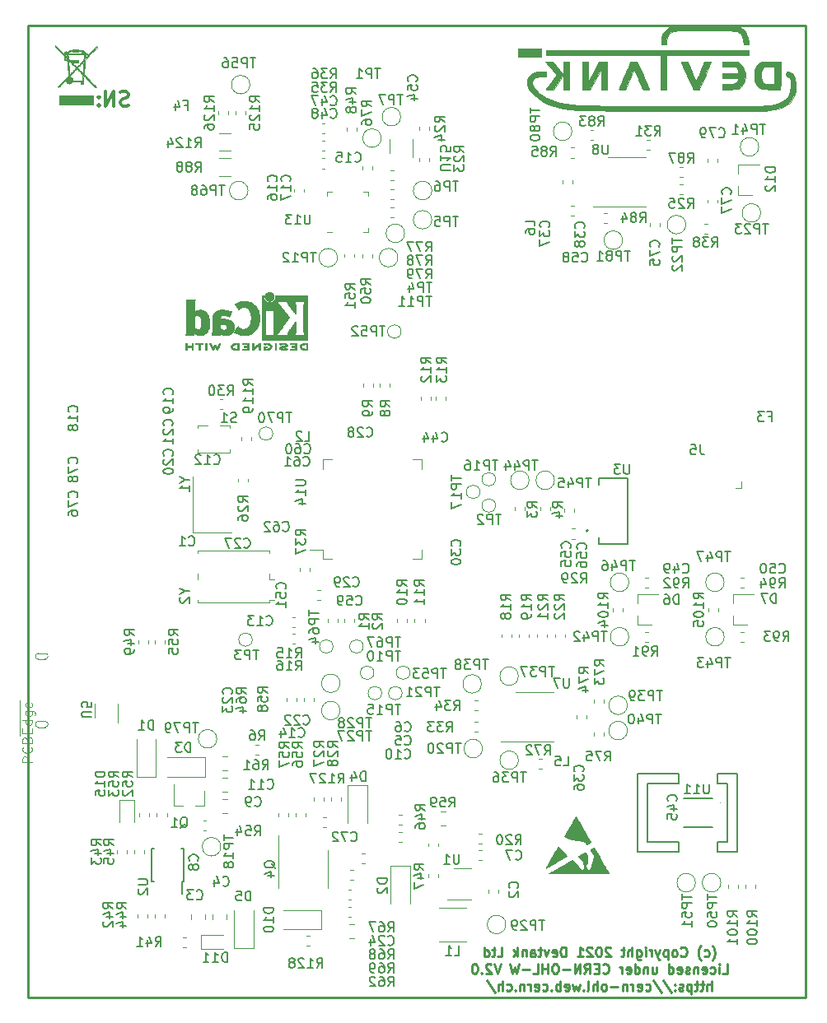
<source format=gbr>
G04 #@! TF.GenerationSoftware,KiCad,Pcbnew,5.1.5+dfsg1-2build2*
G04 #@! TF.CreationDate,2021-09-29T14:40:33+01:00*
G04 #@! TF.ProjectId,OSM_env01,4f534d5f-656e-4763-9031-2e6b69636164,B*
G04 #@! TF.SameCoordinates,Original*
G04 #@! TF.FileFunction,Legend,Bot*
G04 #@! TF.FilePolarity,Positive*
%FSLAX46Y46*%
G04 Gerber Fmt 4.6, Leading zero omitted, Abs format (unit mm)*
G04 Created by KiCad (PCBNEW 5.1.5+dfsg1-2build2) date 2021-09-29 14:40:33*
%MOMM*%
%LPD*%
G04 APERTURE LIST*
%ADD10C,0.300000*%
%ADD11C,0.150000*%
%ADD12C,0.254000*%
%ADD13C,0.250000*%
%ADD14C,0.120000*%
%ADD15C,0.200000*%
%ADD16C,0.127000*%
%ADD17C,0.010000*%
%ADD18C,0.100000*%
%ADD19C,0.050000*%
G04 APERTURE END LIST*
D10*
X93071428Y-36407142D02*
X92857142Y-36478571D01*
X92500000Y-36478571D01*
X92357142Y-36407142D01*
X92285714Y-36335714D01*
X92214285Y-36192857D01*
X92214285Y-36050000D01*
X92285714Y-35907142D01*
X92357142Y-35835714D01*
X92500000Y-35764285D01*
X92785714Y-35692857D01*
X92928571Y-35621428D01*
X93000000Y-35550000D01*
X93071428Y-35407142D01*
X93071428Y-35264285D01*
X93000000Y-35121428D01*
X92928571Y-35050000D01*
X92785714Y-34978571D01*
X92428571Y-34978571D01*
X92214285Y-35050000D01*
X91571428Y-36478571D02*
X91571428Y-34978571D01*
X90714285Y-36478571D01*
X90714285Y-34978571D01*
X90000000Y-36335714D02*
X89928571Y-36407142D01*
X90000000Y-36478571D01*
X90071428Y-36407142D01*
X90000000Y-36335714D01*
X90000000Y-36478571D01*
X90000000Y-35550000D02*
X89928571Y-35621428D01*
X90000000Y-35692857D01*
X90071428Y-35621428D01*
X90000000Y-35550000D01*
X90000000Y-35692857D01*
D11*
X155600000Y-113200000D02*
X155600000Y-105200000D01*
X153600000Y-105200000D02*
X155600000Y-105200000D01*
X153600000Y-113200000D02*
X153600000Y-112200000D01*
X153600000Y-113200000D02*
X155600000Y-113200000D01*
X145400000Y-113200000D02*
X145400000Y-105200000D01*
X153600000Y-106200000D02*
X153600000Y-105200000D01*
X149600000Y-106200000D02*
X149600000Y-105200000D01*
X149600000Y-113200000D02*
X145400000Y-113200000D01*
X149600000Y-112200000D02*
X149600000Y-113200000D01*
X147400000Y-112200000D02*
X149600000Y-112200000D01*
X147400000Y-106200000D02*
X149600000Y-106200000D01*
X146400000Y-106200000D02*
X147400000Y-106200000D01*
X146400000Y-112200000D02*
X146400000Y-106200000D01*
X147400000Y-112200000D02*
X146400000Y-112200000D01*
X149600000Y-105200000D02*
X145400000Y-105200000D01*
X153600000Y-112200000D02*
X154600000Y-112200000D01*
X153600000Y-106200000D02*
X154600000Y-106200000D01*
X154600000Y-112200000D02*
X154600000Y-106200000D01*
D12*
X162700000Y-128200000D02*
X162700000Y-28200000D01*
X82700000Y-128200000D02*
X82700000Y-28200000D01*
D13*
X153071428Y-124383333D02*
X153119047Y-124335714D01*
X153214285Y-124192857D01*
X153261904Y-124097619D01*
X153309523Y-123954761D01*
X153357142Y-123716666D01*
X153357142Y-123526190D01*
X153309523Y-123288095D01*
X153261904Y-123145238D01*
X153214285Y-123050000D01*
X153119047Y-122907142D01*
X153071428Y-122859523D01*
X152261904Y-123954761D02*
X152357142Y-124002380D01*
X152547619Y-124002380D01*
X152642857Y-123954761D01*
X152690476Y-123907142D01*
X152738095Y-123811904D01*
X152738095Y-123526190D01*
X152690476Y-123430952D01*
X152642857Y-123383333D01*
X152547619Y-123335714D01*
X152357142Y-123335714D01*
X152261904Y-123383333D01*
X151928571Y-124383333D02*
X151880952Y-124335714D01*
X151785714Y-124192857D01*
X151738095Y-124097619D01*
X151690476Y-123954761D01*
X151642857Y-123716666D01*
X151642857Y-123526190D01*
X151690476Y-123288095D01*
X151738095Y-123145238D01*
X151785714Y-123050000D01*
X151880952Y-122907142D01*
X151928571Y-122859523D01*
X149833333Y-123907142D02*
X149880952Y-123954761D01*
X150023809Y-124002380D01*
X150119047Y-124002380D01*
X150261904Y-123954761D01*
X150357142Y-123859523D01*
X150404761Y-123764285D01*
X150452380Y-123573809D01*
X150452380Y-123430952D01*
X150404761Y-123240476D01*
X150357142Y-123145238D01*
X150261904Y-123050000D01*
X150119047Y-123002380D01*
X150023809Y-123002380D01*
X149880952Y-123050000D01*
X149833333Y-123097619D01*
X149261904Y-124002380D02*
X149357142Y-123954761D01*
X149404761Y-123907142D01*
X149452380Y-123811904D01*
X149452380Y-123526190D01*
X149404761Y-123430952D01*
X149357142Y-123383333D01*
X149261904Y-123335714D01*
X149119047Y-123335714D01*
X149023809Y-123383333D01*
X148976190Y-123430952D01*
X148928571Y-123526190D01*
X148928571Y-123811904D01*
X148976190Y-123907142D01*
X149023809Y-123954761D01*
X149119047Y-124002380D01*
X149261904Y-124002380D01*
X148500000Y-123335714D02*
X148500000Y-124335714D01*
X148500000Y-123383333D02*
X148404761Y-123335714D01*
X148214285Y-123335714D01*
X148119047Y-123383333D01*
X148071428Y-123430952D01*
X148023809Y-123526190D01*
X148023809Y-123811904D01*
X148071428Y-123907142D01*
X148119047Y-123954761D01*
X148214285Y-124002380D01*
X148404761Y-124002380D01*
X148500000Y-123954761D01*
X147690476Y-123335714D02*
X147452380Y-124002380D01*
X147214285Y-123335714D02*
X147452380Y-124002380D01*
X147547619Y-124240476D01*
X147595238Y-124288095D01*
X147690476Y-124335714D01*
X146833333Y-124002380D02*
X146833333Y-123335714D01*
X146833333Y-123526190D02*
X146785714Y-123430952D01*
X146738095Y-123383333D01*
X146642857Y-123335714D01*
X146547619Y-123335714D01*
X146214285Y-124002380D02*
X146214285Y-123335714D01*
X146214285Y-123002380D02*
X146261904Y-123050000D01*
X146214285Y-123097619D01*
X146166666Y-123050000D01*
X146214285Y-123002380D01*
X146214285Y-123097619D01*
X145309523Y-123335714D02*
X145309523Y-124145238D01*
X145357142Y-124240476D01*
X145404761Y-124288095D01*
X145500000Y-124335714D01*
X145642857Y-124335714D01*
X145738095Y-124288095D01*
X145309523Y-123954761D02*
X145404761Y-124002380D01*
X145595238Y-124002380D01*
X145690476Y-123954761D01*
X145738095Y-123907142D01*
X145785714Y-123811904D01*
X145785714Y-123526190D01*
X145738095Y-123430952D01*
X145690476Y-123383333D01*
X145595238Y-123335714D01*
X145404761Y-123335714D01*
X145309523Y-123383333D01*
X144833333Y-124002380D02*
X144833333Y-123002380D01*
X144404761Y-124002380D02*
X144404761Y-123478571D01*
X144452380Y-123383333D01*
X144547619Y-123335714D01*
X144690476Y-123335714D01*
X144785714Y-123383333D01*
X144833333Y-123430952D01*
X144071428Y-123335714D02*
X143690476Y-123335714D01*
X143928571Y-123002380D02*
X143928571Y-123859523D01*
X143880952Y-123954761D01*
X143785714Y-124002380D01*
X143690476Y-124002380D01*
X142642857Y-123097619D02*
X142595238Y-123050000D01*
X142500000Y-123002380D01*
X142261904Y-123002380D01*
X142166666Y-123050000D01*
X142119047Y-123097619D01*
X142071428Y-123192857D01*
X142071428Y-123288095D01*
X142119047Y-123430952D01*
X142690476Y-124002380D01*
X142071428Y-124002380D01*
X141452380Y-123002380D02*
X141357142Y-123002380D01*
X141261904Y-123050000D01*
X141214285Y-123097619D01*
X141166666Y-123192857D01*
X141119047Y-123383333D01*
X141119047Y-123621428D01*
X141166666Y-123811904D01*
X141214285Y-123907142D01*
X141261904Y-123954761D01*
X141357142Y-124002380D01*
X141452380Y-124002380D01*
X141547619Y-123954761D01*
X141595238Y-123907142D01*
X141642857Y-123811904D01*
X141690476Y-123621428D01*
X141690476Y-123383333D01*
X141642857Y-123192857D01*
X141595238Y-123097619D01*
X141547619Y-123050000D01*
X141452380Y-123002380D01*
X140738095Y-123097619D02*
X140690476Y-123050000D01*
X140595238Y-123002380D01*
X140357142Y-123002380D01*
X140261904Y-123050000D01*
X140214285Y-123097619D01*
X140166666Y-123192857D01*
X140166666Y-123288095D01*
X140214285Y-123430952D01*
X140785714Y-124002380D01*
X140166666Y-124002380D01*
X139214285Y-124002380D02*
X139785714Y-124002380D01*
X139500000Y-124002380D02*
X139500000Y-123002380D01*
X139595238Y-123145238D01*
X139690476Y-123240476D01*
X139785714Y-123288095D01*
X138023809Y-124002380D02*
X138023809Y-123002380D01*
X137785714Y-123002380D01*
X137642857Y-123050000D01*
X137547619Y-123145238D01*
X137500000Y-123240476D01*
X137452380Y-123430952D01*
X137452380Y-123573809D01*
X137500000Y-123764285D01*
X137547619Y-123859523D01*
X137642857Y-123954761D01*
X137785714Y-124002380D01*
X138023809Y-124002380D01*
X136642857Y-123954761D02*
X136738095Y-124002380D01*
X136928571Y-124002380D01*
X137023809Y-123954761D01*
X137071428Y-123859523D01*
X137071428Y-123478571D01*
X137023809Y-123383333D01*
X136928571Y-123335714D01*
X136738095Y-123335714D01*
X136642857Y-123383333D01*
X136595238Y-123478571D01*
X136595238Y-123573809D01*
X137071428Y-123669047D01*
X136261904Y-123335714D02*
X136023809Y-124002380D01*
X135785714Y-123335714D01*
X135547619Y-123335714D02*
X135166666Y-123335714D01*
X135404761Y-123002380D02*
X135404761Y-123859523D01*
X135357142Y-123954761D01*
X135261904Y-124002380D01*
X135166666Y-124002380D01*
X134404761Y-124002380D02*
X134404761Y-123478571D01*
X134452380Y-123383333D01*
X134547619Y-123335714D01*
X134738095Y-123335714D01*
X134833333Y-123383333D01*
X134404761Y-123954761D02*
X134500000Y-124002380D01*
X134738095Y-124002380D01*
X134833333Y-123954761D01*
X134880952Y-123859523D01*
X134880952Y-123764285D01*
X134833333Y-123669047D01*
X134738095Y-123621428D01*
X134500000Y-123621428D01*
X134404761Y-123573809D01*
X133928571Y-123335714D02*
X133928571Y-124002380D01*
X133928571Y-123430952D02*
X133880952Y-123383333D01*
X133785714Y-123335714D01*
X133642857Y-123335714D01*
X133547619Y-123383333D01*
X133500000Y-123478571D01*
X133500000Y-124002380D01*
X133023809Y-124002380D02*
X133023809Y-123002380D01*
X132928571Y-123621428D02*
X132642857Y-124002380D01*
X132642857Y-123335714D02*
X133023809Y-123716666D01*
X130976190Y-124002380D02*
X131452380Y-124002380D01*
X131452380Y-123002380D01*
X130785714Y-123335714D02*
X130404761Y-123335714D01*
X130642857Y-123002380D02*
X130642857Y-123859523D01*
X130595238Y-123954761D01*
X130500000Y-124002380D01*
X130404761Y-124002380D01*
X129642857Y-124002380D02*
X129642857Y-123002380D01*
X129642857Y-123954761D02*
X129738095Y-124002380D01*
X129928571Y-124002380D01*
X130023809Y-123954761D01*
X130071428Y-123907142D01*
X130119047Y-123811904D01*
X130119047Y-123526190D01*
X130071428Y-123430952D01*
X130023809Y-123383333D01*
X129928571Y-123335714D01*
X129738095Y-123335714D01*
X129642857Y-123383333D01*
X154119047Y-125752380D02*
X154595238Y-125752380D01*
X154595238Y-124752380D01*
X153785714Y-125752380D02*
X153785714Y-125085714D01*
X153785714Y-124752380D02*
X153833333Y-124800000D01*
X153785714Y-124847619D01*
X153738095Y-124800000D01*
X153785714Y-124752380D01*
X153785714Y-124847619D01*
X152880952Y-125704761D02*
X152976190Y-125752380D01*
X153166666Y-125752380D01*
X153261904Y-125704761D01*
X153309523Y-125657142D01*
X153357142Y-125561904D01*
X153357142Y-125276190D01*
X153309523Y-125180952D01*
X153261904Y-125133333D01*
X153166666Y-125085714D01*
X152976190Y-125085714D01*
X152880952Y-125133333D01*
X152071428Y-125704761D02*
X152166666Y-125752380D01*
X152357142Y-125752380D01*
X152452380Y-125704761D01*
X152500000Y-125609523D01*
X152500000Y-125228571D01*
X152452380Y-125133333D01*
X152357142Y-125085714D01*
X152166666Y-125085714D01*
X152071428Y-125133333D01*
X152023809Y-125228571D01*
X152023809Y-125323809D01*
X152500000Y-125419047D01*
X151595238Y-125085714D02*
X151595238Y-125752380D01*
X151595238Y-125180952D02*
X151547619Y-125133333D01*
X151452380Y-125085714D01*
X151309523Y-125085714D01*
X151214285Y-125133333D01*
X151166666Y-125228571D01*
X151166666Y-125752380D01*
X150738095Y-125704761D02*
X150642857Y-125752380D01*
X150452380Y-125752380D01*
X150357142Y-125704761D01*
X150309523Y-125609523D01*
X150309523Y-125561904D01*
X150357142Y-125466666D01*
X150452380Y-125419047D01*
X150595238Y-125419047D01*
X150690476Y-125371428D01*
X150738095Y-125276190D01*
X150738095Y-125228571D01*
X150690476Y-125133333D01*
X150595238Y-125085714D01*
X150452380Y-125085714D01*
X150357142Y-125133333D01*
X149500000Y-125704761D02*
X149595238Y-125752380D01*
X149785714Y-125752380D01*
X149880952Y-125704761D01*
X149928571Y-125609523D01*
X149928571Y-125228571D01*
X149880952Y-125133333D01*
X149785714Y-125085714D01*
X149595238Y-125085714D01*
X149500000Y-125133333D01*
X149452380Y-125228571D01*
X149452380Y-125323809D01*
X149928571Y-125419047D01*
X148595238Y-125752380D02*
X148595238Y-124752380D01*
X148595238Y-125704761D02*
X148690476Y-125752380D01*
X148880952Y-125752380D01*
X148976190Y-125704761D01*
X149023809Y-125657142D01*
X149071428Y-125561904D01*
X149071428Y-125276190D01*
X149023809Y-125180952D01*
X148976190Y-125133333D01*
X148880952Y-125085714D01*
X148690476Y-125085714D01*
X148595238Y-125133333D01*
X146928571Y-125085714D02*
X146928571Y-125752380D01*
X147357142Y-125085714D02*
X147357142Y-125609523D01*
X147309523Y-125704761D01*
X147214285Y-125752380D01*
X147071428Y-125752380D01*
X146976190Y-125704761D01*
X146928571Y-125657142D01*
X146452380Y-125085714D02*
X146452380Y-125752380D01*
X146452380Y-125180952D02*
X146404761Y-125133333D01*
X146309523Y-125085714D01*
X146166666Y-125085714D01*
X146071428Y-125133333D01*
X146023809Y-125228571D01*
X146023809Y-125752380D01*
X145119047Y-125752380D02*
X145119047Y-124752380D01*
X145119047Y-125704761D02*
X145214285Y-125752380D01*
X145404761Y-125752380D01*
X145500000Y-125704761D01*
X145547619Y-125657142D01*
X145595238Y-125561904D01*
X145595238Y-125276190D01*
X145547619Y-125180952D01*
X145500000Y-125133333D01*
X145404761Y-125085714D01*
X145214285Y-125085714D01*
X145119047Y-125133333D01*
X144261904Y-125704761D02*
X144357142Y-125752380D01*
X144547619Y-125752380D01*
X144642857Y-125704761D01*
X144690476Y-125609523D01*
X144690476Y-125228571D01*
X144642857Y-125133333D01*
X144547619Y-125085714D01*
X144357142Y-125085714D01*
X144261904Y-125133333D01*
X144214285Y-125228571D01*
X144214285Y-125323809D01*
X144690476Y-125419047D01*
X143785714Y-125752380D02*
X143785714Y-125085714D01*
X143785714Y-125276190D02*
X143738095Y-125180952D01*
X143690476Y-125133333D01*
X143595238Y-125085714D01*
X143500000Y-125085714D01*
X141833333Y-125657142D02*
X141880952Y-125704761D01*
X142023809Y-125752380D01*
X142119047Y-125752380D01*
X142261904Y-125704761D01*
X142357142Y-125609523D01*
X142404761Y-125514285D01*
X142452380Y-125323809D01*
X142452380Y-125180952D01*
X142404761Y-124990476D01*
X142357142Y-124895238D01*
X142261904Y-124800000D01*
X142119047Y-124752380D01*
X142023809Y-124752380D01*
X141880952Y-124800000D01*
X141833333Y-124847619D01*
X141404761Y-125228571D02*
X141071428Y-125228571D01*
X140928571Y-125752380D02*
X141404761Y-125752380D01*
X141404761Y-124752380D01*
X140928571Y-124752380D01*
X139928571Y-125752380D02*
X140261904Y-125276190D01*
X140500000Y-125752380D02*
X140500000Y-124752380D01*
X140119047Y-124752380D01*
X140023809Y-124800000D01*
X139976190Y-124847619D01*
X139928571Y-124942857D01*
X139928571Y-125085714D01*
X139976190Y-125180952D01*
X140023809Y-125228571D01*
X140119047Y-125276190D01*
X140500000Y-125276190D01*
X139500000Y-125752380D02*
X139500000Y-124752380D01*
X138928571Y-125752380D01*
X138928571Y-124752380D01*
X138452380Y-125371428D02*
X137690476Y-125371428D01*
X137023809Y-124752380D02*
X136833333Y-124752380D01*
X136738095Y-124800000D01*
X136642857Y-124895238D01*
X136595238Y-125085714D01*
X136595238Y-125419047D01*
X136642857Y-125609523D01*
X136738095Y-125704761D01*
X136833333Y-125752380D01*
X137023809Y-125752380D01*
X137119047Y-125704761D01*
X137214285Y-125609523D01*
X137261904Y-125419047D01*
X137261904Y-125085714D01*
X137214285Y-124895238D01*
X137119047Y-124800000D01*
X137023809Y-124752380D01*
X136166666Y-125752380D02*
X136166666Y-124752380D01*
X136166666Y-125228571D02*
X135595238Y-125228571D01*
X135595238Y-125752380D02*
X135595238Y-124752380D01*
X134642857Y-125752380D02*
X135119047Y-125752380D01*
X135119047Y-124752380D01*
X134309523Y-125371428D02*
X133547619Y-125371428D01*
X133166666Y-124752380D02*
X132928571Y-125752380D01*
X132738095Y-125038095D01*
X132547619Y-125752380D01*
X132309523Y-124752380D01*
X131309523Y-124752380D02*
X130976190Y-125752380D01*
X130642857Y-124752380D01*
X130357142Y-124847619D02*
X130309523Y-124800000D01*
X130214285Y-124752380D01*
X129976190Y-124752380D01*
X129880952Y-124800000D01*
X129833333Y-124847619D01*
X129785714Y-124942857D01*
X129785714Y-125038095D01*
X129833333Y-125180952D01*
X130404761Y-125752380D01*
X129785714Y-125752380D01*
X129357142Y-125657142D02*
X129309523Y-125704761D01*
X129357142Y-125752380D01*
X129404761Y-125704761D01*
X129357142Y-125657142D01*
X129357142Y-125752380D01*
X128690476Y-124752380D02*
X128595238Y-124752380D01*
X128500000Y-124800000D01*
X128452380Y-124847619D01*
X128404761Y-124942857D01*
X128357142Y-125133333D01*
X128357142Y-125371428D01*
X128404761Y-125561904D01*
X128452380Y-125657142D01*
X128500000Y-125704761D01*
X128595238Y-125752380D01*
X128690476Y-125752380D01*
X128785714Y-125704761D01*
X128833333Y-125657142D01*
X128880952Y-125561904D01*
X128928571Y-125371428D01*
X128928571Y-125133333D01*
X128880952Y-124942857D01*
X128833333Y-124847619D01*
X128785714Y-124800000D01*
X128690476Y-124752380D01*
X152976190Y-127502380D02*
X152976190Y-126502380D01*
X152547619Y-127502380D02*
X152547619Y-126978571D01*
X152595238Y-126883333D01*
X152690476Y-126835714D01*
X152833333Y-126835714D01*
X152928571Y-126883333D01*
X152976190Y-126930952D01*
X152214285Y-126835714D02*
X151833333Y-126835714D01*
X152071428Y-126502380D02*
X152071428Y-127359523D01*
X152023809Y-127454761D01*
X151928571Y-127502380D01*
X151833333Y-127502380D01*
X151642857Y-126835714D02*
X151261904Y-126835714D01*
X151500000Y-126502380D02*
X151500000Y-127359523D01*
X151452380Y-127454761D01*
X151357142Y-127502380D01*
X151261904Y-127502380D01*
X150928571Y-126835714D02*
X150928571Y-127835714D01*
X150928571Y-126883333D02*
X150833333Y-126835714D01*
X150642857Y-126835714D01*
X150547619Y-126883333D01*
X150500000Y-126930952D01*
X150452380Y-127026190D01*
X150452380Y-127311904D01*
X150500000Y-127407142D01*
X150547619Y-127454761D01*
X150642857Y-127502380D01*
X150833333Y-127502380D01*
X150928571Y-127454761D01*
X150071428Y-127454761D02*
X149976190Y-127502380D01*
X149785714Y-127502380D01*
X149690476Y-127454761D01*
X149642857Y-127359523D01*
X149642857Y-127311904D01*
X149690476Y-127216666D01*
X149785714Y-127169047D01*
X149928571Y-127169047D01*
X150023809Y-127121428D01*
X150071428Y-127026190D01*
X150071428Y-126978571D01*
X150023809Y-126883333D01*
X149928571Y-126835714D01*
X149785714Y-126835714D01*
X149690476Y-126883333D01*
X149214285Y-127407142D02*
X149166666Y-127454761D01*
X149214285Y-127502380D01*
X149261904Y-127454761D01*
X149214285Y-127407142D01*
X149214285Y-127502380D01*
X149214285Y-126883333D02*
X149166666Y-126930952D01*
X149214285Y-126978571D01*
X149261904Y-126930952D01*
X149214285Y-126883333D01*
X149214285Y-126978571D01*
X148023809Y-126454761D02*
X148880952Y-127740476D01*
X146976190Y-126454761D02*
X147833333Y-127740476D01*
X146214285Y-127454761D02*
X146309523Y-127502380D01*
X146500000Y-127502380D01*
X146595238Y-127454761D01*
X146642857Y-127407142D01*
X146690476Y-127311904D01*
X146690476Y-127026190D01*
X146642857Y-126930952D01*
X146595238Y-126883333D01*
X146500000Y-126835714D01*
X146309523Y-126835714D01*
X146214285Y-126883333D01*
X145404761Y-127454761D02*
X145500000Y-127502380D01*
X145690476Y-127502380D01*
X145785714Y-127454761D01*
X145833333Y-127359523D01*
X145833333Y-126978571D01*
X145785714Y-126883333D01*
X145690476Y-126835714D01*
X145500000Y-126835714D01*
X145404761Y-126883333D01*
X145357142Y-126978571D01*
X145357142Y-127073809D01*
X145833333Y-127169047D01*
X144928571Y-127502380D02*
X144928571Y-126835714D01*
X144928571Y-127026190D02*
X144880952Y-126930952D01*
X144833333Y-126883333D01*
X144738095Y-126835714D01*
X144642857Y-126835714D01*
X144309523Y-126835714D02*
X144309523Y-127502380D01*
X144309523Y-126930952D02*
X144261904Y-126883333D01*
X144166666Y-126835714D01*
X144023809Y-126835714D01*
X143928571Y-126883333D01*
X143880952Y-126978571D01*
X143880952Y-127502380D01*
X143404761Y-127121428D02*
X142642857Y-127121428D01*
X142023809Y-127502380D02*
X142119047Y-127454761D01*
X142166666Y-127407142D01*
X142214285Y-127311904D01*
X142214285Y-127026190D01*
X142166666Y-126930952D01*
X142119047Y-126883333D01*
X142023809Y-126835714D01*
X141880952Y-126835714D01*
X141785714Y-126883333D01*
X141738095Y-126930952D01*
X141690476Y-127026190D01*
X141690476Y-127311904D01*
X141738095Y-127407142D01*
X141785714Y-127454761D01*
X141880952Y-127502380D01*
X142023809Y-127502380D01*
X141261904Y-127502380D02*
X141261904Y-126502380D01*
X140833333Y-127502380D02*
X140833333Y-126978571D01*
X140880952Y-126883333D01*
X140976190Y-126835714D01*
X141119047Y-126835714D01*
X141214285Y-126883333D01*
X141261904Y-126930952D01*
X140214285Y-127502380D02*
X140309523Y-127454761D01*
X140357142Y-127359523D01*
X140357142Y-126502380D01*
X139833333Y-127407142D02*
X139785714Y-127454761D01*
X139833333Y-127502380D01*
X139880952Y-127454761D01*
X139833333Y-127407142D01*
X139833333Y-127502380D01*
X139452380Y-126835714D02*
X139261904Y-127502380D01*
X139071428Y-127026190D01*
X138880952Y-127502380D01*
X138690476Y-126835714D01*
X137928571Y-127454761D02*
X138023809Y-127502380D01*
X138214285Y-127502380D01*
X138309523Y-127454761D01*
X138357142Y-127359523D01*
X138357142Y-126978571D01*
X138309523Y-126883333D01*
X138214285Y-126835714D01*
X138023809Y-126835714D01*
X137928571Y-126883333D01*
X137880952Y-126978571D01*
X137880952Y-127073809D01*
X138357142Y-127169047D01*
X137452380Y-127502380D02*
X137452380Y-126502380D01*
X137452380Y-126883333D02*
X137357142Y-126835714D01*
X137166666Y-126835714D01*
X137071428Y-126883333D01*
X137023809Y-126930952D01*
X136976190Y-127026190D01*
X136976190Y-127311904D01*
X137023809Y-127407142D01*
X137071428Y-127454761D01*
X137166666Y-127502380D01*
X137357142Y-127502380D01*
X137452380Y-127454761D01*
X136547619Y-127407142D02*
X136500000Y-127454761D01*
X136547619Y-127502380D01*
X136595238Y-127454761D01*
X136547619Y-127407142D01*
X136547619Y-127502380D01*
X135642857Y-127454761D02*
X135738095Y-127502380D01*
X135928571Y-127502380D01*
X136023809Y-127454761D01*
X136071428Y-127407142D01*
X136119047Y-127311904D01*
X136119047Y-127026190D01*
X136071428Y-126930952D01*
X136023809Y-126883333D01*
X135928571Y-126835714D01*
X135738095Y-126835714D01*
X135642857Y-126883333D01*
X134833333Y-127454761D02*
X134928571Y-127502380D01*
X135119047Y-127502380D01*
X135214285Y-127454761D01*
X135261904Y-127359523D01*
X135261904Y-126978571D01*
X135214285Y-126883333D01*
X135119047Y-126835714D01*
X134928571Y-126835714D01*
X134833333Y-126883333D01*
X134785714Y-126978571D01*
X134785714Y-127073809D01*
X135261904Y-127169047D01*
X134357142Y-127502380D02*
X134357142Y-126835714D01*
X134357142Y-127026190D02*
X134309523Y-126930952D01*
X134261904Y-126883333D01*
X134166666Y-126835714D01*
X134071428Y-126835714D01*
X133738095Y-126835714D02*
X133738095Y-127502380D01*
X133738095Y-126930952D02*
X133690476Y-126883333D01*
X133595238Y-126835714D01*
X133452380Y-126835714D01*
X133357142Y-126883333D01*
X133309523Y-126978571D01*
X133309523Y-127502380D01*
X132833333Y-127407142D02*
X132785714Y-127454761D01*
X132833333Y-127502380D01*
X132880952Y-127454761D01*
X132833333Y-127407142D01*
X132833333Y-127502380D01*
X131928571Y-127454761D02*
X132023809Y-127502380D01*
X132214285Y-127502380D01*
X132309523Y-127454761D01*
X132357142Y-127407142D01*
X132404761Y-127311904D01*
X132404761Y-127026190D01*
X132357142Y-126930952D01*
X132309523Y-126883333D01*
X132214285Y-126835714D01*
X132023809Y-126835714D01*
X131928571Y-126883333D01*
X131500000Y-127502380D02*
X131500000Y-126502380D01*
X131071428Y-127502380D02*
X131071428Y-126978571D01*
X131119047Y-126883333D01*
X131214285Y-126835714D01*
X131357142Y-126835714D01*
X131452380Y-126883333D01*
X131500000Y-126930952D01*
X129880952Y-126454761D02*
X130738095Y-127740476D01*
D12*
X82700000Y-28200000D02*
X162700000Y-28200000D01*
X82700000Y-128200000D02*
X162700000Y-128200000D01*
D14*
X122000000Y-94800000D02*
G75*
G03X122000000Y-94800000I-700000J0D01*
G01*
D15*
X140325000Y-80182000D02*
G75*
G03X140325000Y-80182000I-100000J0D01*
G01*
D16*
X141400000Y-81600000D02*
X144400000Y-81600000D01*
X144400000Y-81600000D02*
X144400000Y-74800000D01*
X144400000Y-74800000D02*
X141400000Y-74800000D01*
X141400000Y-81600000D02*
X141400000Y-80900000D01*
X141400000Y-74800000D02*
X141400000Y-75500000D01*
D17*
G36*
X98971177Y-60874533D02*
G01*
X98939798Y-60896776D01*
X98912089Y-60924485D01*
X98912089Y-61233920D01*
X98912162Y-61325799D01*
X98912505Y-61397840D01*
X98913308Y-61452780D01*
X98914759Y-61493360D01*
X98917048Y-61522317D01*
X98920364Y-61542391D01*
X98924895Y-61556321D01*
X98930831Y-61566845D01*
X98935486Y-61573100D01*
X98966217Y-61597673D01*
X99001504Y-61600341D01*
X99033755Y-61585271D01*
X99044412Y-61576374D01*
X99051536Y-61564557D01*
X99055833Y-61545526D01*
X99058009Y-61514992D01*
X99058772Y-61468662D01*
X99058845Y-61432871D01*
X99058845Y-61298045D01*
X99555556Y-61298045D01*
X99555556Y-61420700D01*
X99556069Y-61476787D01*
X99558124Y-61515333D01*
X99562492Y-61541361D01*
X99569944Y-61559897D01*
X99578953Y-61573100D01*
X99609856Y-61597604D01*
X99644804Y-61600506D01*
X99678262Y-61583089D01*
X99687396Y-61573959D01*
X99693848Y-61561855D01*
X99698103Y-61543001D01*
X99700648Y-61513620D01*
X99701971Y-61469937D01*
X99702557Y-61408175D01*
X99702625Y-61394000D01*
X99703109Y-61277631D01*
X99703359Y-61181727D01*
X99703277Y-61104177D01*
X99702769Y-61042869D01*
X99701738Y-60995690D01*
X99700087Y-60960530D01*
X99697721Y-60935276D01*
X99694543Y-60917817D01*
X99690456Y-60906041D01*
X99685366Y-60897835D01*
X99679734Y-60891645D01*
X99647872Y-60871844D01*
X99614643Y-60874533D01*
X99583265Y-60896776D01*
X99570567Y-60911126D01*
X99562474Y-60926978D01*
X99557958Y-60949554D01*
X99555994Y-60984078D01*
X99555556Y-61035776D01*
X99555556Y-61151289D01*
X99058845Y-61151289D01*
X99058845Y-61032756D01*
X99058338Y-60978148D01*
X99056302Y-60941275D01*
X99051965Y-60917307D01*
X99044553Y-60901415D01*
X99036267Y-60891645D01*
X99004406Y-60871844D01*
X98971177Y-60874533D01*
G37*
X98971177Y-60874533D02*
X98939798Y-60896776D01*
X98912089Y-60924485D01*
X98912089Y-61233920D01*
X98912162Y-61325799D01*
X98912505Y-61397840D01*
X98913308Y-61452780D01*
X98914759Y-61493360D01*
X98917048Y-61522317D01*
X98920364Y-61542391D01*
X98924895Y-61556321D01*
X98930831Y-61566845D01*
X98935486Y-61573100D01*
X98966217Y-61597673D01*
X99001504Y-61600341D01*
X99033755Y-61585271D01*
X99044412Y-61576374D01*
X99051536Y-61564557D01*
X99055833Y-61545526D01*
X99058009Y-61514992D01*
X99058772Y-61468662D01*
X99058845Y-61432871D01*
X99058845Y-61298045D01*
X99555556Y-61298045D01*
X99555556Y-61420700D01*
X99556069Y-61476787D01*
X99558124Y-61515333D01*
X99562492Y-61541361D01*
X99569944Y-61559897D01*
X99578953Y-61573100D01*
X99609856Y-61597604D01*
X99644804Y-61600506D01*
X99678262Y-61583089D01*
X99687396Y-61573959D01*
X99693848Y-61561855D01*
X99698103Y-61543001D01*
X99700648Y-61513620D01*
X99701971Y-61469937D01*
X99702557Y-61408175D01*
X99702625Y-61394000D01*
X99703109Y-61277631D01*
X99703359Y-61181727D01*
X99703277Y-61104177D01*
X99702769Y-61042869D01*
X99701738Y-60995690D01*
X99700087Y-60960530D01*
X99697721Y-60935276D01*
X99694543Y-60917817D01*
X99690456Y-60906041D01*
X99685366Y-60897835D01*
X99679734Y-60891645D01*
X99647872Y-60871844D01*
X99614643Y-60874533D01*
X99583265Y-60896776D01*
X99570567Y-60911126D01*
X99562474Y-60926978D01*
X99557958Y-60949554D01*
X99555994Y-60984078D01*
X99555556Y-61035776D01*
X99555556Y-61151289D01*
X99058845Y-61151289D01*
X99058845Y-61032756D01*
X99058338Y-60978148D01*
X99056302Y-60941275D01*
X99051965Y-60917307D01*
X99044553Y-60901415D01*
X99036267Y-60891645D01*
X99004406Y-60871844D01*
X98971177Y-60874533D01*
G36*
X100236935Y-60869163D02*
G01*
X100158228Y-60869542D01*
X100097137Y-60870333D01*
X100051183Y-60871670D01*
X100017886Y-60873683D01*
X99994764Y-60876506D01*
X99979338Y-60880269D01*
X99969129Y-60885105D01*
X99964187Y-60888822D01*
X99938543Y-60921358D01*
X99935441Y-60955138D01*
X99951289Y-60985826D01*
X99961652Y-60998089D01*
X99972804Y-61006450D01*
X99988965Y-61011657D01*
X100014358Y-61014457D01*
X100053202Y-61015596D01*
X100109720Y-61015821D01*
X100120820Y-61015822D01*
X100266756Y-61015822D01*
X100266756Y-61286756D01*
X100266852Y-61372154D01*
X100267289Y-61437864D01*
X100268288Y-61486774D01*
X100270072Y-61521773D01*
X100272863Y-61545749D01*
X100276883Y-61561593D01*
X100282355Y-61572191D01*
X100289334Y-61580267D01*
X100322266Y-61600112D01*
X100356646Y-61598548D01*
X100387824Y-61575906D01*
X100390114Y-61573100D01*
X100397571Y-61562492D01*
X100403253Y-61550081D01*
X100407399Y-61532850D01*
X100410250Y-61507784D01*
X100412046Y-61471867D01*
X100413028Y-61422083D01*
X100413436Y-61355417D01*
X100413511Y-61279589D01*
X100413511Y-61015822D01*
X100552873Y-61015822D01*
X100612678Y-61015418D01*
X100654082Y-61013840D01*
X100681252Y-61010547D01*
X100698354Y-61004992D01*
X100709557Y-60996631D01*
X100710917Y-60995178D01*
X100727275Y-60961939D01*
X100725828Y-60924362D01*
X100707022Y-60891645D01*
X100699750Y-60885298D01*
X100690373Y-60880266D01*
X100676391Y-60876396D01*
X100655304Y-60873537D01*
X100624611Y-60871535D01*
X100581811Y-60870239D01*
X100524405Y-60869498D01*
X100449890Y-60869158D01*
X100355767Y-60869068D01*
X100335740Y-60869067D01*
X100236935Y-60869163D01*
G37*
X100236935Y-60869163D02*
X100158228Y-60869542D01*
X100097137Y-60870333D01*
X100051183Y-60871670D01*
X100017886Y-60873683D01*
X99994764Y-60876506D01*
X99979338Y-60880269D01*
X99969129Y-60885105D01*
X99964187Y-60888822D01*
X99938543Y-60921358D01*
X99935441Y-60955138D01*
X99951289Y-60985826D01*
X99961652Y-60998089D01*
X99972804Y-61006450D01*
X99988965Y-61011657D01*
X100014358Y-61014457D01*
X100053202Y-61015596D01*
X100109720Y-61015821D01*
X100120820Y-61015822D01*
X100266756Y-61015822D01*
X100266756Y-61286756D01*
X100266852Y-61372154D01*
X100267289Y-61437864D01*
X100268288Y-61486774D01*
X100270072Y-61521773D01*
X100272863Y-61545749D01*
X100276883Y-61561593D01*
X100282355Y-61572191D01*
X100289334Y-61580267D01*
X100322266Y-61600112D01*
X100356646Y-61598548D01*
X100387824Y-61575906D01*
X100390114Y-61573100D01*
X100397571Y-61562492D01*
X100403253Y-61550081D01*
X100407399Y-61532850D01*
X100410250Y-61507784D01*
X100412046Y-61471867D01*
X100413028Y-61422083D01*
X100413436Y-61355417D01*
X100413511Y-61279589D01*
X100413511Y-61015822D01*
X100552873Y-61015822D01*
X100612678Y-61015418D01*
X100654082Y-61013840D01*
X100681252Y-61010547D01*
X100698354Y-61004992D01*
X100709557Y-60996631D01*
X100710917Y-60995178D01*
X100727275Y-60961939D01*
X100725828Y-60924362D01*
X100707022Y-60891645D01*
X100699750Y-60885298D01*
X100690373Y-60880266D01*
X100676391Y-60876396D01*
X100655304Y-60873537D01*
X100624611Y-60871535D01*
X100581811Y-60870239D01*
X100524405Y-60869498D01*
X100449890Y-60869158D01*
X100355767Y-60869068D01*
X100335740Y-60869067D01*
X100236935Y-60869163D01*
G36*
X101011386Y-60875877D02*
G01*
X100987673Y-60890647D01*
X100961022Y-60912227D01*
X100961022Y-61233773D01*
X100961107Y-61327830D01*
X100961471Y-61401932D01*
X100962276Y-61458704D01*
X100963687Y-61500768D01*
X100965867Y-61530748D01*
X100968979Y-61551267D01*
X100973186Y-61564949D01*
X100978652Y-61574416D01*
X100982528Y-61579082D01*
X101013966Y-61599575D01*
X101049767Y-61598739D01*
X101081127Y-61581264D01*
X101107778Y-61559684D01*
X101107778Y-60912227D01*
X101081127Y-60890647D01*
X101055406Y-60874949D01*
X101034400Y-60869067D01*
X101011386Y-60875877D01*
G37*
X101011386Y-60875877D02*
X100987673Y-60890647D01*
X100961022Y-60912227D01*
X100961022Y-61233773D01*
X100961107Y-61327830D01*
X100961471Y-61401932D01*
X100962276Y-61458704D01*
X100963687Y-61500768D01*
X100965867Y-61530748D01*
X100968979Y-61551267D01*
X100973186Y-61564949D01*
X100978652Y-61574416D01*
X100982528Y-61579082D01*
X101013966Y-61599575D01*
X101049767Y-61598739D01*
X101081127Y-61581264D01*
X101107778Y-61559684D01*
X101107778Y-60912227D01*
X101081127Y-60890647D01*
X101055406Y-60874949D01*
X101034400Y-60869067D01*
X101011386Y-60875877D01*
G36*
X101455335Y-60871034D02*
G01*
X101435745Y-60878035D01*
X101434990Y-60878377D01*
X101408387Y-60898678D01*
X101393730Y-60919561D01*
X101390862Y-60929352D01*
X101391004Y-60942361D01*
X101395039Y-60960895D01*
X101403854Y-60987257D01*
X101418331Y-61023752D01*
X101439355Y-61072687D01*
X101467812Y-61136365D01*
X101504585Y-61217093D01*
X101524825Y-61261216D01*
X101561375Y-61339985D01*
X101595685Y-61412423D01*
X101626448Y-61475880D01*
X101652352Y-61527708D01*
X101672090Y-61565259D01*
X101684350Y-61585884D01*
X101686776Y-61588733D01*
X101717817Y-61601302D01*
X101752879Y-61599619D01*
X101781000Y-61584332D01*
X101782146Y-61583089D01*
X101793332Y-61566154D01*
X101812096Y-61533170D01*
X101836125Y-61488380D01*
X101863103Y-61436032D01*
X101872799Y-61416742D01*
X101945986Y-61270150D01*
X102025760Y-61429393D01*
X102054233Y-61484415D01*
X102080650Y-61532132D01*
X102102852Y-61568893D01*
X102118681Y-61591044D01*
X102124046Y-61595741D01*
X102165743Y-61602102D01*
X102200151Y-61588733D01*
X102210272Y-61574446D01*
X102227786Y-61542692D01*
X102251265Y-61496597D01*
X102279280Y-61439285D01*
X102310401Y-61373880D01*
X102343201Y-61303507D01*
X102376250Y-61231291D01*
X102408119Y-61160355D01*
X102437381Y-61093825D01*
X102462605Y-61034826D01*
X102482364Y-60986481D01*
X102495228Y-60951915D01*
X102499769Y-60934253D01*
X102499723Y-60933613D01*
X102488674Y-60911388D01*
X102466590Y-60888753D01*
X102465290Y-60887768D01*
X102438147Y-60872425D01*
X102413042Y-60872574D01*
X102403632Y-60875466D01*
X102392166Y-60881718D01*
X102379990Y-60894014D01*
X102365643Y-60914908D01*
X102347664Y-60946949D01*
X102324593Y-60992688D01*
X102294970Y-61054677D01*
X102268255Y-61111898D01*
X102237520Y-61178226D01*
X102209979Y-61237874D01*
X102187062Y-61287725D01*
X102170202Y-61324664D01*
X102160827Y-61345573D01*
X102159460Y-61348845D01*
X102153311Y-61343497D01*
X102139178Y-61321109D01*
X102118943Y-61284946D01*
X102094485Y-61238277D01*
X102084752Y-61219022D01*
X102051783Y-61154004D01*
X102026357Y-61106654D01*
X102006388Y-61074219D01*
X101989790Y-61053946D01*
X101974476Y-61043082D01*
X101958360Y-61038875D01*
X101947857Y-61038400D01*
X101929330Y-61040042D01*
X101913096Y-61046831D01*
X101896965Y-61061566D01*
X101878749Y-61087044D01*
X101856261Y-61126061D01*
X101827311Y-61181414D01*
X101811338Y-61212903D01*
X101785430Y-61263087D01*
X101762833Y-61304704D01*
X101745542Y-61334242D01*
X101735550Y-61348189D01*
X101734191Y-61348770D01*
X101727739Y-61337793D01*
X101713292Y-61309290D01*
X101692297Y-61266244D01*
X101666203Y-61211638D01*
X101636454Y-61148454D01*
X101621820Y-61117071D01*
X101583750Y-61036078D01*
X101553095Y-60973756D01*
X101528263Y-60928071D01*
X101507663Y-60896989D01*
X101489702Y-60878478D01*
X101472790Y-60870504D01*
X101455335Y-60871034D01*
G37*
X101455335Y-60871034D02*
X101435745Y-60878035D01*
X101434990Y-60878377D01*
X101408387Y-60898678D01*
X101393730Y-60919561D01*
X101390862Y-60929352D01*
X101391004Y-60942361D01*
X101395039Y-60960895D01*
X101403854Y-60987257D01*
X101418331Y-61023752D01*
X101439355Y-61072687D01*
X101467812Y-61136365D01*
X101504585Y-61217093D01*
X101524825Y-61261216D01*
X101561375Y-61339985D01*
X101595685Y-61412423D01*
X101626448Y-61475880D01*
X101652352Y-61527708D01*
X101672090Y-61565259D01*
X101684350Y-61585884D01*
X101686776Y-61588733D01*
X101717817Y-61601302D01*
X101752879Y-61599619D01*
X101781000Y-61584332D01*
X101782146Y-61583089D01*
X101793332Y-61566154D01*
X101812096Y-61533170D01*
X101836125Y-61488380D01*
X101863103Y-61436032D01*
X101872799Y-61416742D01*
X101945986Y-61270150D01*
X102025760Y-61429393D01*
X102054233Y-61484415D01*
X102080650Y-61532132D01*
X102102852Y-61568893D01*
X102118681Y-61591044D01*
X102124046Y-61595741D01*
X102165743Y-61602102D01*
X102200151Y-61588733D01*
X102210272Y-61574446D01*
X102227786Y-61542692D01*
X102251265Y-61496597D01*
X102279280Y-61439285D01*
X102310401Y-61373880D01*
X102343201Y-61303507D01*
X102376250Y-61231291D01*
X102408119Y-61160355D01*
X102437381Y-61093825D01*
X102462605Y-61034826D01*
X102482364Y-60986481D01*
X102495228Y-60951915D01*
X102499769Y-60934253D01*
X102499723Y-60933613D01*
X102488674Y-60911388D01*
X102466590Y-60888753D01*
X102465290Y-60887768D01*
X102438147Y-60872425D01*
X102413042Y-60872574D01*
X102403632Y-60875466D01*
X102392166Y-60881718D01*
X102379990Y-60894014D01*
X102365643Y-60914908D01*
X102347664Y-60946949D01*
X102324593Y-60992688D01*
X102294970Y-61054677D01*
X102268255Y-61111898D01*
X102237520Y-61178226D01*
X102209979Y-61237874D01*
X102187062Y-61287725D01*
X102170202Y-61324664D01*
X102160827Y-61345573D01*
X102159460Y-61348845D01*
X102153311Y-61343497D01*
X102139178Y-61321109D01*
X102118943Y-61284946D01*
X102094485Y-61238277D01*
X102084752Y-61219022D01*
X102051783Y-61154004D01*
X102026357Y-61106654D01*
X102006388Y-61074219D01*
X101989790Y-61053946D01*
X101974476Y-61043082D01*
X101958360Y-61038875D01*
X101947857Y-61038400D01*
X101929330Y-61040042D01*
X101913096Y-61046831D01*
X101896965Y-61061566D01*
X101878749Y-61087044D01*
X101856261Y-61126061D01*
X101827311Y-61181414D01*
X101811338Y-61212903D01*
X101785430Y-61263087D01*
X101762833Y-61304704D01*
X101745542Y-61334242D01*
X101735550Y-61348189D01*
X101734191Y-61348770D01*
X101727739Y-61337793D01*
X101713292Y-61309290D01*
X101692297Y-61266244D01*
X101666203Y-61211638D01*
X101636454Y-61148454D01*
X101621820Y-61117071D01*
X101583750Y-61036078D01*
X101553095Y-60973756D01*
X101528263Y-60928071D01*
X101507663Y-60896989D01*
X101489702Y-60878478D01*
X101472790Y-60870504D01*
X101455335Y-60871034D01*
G36*
X104181691Y-60869275D02*
G01*
X104052712Y-60873636D01*
X103943009Y-60886861D01*
X103850774Y-60909741D01*
X103774198Y-60943070D01*
X103711473Y-60987638D01*
X103660788Y-61044236D01*
X103620337Y-61113658D01*
X103619541Y-61115351D01*
X103595399Y-61177483D01*
X103586797Y-61232509D01*
X103593769Y-61287887D01*
X103616346Y-61351073D01*
X103620628Y-61360689D01*
X103649828Y-61416966D01*
X103682644Y-61460451D01*
X103724998Y-61497417D01*
X103782810Y-61534135D01*
X103786169Y-61536052D01*
X103836496Y-61560227D01*
X103893379Y-61578282D01*
X103960473Y-61590839D01*
X104041435Y-61598522D01*
X104139918Y-61601953D01*
X104174714Y-61602251D01*
X104340406Y-61602845D01*
X104363803Y-61573100D01*
X104370743Y-61563319D01*
X104376158Y-61551897D01*
X104380235Y-61536095D01*
X104383163Y-61513175D01*
X104385133Y-61480396D01*
X104385775Y-61456089D01*
X104229156Y-61456089D01*
X104135274Y-61456089D01*
X104080336Y-61454483D01*
X104023940Y-61450255D01*
X103977655Y-61444292D01*
X103974861Y-61443790D01*
X103892652Y-61421736D01*
X103828886Y-61388600D01*
X103781548Y-61342847D01*
X103748618Y-61282939D01*
X103742892Y-61267061D01*
X103737279Y-61242333D01*
X103739709Y-61217902D01*
X103751533Y-61185400D01*
X103758660Y-61169434D01*
X103782000Y-61127006D01*
X103810120Y-61097240D01*
X103841060Y-61076511D01*
X103903034Y-61049537D01*
X103982349Y-61029998D01*
X104074747Y-61018746D01*
X104141667Y-61016270D01*
X104229156Y-61015822D01*
X104229156Y-61456089D01*
X104385775Y-61456089D01*
X104386332Y-61435021D01*
X104386950Y-61374311D01*
X104387175Y-61295526D01*
X104387200Y-61233920D01*
X104387200Y-60924485D01*
X104359491Y-60896776D01*
X104347194Y-60885544D01*
X104333897Y-60877853D01*
X104315328Y-60873040D01*
X104287214Y-60870446D01*
X104245283Y-60869410D01*
X104185263Y-60869270D01*
X104181691Y-60869275D01*
G37*
X104181691Y-60869275D02*
X104052712Y-60873636D01*
X103943009Y-60886861D01*
X103850774Y-60909741D01*
X103774198Y-60943070D01*
X103711473Y-60987638D01*
X103660788Y-61044236D01*
X103620337Y-61113658D01*
X103619541Y-61115351D01*
X103595399Y-61177483D01*
X103586797Y-61232509D01*
X103593769Y-61287887D01*
X103616346Y-61351073D01*
X103620628Y-61360689D01*
X103649828Y-61416966D01*
X103682644Y-61460451D01*
X103724998Y-61497417D01*
X103782810Y-61534135D01*
X103786169Y-61536052D01*
X103836496Y-61560227D01*
X103893379Y-61578282D01*
X103960473Y-61590839D01*
X104041435Y-61598522D01*
X104139918Y-61601953D01*
X104174714Y-61602251D01*
X104340406Y-61602845D01*
X104363803Y-61573100D01*
X104370743Y-61563319D01*
X104376158Y-61551897D01*
X104380235Y-61536095D01*
X104383163Y-61513175D01*
X104385133Y-61480396D01*
X104385775Y-61456089D01*
X104229156Y-61456089D01*
X104135274Y-61456089D01*
X104080336Y-61454483D01*
X104023940Y-61450255D01*
X103977655Y-61444292D01*
X103974861Y-61443790D01*
X103892652Y-61421736D01*
X103828886Y-61388600D01*
X103781548Y-61342847D01*
X103748618Y-61282939D01*
X103742892Y-61267061D01*
X103737279Y-61242333D01*
X103739709Y-61217902D01*
X103751533Y-61185400D01*
X103758660Y-61169434D01*
X103782000Y-61127006D01*
X103810120Y-61097240D01*
X103841060Y-61076511D01*
X103903034Y-61049537D01*
X103982349Y-61029998D01*
X104074747Y-61018746D01*
X104141667Y-61016270D01*
X104229156Y-61015822D01*
X104229156Y-61456089D01*
X104385775Y-61456089D01*
X104386332Y-61435021D01*
X104386950Y-61374311D01*
X104387175Y-61295526D01*
X104387200Y-61233920D01*
X104387200Y-60924485D01*
X104359491Y-60896776D01*
X104347194Y-60885544D01*
X104333897Y-60877853D01*
X104315328Y-60873040D01*
X104287214Y-60870446D01*
X104245283Y-60869410D01*
X104185263Y-60869270D01*
X104181691Y-60869275D01*
G36*
X104969657Y-60869260D02*
G01*
X104893299Y-60870174D01*
X104834783Y-60872311D01*
X104791745Y-60876175D01*
X104761817Y-60882267D01*
X104742632Y-60891090D01*
X104731824Y-60903146D01*
X104727027Y-60918939D01*
X104725873Y-60938970D01*
X104725867Y-60941335D01*
X104726869Y-60963992D01*
X104731604Y-60981503D01*
X104742667Y-60994574D01*
X104762652Y-61003913D01*
X104794154Y-61010227D01*
X104839768Y-61014222D01*
X104902087Y-61016606D01*
X104983707Y-61018086D01*
X105008723Y-61018414D01*
X105250800Y-61021467D01*
X105254186Y-61086378D01*
X105257571Y-61151289D01*
X105089424Y-61151289D01*
X105023734Y-61151531D01*
X104976828Y-61152556D01*
X104944917Y-61154811D01*
X104924209Y-61158742D01*
X104910916Y-61164798D01*
X104901245Y-61173424D01*
X104901183Y-61173493D01*
X104883644Y-61207112D01*
X104884278Y-61243448D01*
X104902686Y-61274423D01*
X104906329Y-61277607D01*
X104919259Y-61285812D01*
X104936976Y-61291521D01*
X104963430Y-61295162D01*
X105002568Y-61297167D01*
X105058338Y-61297964D01*
X105094006Y-61298045D01*
X105256445Y-61298045D01*
X105256445Y-61456089D01*
X105009839Y-61456089D01*
X104928420Y-61456231D01*
X104866590Y-61456814D01*
X104821363Y-61458068D01*
X104789752Y-61460227D01*
X104768769Y-61463523D01*
X104755427Y-61468189D01*
X104746739Y-61474457D01*
X104744550Y-61476733D01*
X104728386Y-61508280D01*
X104727203Y-61544168D01*
X104740464Y-61575285D01*
X104750957Y-61585271D01*
X104761871Y-61590769D01*
X104778783Y-61595022D01*
X104804367Y-61598180D01*
X104841299Y-61600392D01*
X104892254Y-61601806D01*
X104959906Y-61602572D01*
X105046931Y-61602838D01*
X105066606Y-61602845D01*
X105155089Y-61602787D01*
X105223773Y-61602467D01*
X105275436Y-61601667D01*
X105312855Y-61600167D01*
X105338810Y-61597749D01*
X105356078Y-61594194D01*
X105367438Y-61589282D01*
X105375668Y-61582795D01*
X105380183Y-61578138D01*
X105386979Y-61569889D01*
X105392288Y-61559669D01*
X105396294Y-61544800D01*
X105399179Y-61522602D01*
X105401126Y-61490393D01*
X105402319Y-61445496D01*
X105402939Y-61385228D01*
X105403171Y-61306911D01*
X105403200Y-61240994D01*
X105403129Y-61148628D01*
X105402792Y-61076117D01*
X105402002Y-61020737D01*
X105400574Y-60979765D01*
X105398321Y-60950478D01*
X105395057Y-60930153D01*
X105390596Y-60916066D01*
X105384752Y-60905495D01*
X105379803Y-60898811D01*
X105356406Y-60869067D01*
X105066226Y-60869067D01*
X104969657Y-60869260D01*
G37*
X104969657Y-60869260D02*
X104893299Y-60870174D01*
X104834783Y-60872311D01*
X104791745Y-60876175D01*
X104761817Y-60882267D01*
X104742632Y-60891090D01*
X104731824Y-60903146D01*
X104727027Y-60918939D01*
X104725873Y-60938970D01*
X104725867Y-60941335D01*
X104726869Y-60963992D01*
X104731604Y-60981503D01*
X104742667Y-60994574D01*
X104762652Y-61003913D01*
X104794154Y-61010227D01*
X104839768Y-61014222D01*
X104902087Y-61016606D01*
X104983707Y-61018086D01*
X105008723Y-61018414D01*
X105250800Y-61021467D01*
X105254186Y-61086378D01*
X105257571Y-61151289D01*
X105089424Y-61151289D01*
X105023734Y-61151531D01*
X104976828Y-61152556D01*
X104944917Y-61154811D01*
X104924209Y-61158742D01*
X104910916Y-61164798D01*
X104901245Y-61173424D01*
X104901183Y-61173493D01*
X104883644Y-61207112D01*
X104884278Y-61243448D01*
X104902686Y-61274423D01*
X104906329Y-61277607D01*
X104919259Y-61285812D01*
X104936976Y-61291521D01*
X104963430Y-61295162D01*
X105002568Y-61297167D01*
X105058338Y-61297964D01*
X105094006Y-61298045D01*
X105256445Y-61298045D01*
X105256445Y-61456089D01*
X105009839Y-61456089D01*
X104928420Y-61456231D01*
X104866590Y-61456814D01*
X104821363Y-61458068D01*
X104789752Y-61460227D01*
X104768769Y-61463523D01*
X104755427Y-61468189D01*
X104746739Y-61474457D01*
X104744550Y-61476733D01*
X104728386Y-61508280D01*
X104727203Y-61544168D01*
X104740464Y-61575285D01*
X104750957Y-61585271D01*
X104761871Y-61590769D01*
X104778783Y-61595022D01*
X104804367Y-61598180D01*
X104841299Y-61600392D01*
X104892254Y-61601806D01*
X104959906Y-61602572D01*
X105046931Y-61602838D01*
X105066606Y-61602845D01*
X105155089Y-61602787D01*
X105223773Y-61602467D01*
X105275436Y-61601667D01*
X105312855Y-61600167D01*
X105338810Y-61597749D01*
X105356078Y-61594194D01*
X105367438Y-61589282D01*
X105375668Y-61582795D01*
X105380183Y-61578138D01*
X105386979Y-61569889D01*
X105392288Y-61559669D01*
X105396294Y-61544800D01*
X105399179Y-61522602D01*
X105401126Y-61490393D01*
X105402319Y-61445496D01*
X105402939Y-61385228D01*
X105403171Y-61306911D01*
X105403200Y-61240994D01*
X105403129Y-61148628D01*
X105402792Y-61076117D01*
X105402002Y-61020737D01*
X105400574Y-60979765D01*
X105398321Y-60950478D01*
X105395057Y-60930153D01*
X105390596Y-60916066D01*
X105384752Y-60905495D01*
X105379803Y-60898811D01*
X105356406Y-60869067D01*
X105066226Y-60869067D01*
X104969657Y-60869260D01*
G36*
X106500114Y-60873448D02*
G01*
X106476548Y-60887273D01*
X106445735Y-60909881D01*
X106406078Y-60942338D01*
X106355980Y-60985708D01*
X106293843Y-61041058D01*
X106218072Y-61109451D01*
X106131334Y-61188084D01*
X105950711Y-61351878D01*
X105945067Y-61132029D01*
X105943029Y-61056351D01*
X105941063Y-60999994D01*
X105938734Y-60959706D01*
X105935606Y-60932235D01*
X105931245Y-60914329D01*
X105925216Y-60902737D01*
X105917084Y-60894208D01*
X105912772Y-60890623D01*
X105878241Y-60871670D01*
X105845383Y-60874441D01*
X105819318Y-60890633D01*
X105792667Y-60912199D01*
X105789352Y-61227151D01*
X105788435Y-61319779D01*
X105787968Y-61392544D01*
X105788113Y-61448161D01*
X105789032Y-61489342D01*
X105790887Y-61518803D01*
X105793839Y-61539255D01*
X105798050Y-61553413D01*
X105803682Y-61563991D01*
X105809927Y-61572474D01*
X105823439Y-61588207D01*
X105836883Y-61598636D01*
X105852124Y-61602639D01*
X105871026Y-61599094D01*
X105895455Y-61586879D01*
X105927273Y-61564871D01*
X105968348Y-61531949D01*
X106020542Y-61486991D01*
X106085722Y-61428875D01*
X106159556Y-61362099D01*
X106424845Y-61121458D01*
X106430489Y-61340589D01*
X106432531Y-61416128D01*
X106434502Y-61472354D01*
X106436839Y-61512524D01*
X106439981Y-61539896D01*
X106444364Y-61557728D01*
X106450424Y-61569279D01*
X106458600Y-61577807D01*
X106462784Y-61581282D01*
X106499765Y-61600372D01*
X106534708Y-61597493D01*
X106565136Y-61573100D01*
X106572097Y-61563286D01*
X106577523Y-61551826D01*
X106581603Y-61535968D01*
X106584529Y-61512963D01*
X106586492Y-61480062D01*
X106587683Y-61434516D01*
X106588292Y-61373573D01*
X106588511Y-61294486D01*
X106588534Y-61235956D01*
X106588460Y-61144407D01*
X106588113Y-61072687D01*
X106587301Y-61018045D01*
X106585833Y-60977732D01*
X106583519Y-60948998D01*
X106580167Y-60929093D01*
X106575588Y-60915268D01*
X106569589Y-60904772D01*
X106565136Y-60898811D01*
X106553850Y-60884691D01*
X106543301Y-60874029D01*
X106531893Y-60867892D01*
X106518030Y-60867343D01*
X106500114Y-60873448D01*
G37*
X106500114Y-60873448D02*
X106476548Y-60887273D01*
X106445735Y-60909881D01*
X106406078Y-60942338D01*
X106355980Y-60985708D01*
X106293843Y-61041058D01*
X106218072Y-61109451D01*
X106131334Y-61188084D01*
X105950711Y-61351878D01*
X105945067Y-61132029D01*
X105943029Y-61056351D01*
X105941063Y-60999994D01*
X105938734Y-60959706D01*
X105935606Y-60932235D01*
X105931245Y-60914329D01*
X105925216Y-60902737D01*
X105917084Y-60894208D01*
X105912772Y-60890623D01*
X105878241Y-60871670D01*
X105845383Y-60874441D01*
X105819318Y-60890633D01*
X105792667Y-60912199D01*
X105789352Y-61227151D01*
X105788435Y-61319779D01*
X105787968Y-61392544D01*
X105788113Y-61448161D01*
X105789032Y-61489342D01*
X105790887Y-61518803D01*
X105793839Y-61539255D01*
X105798050Y-61553413D01*
X105803682Y-61563991D01*
X105809927Y-61572474D01*
X105823439Y-61588207D01*
X105836883Y-61598636D01*
X105852124Y-61602639D01*
X105871026Y-61599094D01*
X105895455Y-61586879D01*
X105927273Y-61564871D01*
X105968348Y-61531949D01*
X106020542Y-61486991D01*
X106085722Y-61428875D01*
X106159556Y-61362099D01*
X106424845Y-61121458D01*
X106430489Y-61340589D01*
X106432531Y-61416128D01*
X106434502Y-61472354D01*
X106436839Y-61512524D01*
X106439981Y-61539896D01*
X106444364Y-61557728D01*
X106450424Y-61569279D01*
X106458600Y-61577807D01*
X106462784Y-61581282D01*
X106499765Y-61600372D01*
X106534708Y-61597493D01*
X106565136Y-61573100D01*
X106572097Y-61563286D01*
X106577523Y-61551826D01*
X106581603Y-61535968D01*
X106584529Y-61512963D01*
X106586492Y-61480062D01*
X106587683Y-61434516D01*
X106588292Y-61373573D01*
X106588511Y-61294486D01*
X106588534Y-61235956D01*
X106588460Y-61144407D01*
X106588113Y-61072687D01*
X106587301Y-61018045D01*
X106585833Y-60977732D01*
X106583519Y-60948998D01*
X106580167Y-60929093D01*
X106575588Y-60915268D01*
X106569589Y-60904772D01*
X106565136Y-60898811D01*
X106553850Y-60884691D01*
X106543301Y-60874029D01*
X106531893Y-60867892D01*
X106518030Y-60867343D01*
X106500114Y-60873448D01*
G36*
X107150081Y-60874599D02*
G01*
X107081565Y-60886095D01*
X107028943Y-60903967D01*
X106994708Y-60927499D01*
X106985379Y-60940924D01*
X106975893Y-60972148D01*
X106982277Y-61000395D01*
X107002430Y-61027182D01*
X107033745Y-61039713D01*
X107079183Y-61038696D01*
X107114326Y-61031906D01*
X107192419Y-61018971D01*
X107272226Y-61017742D01*
X107361555Y-61028241D01*
X107386229Y-61032690D01*
X107469291Y-61056108D01*
X107534273Y-61090945D01*
X107580461Y-61136604D01*
X107607145Y-61192494D01*
X107612663Y-61221388D01*
X107609051Y-61280012D01*
X107585729Y-61331879D01*
X107544824Y-61375978D01*
X107488459Y-61411299D01*
X107418760Y-61436829D01*
X107337852Y-61451559D01*
X107247860Y-61454478D01*
X107150910Y-61444575D01*
X107145436Y-61443641D01*
X107106875Y-61436459D01*
X107085494Y-61429521D01*
X107076227Y-61419227D01*
X107074006Y-61401976D01*
X107073956Y-61392841D01*
X107073956Y-61354489D01*
X107142431Y-61354489D01*
X107202900Y-61350347D01*
X107244165Y-61337147D01*
X107268175Y-61313730D01*
X107276877Y-61278936D01*
X107276983Y-61274394D01*
X107271892Y-61244654D01*
X107254433Y-61223419D01*
X107221939Y-61209366D01*
X107171743Y-61201173D01*
X107123123Y-61198161D01*
X107052456Y-61196433D01*
X107001198Y-61199070D01*
X106966239Y-61208800D01*
X106944470Y-61228353D01*
X106932780Y-61260456D01*
X106928060Y-61307838D01*
X106927200Y-61370071D01*
X106928609Y-61439535D01*
X106932848Y-61486786D01*
X106939936Y-61512012D01*
X106941311Y-61513988D01*
X106980228Y-61545508D01*
X107037286Y-61570470D01*
X107108869Y-61588340D01*
X107191358Y-61598586D01*
X107281139Y-61600673D01*
X107374592Y-61594068D01*
X107429556Y-61585956D01*
X107515766Y-61561554D01*
X107595892Y-61521662D01*
X107662977Y-61469887D01*
X107673173Y-61459539D01*
X107706302Y-61416035D01*
X107736194Y-61362118D01*
X107759357Y-61305592D01*
X107772298Y-61254259D01*
X107773858Y-61234544D01*
X107767218Y-61193419D01*
X107749568Y-61142252D01*
X107724297Y-61088394D01*
X107694789Y-61039195D01*
X107668719Y-61006334D01*
X107607765Y-60957452D01*
X107528969Y-60918545D01*
X107435157Y-60890494D01*
X107329150Y-60874179D01*
X107232000Y-60870192D01*
X107150081Y-60874599D01*
G37*
X107150081Y-60874599D02*
X107081565Y-60886095D01*
X107028943Y-60903967D01*
X106994708Y-60927499D01*
X106985379Y-60940924D01*
X106975893Y-60972148D01*
X106982277Y-61000395D01*
X107002430Y-61027182D01*
X107033745Y-61039713D01*
X107079183Y-61038696D01*
X107114326Y-61031906D01*
X107192419Y-61018971D01*
X107272226Y-61017742D01*
X107361555Y-61028241D01*
X107386229Y-61032690D01*
X107469291Y-61056108D01*
X107534273Y-61090945D01*
X107580461Y-61136604D01*
X107607145Y-61192494D01*
X107612663Y-61221388D01*
X107609051Y-61280012D01*
X107585729Y-61331879D01*
X107544824Y-61375978D01*
X107488459Y-61411299D01*
X107418760Y-61436829D01*
X107337852Y-61451559D01*
X107247860Y-61454478D01*
X107150910Y-61444575D01*
X107145436Y-61443641D01*
X107106875Y-61436459D01*
X107085494Y-61429521D01*
X107076227Y-61419227D01*
X107074006Y-61401976D01*
X107073956Y-61392841D01*
X107073956Y-61354489D01*
X107142431Y-61354489D01*
X107202900Y-61350347D01*
X107244165Y-61337147D01*
X107268175Y-61313730D01*
X107276877Y-61278936D01*
X107276983Y-61274394D01*
X107271892Y-61244654D01*
X107254433Y-61223419D01*
X107221939Y-61209366D01*
X107171743Y-61201173D01*
X107123123Y-61198161D01*
X107052456Y-61196433D01*
X107001198Y-61199070D01*
X106966239Y-61208800D01*
X106944470Y-61228353D01*
X106932780Y-61260456D01*
X106928060Y-61307838D01*
X106927200Y-61370071D01*
X106928609Y-61439535D01*
X106932848Y-61486786D01*
X106939936Y-61512012D01*
X106941311Y-61513988D01*
X106980228Y-61545508D01*
X107037286Y-61570470D01*
X107108869Y-61588340D01*
X107191358Y-61598586D01*
X107281139Y-61600673D01*
X107374592Y-61594068D01*
X107429556Y-61585956D01*
X107515766Y-61561554D01*
X107595892Y-61521662D01*
X107662977Y-61469887D01*
X107673173Y-61459539D01*
X107706302Y-61416035D01*
X107736194Y-61362118D01*
X107759357Y-61305592D01*
X107772298Y-61254259D01*
X107773858Y-61234544D01*
X107767218Y-61193419D01*
X107749568Y-61142252D01*
X107724297Y-61088394D01*
X107694789Y-61039195D01*
X107668719Y-61006334D01*
X107607765Y-60957452D01*
X107528969Y-60918545D01*
X107435157Y-60890494D01*
X107329150Y-60874179D01*
X107232000Y-60870192D01*
X107150081Y-60874599D01*
G36*
X108123822Y-60891645D02*
G01*
X108117242Y-60899218D01*
X108112079Y-60908987D01*
X108108164Y-60923571D01*
X108105324Y-60945585D01*
X108103387Y-60977648D01*
X108102183Y-61022375D01*
X108101539Y-61082385D01*
X108101284Y-61160294D01*
X108101245Y-61235956D01*
X108101314Y-61329802D01*
X108101638Y-61403689D01*
X108102386Y-61460232D01*
X108103732Y-61502049D01*
X108105846Y-61531757D01*
X108108900Y-61551973D01*
X108113066Y-61565314D01*
X108118516Y-61574398D01*
X108123822Y-61580267D01*
X108156826Y-61599947D01*
X108191991Y-61598181D01*
X108223455Y-61576717D01*
X108230684Y-61568337D01*
X108236334Y-61558614D01*
X108240599Y-61544861D01*
X108243673Y-61524389D01*
X108245752Y-61494512D01*
X108247030Y-61452541D01*
X108247701Y-61395789D01*
X108247959Y-61321567D01*
X108248000Y-61237537D01*
X108248000Y-60924485D01*
X108220291Y-60896776D01*
X108186137Y-60873463D01*
X108153006Y-60872623D01*
X108123822Y-60891645D01*
G37*
X108123822Y-60891645D02*
X108117242Y-60899218D01*
X108112079Y-60908987D01*
X108108164Y-60923571D01*
X108105324Y-60945585D01*
X108103387Y-60977648D01*
X108102183Y-61022375D01*
X108101539Y-61082385D01*
X108101284Y-61160294D01*
X108101245Y-61235956D01*
X108101314Y-61329802D01*
X108101638Y-61403689D01*
X108102386Y-61460232D01*
X108103732Y-61502049D01*
X108105846Y-61531757D01*
X108108900Y-61551973D01*
X108113066Y-61565314D01*
X108118516Y-61574398D01*
X108123822Y-61580267D01*
X108156826Y-61599947D01*
X108191991Y-61598181D01*
X108223455Y-61576717D01*
X108230684Y-61568337D01*
X108236334Y-61558614D01*
X108240599Y-61544861D01*
X108243673Y-61524389D01*
X108245752Y-61494512D01*
X108247030Y-61452541D01*
X108247701Y-61395789D01*
X108247959Y-61321567D01*
X108248000Y-61237537D01*
X108248000Y-60924485D01*
X108220291Y-60896776D01*
X108186137Y-60873463D01*
X108153006Y-60872623D01*
X108123822Y-60891645D01*
G36*
X108891703Y-60870351D02*
G01*
X108816888Y-60875581D01*
X108747306Y-60883750D01*
X108687002Y-60894550D01*
X108640020Y-60907673D01*
X108610406Y-60922813D01*
X108605860Y-60927269D01*
X108590054Y-60961850D01*
X108594847Y-60997351D01*
X108619364Y-61027725D01*
X108620534Y-61028596D01*
X108634954Y-61037954D01*
X108650008Y-61042876D01*
X108671005Y-61043473D01*
X108703257Y-61039861D01*
X108752073Y-61032154D01*
X108756000Y-61031505D01*
X108828739Y-61022569D01*
X108907217Y-61018161D01*
X108985927Y-61018119D01*
X109059361Y-61022279D01*
X109122011Y-61030479D01*
X109168370Y-61042557D01*
X109171416Y-61043771D01*
X109205048Y-61062615D01*
X109216864Y-61081685D01*
X109207614Y-61100439D01*
X109178047Y-61118337D01*
X109128911Y-61134837D01*
X109060957Y-61149396D01*
X109015645Y-61156406D01*
X108921456Y-61169889D01*
X108846544Y-61182214D01*
X108787717Y-61194449D01*
X108741785Y-61207661D01*
X108705555Y-61222917D01*
X108675838Y-61241285D01*
X108649442Y-61263831D01*
X108628230Y-61285971D01*
X108603065Y-61316819D01*
X108590681Y-61343345D01*
X108586808Y-61376026D01*
X108586667Y-61387995D01*
X108589576Y-61427712D01*
X108601202Y-61457259D01*
X108621323Y-61483486D01*
X108662216Y-61523576D01*
X108707817Y-61554149D01*
X108761513Y-61576203D01*
X108826692Y-61590735D01*
X108906744Y-61598741D01*
X109005057Y-61601218D01*
X109021289Y-61601177D01*
X109086849Y-61599818D01*
X109151866Y-61596730D01*
X109209252Y-61592356D01*
X109251922Y-61587140D01*
X109255372Y-61586541D01*
X109297796Y-61576491D01*
X109333780Y-61563796D01*
X109354150Y-61552190D01*
X109373107Y-61521572D01*
X109374427Y-61485918D01*
X109358085Y-61454144D01*
X109354429Y-61450551D01*
X109339315Y-61439876D01*
X109320415Y-61435276D01*
X109291162Y-61436059D01*
X109255651Y-61440127D01*
X109215970Y-61443762D01*
X109160345Y-61446828D01*
X109095406Y-61449053D01*
X109027785Y-61450164D01*
X109010000Y-61450237D01*
X108942128Y-61449964D01*
X108892454Y-61448646D01*
X108856610Y-61445827D01*
X108830224Y-61441050D01*
X108808926Y-61433857D01*
X108796126Y-61427867D01*
X108768000Y-61411233D01*
X108750068Y-61396168D01*
X108747447Y-61391897D01*
X108752976Y-61374263D01*
X108779260Y-61357192D01*
X108824478Y-61341458D01*
X108886808Y-61327838D01*
X108905171Y-61324804D01*
X109001090Y-61309738D01*
X109077641Y-61297146D01*
X109137780Y-61286111D01*
X109184460Y-61275720D01*
X109220637Y-61265056D01*
X109249265Y-61253205D01*
X109273298Y-61239251D01*
X109295692Y-61222281D01*
X109319402Y-61201378D01*
X109327380Y-61194049D01*
X109355353Y-61166699D01*
X109370160Y-61145029D01*
X109375952Y-61120232D01*
X109376889Y-61088983D01*
X109366575Y-61027705D01*
X109335752Y-60975640D01*
X109284595Y-60932958D01*
X109213283Y-60899825D01*
X109162400Y-60884964D01*
X109107100Y-60875366D01*
X109040853Y-60869936D01*
X108967706Y-60868367D01*
X108891703Y-60870351D01*
G37*
X108891703Y-60870351D02*
X108816888Y-60875581D01*
X108747306Y-60883750D01*
X108687002Y-60894550D01*
X108640020Y-60907673D01*
X108610406Y-60922813D01*
X108605860Y-60927269D01*
X108590054Y-60961850D01*
X108594847Y-60997351D01*
X108619364Y-61027725D01*
X108620534Y-61028596D01*
X108634954Y-61037954D01*
X108650008Y-61042876D01*
X108671005Y-61043473D01*
X108703257Y-61039861D01*
X108752073Y-61032154D01*
X108756000Y-61031505D01*
X108828739Y-61022569D01*
X108907217Y-61018161D01*
X108985927Y-61018119D01*
X109059361Y-61022279D01*
X109122011Y-61030479D01*
X109168370Y-61042557D01*
X109171416Y-61043771D01*
X109205048Y-61062615D01*
X109216864Y-61081685D01*
X109207614Y-61100439D01*
X109178047Y-61118337D01*
X109128911Y-61134837D01*
X109060957Y-61149396D01*
X109015645Y-61156406D01*
X108921456Y-61169889D01*
X108846544Y-61182214D01*
X108787717Y-61194449D01*
X108741785Y-61207661D01*
X108705555Y-61222917D01*
X108675838Y-61241285D01*
X108649442Y-61263831D01*
X108628230Y-61285971D01*
X108603065Y-61316819D01*
X108590681Y-61343345D01*
X108586808Y-61376026D01*
X108586667Y-61387995D01*
X108589576Y-61427712D01*
X108601202Y-61457259D01*
X108621323Y-61483486D01*
X108662216Y-61523576D01*
X108707817Y-61554149D01*
X108761513Y-61576203D01*
X108826692Y-61590735D01*
X108906744Y-61598741D01*
X109005057Y-61601218D01*
X109021289Y-61601177D01*
X109086849Y-61599818D01*
X109151866Y-61596730D01*
X109209252Y-61592356D01*
X109251922Y-61587140D01*
X109255372Y-61586541D01*
X109297796Y-61576491D01*
X109333780Y-61563796D01*
X109354150Y-61552190D01*
X109373107Y-61521572D01*
X109374427Y-61485918D01*
X109358085Y-61454144D01*
X109354429Y-61450551D01*
X109339315Y-61439876D01*
X109320415Y-61435276D01*
X109291162Y-61436059D01*
X109255651Y-61440127D01*
X109215970Y-61443762D01*
X109160345Y-61446828D01*
X109095406Y-61449053D01*
X109027785Y-61450164D01*
X109010000Y-61450237D01*
X108942128Y-61449964D01*
X108892454Y-61448646D01*
X108856610Y-61445827D01*
X108830224Y-61441050D01*
X108808926Y-61433857D01*
X108796126Y-61427867D01*
X108768000Y-61411233D01*
X108750068Y-61396168D01*
X108747447Y-61391897D01*
X108752976Y-61374263D01*
X108779260Y-61357192D01*
X108824478Y-61341458D01*
X108886808Y-61327838D01*
X108905171Y-61324804D01*
X109001090Y-61309738D01*
X109077641Y-61297146D01*
X109137780Y-61286111D01*
X109184460Y-61275720D01*
X109220637Y-61265056D01*
X109249265Y-61253205D01*
X109273298Y-61239251D01*
X109295692Y-61222281D01*
X109319402Y-61201378D01*
X109327380Y-61194049D01*
X109355353Y-61166699D01*
X109370160Y-61145029D01*
X109375952Y-61120232D01*
X109376889Y-61088983D01*
X109366575Y-61027705D01*
X109335752Y-60975640D01*
X109284595Y-60932958D01*
X109213283Y-60899825D01*
X109162400Y-60884964D01*
X109107100Y-60875366D01*
X109040853Y-60869936D01*
X108967706Y-60868367D01*
X108891703Y-60870351D01*
G36*
X109912794Y-60869146D02*
G01*
X109843386Y-60869518D01*
X109790997Y-60870385D01*
X109752847Y-60871946D01*
X109726159Y-60874403D01*
X109708153Y-60877957D01*
X109696049Y-60882810D01*
X109687069Y-60889161D01*
X109683818Y-60892084D01*
X109664043Y-60923142D01*
X109660482Y-60958828D01*
X109673491Y-60990510D01*
X109679506Y-60996913D01*
X109689235Y-61003121D01*
X109704901Y-61007910D01*
X109729408Y-61011514D01*
X109765661Y-61014164D01*
X109816565Y-61016095D01*
X109885026Y-61017539D01*
X109947617Y-61018418D01*
X110195334Y-61021467D01*
X110198719Y-61086378D01*
X110202105Y-61151289D01*
X110033958Y-61151289D01*
X109960959Y-61151919D01*
X109907517Y-61154553D01*
X109870628Y-61160309D01*
X109847288Y-61170304D01*
X109834494Y-61185656D01*
X109829242Y-61207482D01*
X109828445Y-61227738D01*
X109830923Y-61252592D01*
X109840277Y-61270906D01*
X109859383Y-61283637D01*
X109891118Y-61291741D01*
X109938359Y-61296176D01*
X110003983Y-61297899D01*
X110039801Y-61298045D01*
X110200978Y-61298045D01*
X110200978Y-61456089D01*
X109952622Y-61456089D01*
X109871213Y-61456202D01*
X109809342Y-61456712D01*
X109763968Y-61457870D01*
X109732054Y-61459930D01*
X109710559Y-61463146D01*
X109696443Y-61467772D01*
X109686668Y-61474059D01*
X109681689Y-61478667D01*
X109664610Y-61505560D01*
X109659111Y-61529467D01*
X109666963Y-61558667D01*
X109681689Y-61580267D01*
X109689546Y-61587066D01*
X109699688Y-61592346D01*
X109714844Y-61596298D01*
X109737741Y-61599113D01*
X109771109Y-61600982D01*
X109817675Y-61602098D01*
X109880167Y-61602651D01*
X109961314Y-61602833D01*
X110003422Y-61602845D01*
X110093598Y-61602765D01*
X110163924Y-61602398D01*
X110217129Y-61601552D01*
X110255940Y-61600036D01*
X110283087Y-61597659D01*
X110301298Y-61594229D01*
X110313300Y-61589554D01*
X110321822Y-61583444D01*
X110325156Y-61580267D01*
X110331755Y-61572670D01*
X110336927Y-61562870D01*
X110340846Y-61548239D01*
X110343684Y-61526152D01*
X110345615Y-61493982D01*
X110346812Y-61449103D01*
X110347448Y-61388889D01*
X110347697Y-61310713D01*
X110347734Y-61237923D01*
X110347700Y-61144707D01*
X110347465Y-61071431D01*
X110346830Y-61015458D01*
X110345594Y-60974151D01*
X110343556Y-60944872D01*
X110340517Y-60924984D01*
X110336277Y-60911850D01*
X110330635Y-60902832D01*
X110323391Y-60895293D01*
X110321606Y-60893612D01*
X110312945Y-60886172D01*
X110302882Y-60880409D01*
X110288625Y-60876112D01*
X110267383Y-60873064D01*
X110236364Y-60871051D01*
X110192777Y-60869860D01*
X110133831Y-60869275D01*
X110056734Y-60869083D01*
X110002001Y-60869067D01*
X109912794Y-60869146D01*
G37*
X109912794Y-60869146D02*
X109843386Y-60869518D01*
X109790997Y-60870385D01*
X109752847Y-60871946D01*
X109726159Y-60874403D01*
X109708153Y-60877957D01*
X109696049Y-60882810D01*
X109687069Y-60889161D01*
X109683818Y-60892084D01*
X109664043Y-60923142D01*
X109660482Y-60958828D01*
X109673491Y-60990510D01*
X109679506Y-60996913D01*
X109689235Y-61003121D01*
X109704901Y-61007910D01*
X109729408Y-61011514D01*
X109765661Y-61014164D01*
X109816565Y-61016095D01*
X109885026Y-61017539D01*
X109947617Y-61018418D01*
X110195334Y-61021467D01*
X110198719Y-61086378D01*
X110202105Y-61151289D01*
X110033958Y-61151289D01*
X109960959Y-61151919D01*
X109907517Y-61154553D01*
X109870628Y-61160309D01*
X109847288Y-61170304D01*
X109834494Y-61185656D01*
X109829242Y-61207482D01*
X109828445Y-61227738D01*
X109830923Y-61252592D01*
X109840277Y-61270906D01*
X109859383Y-61283637D01*
X109891118Y-61291741D01*
X109938359Y-61296176D01*
X110003983Y-61297899D01*
X110039801Y-61298045D01*
X110200978Y-61298045D01*
X110200978Y-61456089D01*
X109952622Y-61456089D01*
X109871213Y-61456202D01*
X109809342Y-61456712D01*
X109763968Y-61457870D01*
X109732054Y-61459930D01*
X109710559Y-61463146D01*
X109696443Y-61467772D01*
X109686668Y-61474059D01*
X109681689Y-61478667D01*
X109664610Y-61505560D01*
X109659111Y-61529467D01*
X109666963Y-61558667D01*
X109681689Y-61580267D01*
X109689546Y-61587066D01*
X109699688Y-61592346D01*
X109714844Y-61596298D01*
X109737741Y-61599113D01*
X109771109Y-61600982D01*
X109817675Y-61602098D01*
X109880167Y-61602651D01*
X109961314Y-61602833D01*
X110003422Y-61602845D01*
X110093598Y-61602765D01*
X110163924Y-61602398D01*
X110217129Y-61601552D01*
X110255940Y-61600036D01*
X110283087Y-61597659D01*
X110301298Y-61594229D01*
X110313300Y-61589554D01*
X110321822Y-61583444D01*
X110325156Y-61580267D01*
X110331755Y-61572670D01*
X110336927Y-61562870D01*
X110340846Y-61548239D01*
X110343684Y-61526152D01*
X110345615Y-61493982D01*
X110346812Y-61449103D01*
X110347448Y-61388889D01*
X110347697Y-61310713D01*
X110347734Y-61237923D01*
X110347700Y-61144707D01*
X110347465Y-61071431D01*
X110346830Y-61015458D01*
X110345594Y-60974151D01*
X110343556Y-60944872D01*
X110340517Y-60924984D01*
X110336277Y-60911850D01*
X110330635Y-60902832D01*
X110323391Y-60895293D01*
X110321606Y-60893612D01*
X110312945Y-60886172D01*
X110302882Y-60880409D01*
X110288625Y-60876112D01*
X110267383Y-60873064D01*
X110236364Y-60871051D01*
X110192777Y-60869860D01*
X110133831Y-60869275D01*
X110056734Y-60869083D01*
X110002001Y-60869067D01*
X109912794Y-60869146D01*
G36*
X111321371Y-60869066D02*
G01*
X111281889Y-60869467D01*
X111166200Y-60872259D01*
X111069311Y-60880550D01*
X110987919Y-60895232D01*
X110918723Y-60917193D01*
X110858420Y-60947322D01*
X110803708Y-60986510D01*
X110784167Y-61003532D01*
X110751750Y-61043363D01*
X110722520Y-61097413D01*
X110699991Y-61157323D01*
X110687679Y-61214739D01*
X110686400Y-61235956D01*
X110694417Y-61294769D01*
X110715899Y-61359013D01*
X110746999Y-61419821D01*
X110783866Y-61468330D01*
X110789854Y-61474182D01*
X110840579Y-61515321D01*
X110896125Y-61547435D01*
X110959696Y-61571365D01*
X111034494Y-61587953D01*
X111123722Y-61598041D01*
X111230582Y-61602469D01*
X111279528Y-61602845D01*
X111341762Y-61602545D01*
X111385528Y-61601292D01*
X111414931Y-61598554D01*
X111434079Y-61593801D01*
X111447077Y-61586501D01*
X111454045Y-61580267D01*
X111460626Y-61572694D01*
X111465788Y-61562924D01*
X111469703Y-61548340D01*
X111472543Y-61526326D01*
X111474480Y-61494264D01*
X111475684Y-61449536D01*
X111476328Y-61389526D01*
X111476583Y-61311617D01*
X111476622Y-61235956D01*
X111476870Y-61135041D01*
X111476817Y-61054427D01*
X111475857Y-61015822D01*
X111329867Y-61015822D01*
X111329867Y-61456089D01*
X111236734Y-61456004D01*
X111180693Y-61454396D01*
X111121999Y-61450256D01*
X111073028Y-61444464D01*
X111071538Y-61444226D01*
X110992392Y-61425090D01*
X110931002Y-61395287D01*
X110884305Y-61352878D01*
X110854635Y-61306961D01*
X110836353Y-61256026D01*
X110837771Y-61208200D01*
X110858988Y-61156933D01*
X110900489Y-61103899D01*
X110957998Y-61064600D01*
X111032750Y-61038331D01*
X111082708Y-61029035D01*
X111139416Y-61022507D01*
X111199519Y-61017782D01*
X111250639Y-61015817D01*
X111253667Y-61015808D01*
X111329867Y-61015822D01*
X111475857Y-61015822D01*
X111475260Y-60991851D01*
X111470998Y-60945055D01*
X111462830Y-60911778D01*
X111449556Y-60889759D01*
X111429974Y-60876739D01*
X111402883Y-60870457D01*
X111367082Y-60868653D01*
X111321371Y-60869066D01*
G37*
X111321371Y-60869066D02*
X111281889Y-60869467D01*
X111166200Y-60872259D01*
X111069311Y-60880550D01*
X110987919Y-60895232D01*
X110918723Y-60917193D01*
X110858420Y-60947322D01*
X110803708Y-60986510D01*
X110784167Y-61003532D01*
X110751750Y-61043363D01*
X110722520Y-61097413D01*
X110699991Y-61157323D01*
X110687679Y-61214739D01*
X110686400Y-61235956D01*
X110694417Y-61294769D01*
X110715899Y-61359013D01*
X110746999Y-61419821D01*
X110783866Y-61468330D01*
X110789854Y-61474182D01*
X110840579Y-61515321D01*
X110896125Y-61547435D01*
X110959696Y-61571365D01*
X111034494Y-61587953D01*
X111123722Y-61598041D01*
X111230582Y-61602469D01*
X111279528Y-61602845D01*
X111341762Y-61602545D01*
X111385528Y-61601292D01*
X111414931Y-61598554D01*
X111434079Y-61593801D01*
X111447077Y-61586501D01*
X111454045Y-61580267D01*
X111460626Y-61572694D01*
X111465788Y-61562924D01*
X111469703Y-61548340D01*
X111472543Y-61526326D01*
X111474480Y-61494264D01*
X111475684Y-61449536D01*
X111476328Y-61389526D01*
X111476583Y-61311617D01*
X111476622Y-61235956D01*
X111476870Y-61135041D01*
X111476817Y-61054427D01*
X111475857Y-61015822D01*
X111329867Y-61015822D01*
X111329867Y-61456089D01*
X111236734Y-61456004D01*
X111180693Y-61454396D01*
X111121999Y-61450256D01*
X111073028Y-61444464D01*
X111071538Y-61444226D01*
X110992392Y-61425090D01*
X110931002Y-61395287D01*
X110884305Y-61352878D01*
X110854635Y-61306961D01*
X110836353Y-61256026D01*
X110837771Y-61208200D01*
X110858988Y-61156933D01*
X110900489Y-61103899D01*
X110957998Y-61064600D01*
X111032750Y-61038331D01*
X111082708Y-61029035D01*
X111139416Y-61022507D01*
X111199519Y-61017782D01*
X111250639Y-61015817D01*
X111253667Y-61015808D01*
X111329867Y-61015822D01*
X111475857Y-61015822D01*
X111475260Y-60991851D01*
X111470998Y-60945055D01*
X111462830Y-60911778D01*
X111449556Y-60889759D01*
X111429974Y-60876739D01*
X111402883Y-60870457D01*
X111367082Y-60868653D01*
X111321371Y-60869066D01*
G36*
X107473043Y-55626571D02*
G01*
X107376768Y-55650809D01*
X107290184Y-55693641D01*
X107215373Y-55753419D01*
X107154418Y-55828494D01*
X107109399Y-55917220D01*
X107083136Y-56013530D01*
X107077286Y-56110795D01*
X107092140Y-56204654D01*
X107125840Y-56292511D01*
X107176528Y-56371770D01*
X107242345Y-56439836D01*
X107321434Y-56494112D01*
X107411934Y-56532002D01*
X107463200Y-56544426D01*
X107507698Y-56551947D01*
X107541999Y-56554919D01*
X107574960Y-56553094D01*
X107615434Y-56546225D01*
X107648531Y-56539250D01*
X107741947Y-56507741D01*
X107825619Y-56456617D01*
X107897665Y-56387429D01*
X107956200Y-56301728D01*
X107970148Y-56274489D01*
X107986586Y-56238122D01*
X107996894Y-56207582D01*
X108002460Y-56175450D01*
X108004669Y-56134307D01*
X108004948Y-56088222D01*
X108000861Y-56003865D01*
X107987446Y-55934586D01*
X107962256Y-55873961D01*
X107922846Y-55815567D01*
X107884298Y-55771302D01*
X107812406Y-55705484D01*
X107737313Y-55660053D01*
X107654562Y-55632850D01*
X107576928Y-55622576D01*
X107473043Y-55626571D01*
G37*
X107473043Y-55626571D02*
X107376768Y-55650809D01*
X107290184Y-55693641D01*
X107215373Y-55753419D01*
X107154418Y-55828494D01*
X107109399Y-55917220D01*
X107083136Y-56013530D01*
X107077286Y-56110795D01*
X107092140Y-56204654D01*
X107125840Y-56292511D01*
X107176528Y-56371770D01*
X107242345Y-56439836D01*
X107321434Y-56494112D01*
X107411934Y-56532002D01*
X107463200Y-56544426D01*
X107507698Y-56551947D01*
X107541999Y-56554919D01*
X107574960Y-56553094D01*
X107615434Y-56546225D01*
X107648531Y-56539250D01*
X107741947Y-56507741D01*
X107825619Y-56456617D01*
X107897665Y-56387429D01*
X107956200Y-56301728D01*
X107970148Y-56274489D01*
X107986586Y-56238122D01*
X107996894Y-56207582D01*
X108002460Y-56175450D01*
X108004669Y-56134307D01*
X108004948Y-56088222D01*
X108000861Y-56003865D01*
X107987446Y-55934586D01*
X107962256Y-55873961D01*
X107922846Y-55815567D01*
X107884298Y-55771302D01*
X107812406Y-55705484D01*
X107737313Y-55660053D01*
X107654562Y-55632850D01*
X107576928Y-55622576D01*
X107473043Y-55626571D01*
G36*
X99013493Y-58072245D02*
G01*
X99013474Y-58306662D01*
X99013448Y-58519603D01*
X99013375Y-58712168D01*
X99013218Y-58885459D01*
X99012936Y-59040576D01*
X99012491Y-59178620D01*
X99011844Y-59300692D01*
X99010955Y-59407894D01*
X99009787Y-59501326D01*
X99008299Y-59582090D01*
X99006454Y-59651286D01*
X99004211Y-59710015D01*
X99001531Y-59759379D01*
X98998377Y-59800478D01*
X98994708Y-59834413D01*
X98990487Y-59862286D01*
X98985673Y-59885198D01*
X98980227Y-59904249D01*
X98974112Y-59920540D01*
X98967288Y-59935173D01*
X98959715Y-59949249D01*
X98951355Y-59963868D01*
X98946161Y-59972974D01*
X98911896Y-60033689D01*
X99770045Y-60033689D01*
X99770045Y-59937733D01*
X99770776Y-59894370D01*
X99772728Y-59861205D01*
X99775537Y-59843424D01*
X99776779Y-59841778D01*
X99788201Y-59848662D01*
X99810916Y-59866505D01*
X99833615Y-59885879D01*
X99888200Y-59926614D01*
X99957679Y-59967617D01*
X100034730Y-60005123D01*
X100112035Y-60035364D01*
X100142887Y-60045012D01*
X100211384Y-60059578D01*
X100294236Y-60069539D01*
X100383629Y-60074583D01*
X100471752Y-60074396D01*
X100550793Y-60068666D01*
X100588489Y-60062858D01*
X100726586Y-60024797D01*
X100853887Y-59967073D01*
X100969708Y-59890211D01*
X101073363Y-59794739D01*
X101164167Y-59681179D01*
X101230969Y-59570381D01*
X101285836Y-59453625D01*
X101327837Y-59334276D01*
X101357833Y-59208283D01*
X101376689Y-59071594D01*
X101385268Y-58920158D01*
X101385994Y-58842711D01*
X101383900Y-58785934D01*
X100554783Y-58785934D01*
X100554576Y-58879002D01*
X100551663Y-58966692D01*
X100546000Y-59043772D01*
X100537545Y-59105009D01*
X100534962Y-59117350D01*
X100503160Y-59224633D01*
X100461502Y-59311658D01*
X100409637Y-59378642D01*
X100347219Y-59425805D01*
X100273900Y-59453365D01*
X100189331Y-59461541D01*
X100093165Y-59450551D01*
X100029689Y-59434829D01*
X99980546Y-59416639D01*
X99926417Y-59390791D01*
X99885756Y-59367089D01*
X99815200Y-59320721D01*
X99815200Y-58170530D01*
X99882608Y-58126962D01*
X99961133Y-58086040D01*
X100045319Y-58059389D01*
X100130443Y-58047465D01*
X100211784Y-58050722D01*
X100284620Y-58069615D01*
X100316574Y-58085184D01*
X100374499Y-58128181D01*
X100423456Y-58184953D01*
X100464610Y-58257575D01*
X100499126Y-58348121D01*
X100528167Y-58458666D01*
X100529448Y-58464533D01*
X100539619Y-58526788D01*
X100547261Y-58604594D01*
X100552330Y-58692720D01*
X100554783Y-58785934D01*
X101383900Y-58785934D01*
X101378143Y-58629895D01*
X101356198Y-58434059D01*
X101320214Y-58255332D01*
X101270241Y-58093845D01*
X101206332Y-57949726D01*
X101128538Y-57823106D01*
X101036911Y-57714115D01*
X100931503Y-57622883D01*
X100886338Y-57591932D01*
X100785389Y-57535785D01*
X100682099Y-57496174D01*
X100572011Y-57472014D01*
X100450670Y-57462219D01*
X100358164Y-57463265D01*
X100228510Y-57474231D01*
X100115916Y-57496046D01*
X100017125Y-57529714D01*
X99928879Y-57576236D01*
X99880014Y-57610448D01*
X99850647Y-57632362D01*
X99828957Y-57647333D01*
X99820747Y-57651733D01*
X99819132Y-57640904D01*
X99817841Y-57610251D01*
X99816862Y-57562526D01*
X99816183Y-57500479D01*
X99815790Y-57426862D01*
X99815670Y-57344427D01*
X99815812Y-57255925D01*
X99816203Y-57164107D01*
X99816829Y-57071724D01*
X99817680Y-56981528D01*
X99818740Y-56896271D01*
X99819999Y-56818703D01*
X99821444Y-56751576D01*
X99823062Y-56697641D01*
X99824839Y-56659650D01*
X99825331Y-56652667D01*
X99832908Y-56582251D01*
X99844469Y-56527102D01*
X99862208Y-56479981D01*
X99888318Y-56433647D01*
X99894585Y-56424067D01*
X99919017Y-56387378D01*
X99013689Y-56387378D01*
X99013493Y-58072245D01*
G37*
X99013493Y-58072245D02*
X99013474Y-58306662D01*
X99013448Y-58519603D01*
X99013375Y-58712168D01*
X99013218Y-58885459D01*
X99012936Y-59040576D01*
X99012491Y-59178620D01*
X99011844Y-59300692D01*
X99010955Y-59407894D01*
X99009787Y-59501326D01*
X99008299Y-59582090D01*
X99006454Y-59651286D01*
X99004211Y-59710015D01*
X99001531Y-59759379D01*
X98998377Y-59800478D01*
X98994708Y-59834413D01*
X98990487Y-59862286D01*
X98985673Y-59885198D01*
X98980227Y-59904249D01*
X98974112Y-59920540D01*
X98967288Y-59935173D01*
X98959715Y-59949249D01*
X98951355Y-59963868D01*
X98946161Y-59972974D01*
X98911896Y-60033689D01*
X99770045Y-60033689D01*
X99770045Y-59937733D01*
X99770776Y-59894370D01*
X99772728Y-59861205D01*
X99775537Y-59843424D01*
X99776779Y-59841778D01*
X99788201Y-59848662D01*
X99810916Y-59866505D01*
X99833615Y-59885879D01*
X99888200Y-59926614D01*
X99957679Y-59967617D01*
X100034730Y-60005123D01*
X100112035Y-60035364D01*
X100142887Y-60045012D01*
X100211384Y-60059578D01*
X100294236Y-60069539D01*
X100383629Y-60074583D01*
X100471752Y-60074396D01*
X100550793Y-60068666D01*
X100588489Y-60062858D01*
X100726586Y-60024797D01*
X100853887Y-59967073D01*
X100969708Y-59890211D01*
X101073363Y-59794739D01*
X101164167Y-59681179D01*
X101230969Y-59570381D01*
X101285836Y-59453625D01*
X101327837Y-59334276D01*
X101357833Y-59208283D01*
X101376689Y-59071594D01*
X101385268Y-58920158D01*
X101385994Y-58842711D01*
X101383900Y-58785934D01*
X100554783Y-58785934D01*
X100554576Y-58879002D01*
X100551663Y-58966692D01*
X100546000Y-59043772D01*
X100537545Y-59105009D01*
X100534962Y-59117350D01*
X100503160Y-59224633D01*
X100461502Y-59311658D01*
X100409637Y-59378642D01*
X100347219Y-59425805D01*
X100273900Y-59453365D01*
X100189331Y-59461541D01*
X100093165Y-59450551D01*
X100029689Y-59434829D01*
X99980546Y-59416639D01*
X99926417Y-59390791D01*
X99885756Y-59367089D01*
X99815200Y-59320721D01*
X99815200Y-58170530D01*
X99882608Y-58126962D01*
X99961133Y-58086040D01*
X100045319Y-58059389D01*
X100130443Y-58047465D01*
X100211784Y-58050722D01*
X100284620Y-58069615D01*
X100316574Y-58085184D01*
X100374499Y-58128181D01*
X100423456Y-58184953D01*
X100464610Y-58257575D01*
X100499126Y-58348121D01*
X100528167Y-58458666D01*
X100529448Y-58464533D01*
X100539619Y-58526788D01*
X100547261Y-58604594D01*
X100552330Y-58692720D01*
X100554783Y-58785934D01*
X101383900Y-58785934D01*
X101378143Y-58629895D01*
X101356198Y-58434059D01*
X101320214Y-58255332D01*
X101270241Y-58093845D01*
X101206332Y-57949726D01*
X101128538Y-57823106D01*
X101036911Y-57714115D01*
X100931503Y-57622883D01*
X100886338Y-57591932D01*
X100785389Y-57535785D01*
X100682099Y-57496174D01*
X100572011Y-57472014D01*
X100450670Y-57462219D01*
X100358164Y-57463265D01*
X100228510Y-57474231D01*
X100115916Y-57496046D01*
X100017125Y-57529714D01*
X99928879Y-57576236D01*
X99880014Y-57610448D01*
X99850647Y-57632362D01*
X99828957Y-57647333D01*
X99820747Y-57651733D01*
X99819132Y-57640904D01*
X99817841Y-57610251D01*
X99816862Y-57562526D01*
X99816183Y-57500479D01*
X99815790Y-57426862D01*
X99815670Y-57344427D01*
X99815812Y-57255925D01*
X99816203Y-57164107D01*
X99816829Y-57071724D01*
X99817680Y-56981528D01*
X99818740Y-56896271D01*
X99819999Y-56818703D01*
X99821444Y-56751576D01*
X99823062Y-56697641D01*
X99824839Y-56659650D01*
X99825331Y-56652667D01*
X99832908Y-56582251D01*
X99844469Y-56527102D01*
X99862208Y-56479981D01*
X99888318Y-56433647D01*
X99894585Y-56424067D01*
X99919017Y-56387378D01*
X99013689Y-56387378D01*
X99013493Y-58072245D01*
G36*
X102526426Y-57466552D02*
G01*
X102374508Y-57486567D01*
X102239244Y-57520202D01*
X102119761Y-57567725D01*
X102015185Y-57629405D01*
X101937576Y-57692965D01*
X101868735Y-57767099D01*
X101814994Y-57846871D01*
X101772090Y-57939091D01*
X101756616Y-57982161D01*
X101743756Y-58021142D01*
X101732554Y-58057289D01*
X101722880Y-58092434D01*
X101714604Y-58128410D01*
X101707597Y-58167050D01*
X101701728Y-58210185D01*
X101696869Y-58259649D01*
X101692890Y-58317273D01*
X101689660Y-58384891D01*
X101687051Y-58464334D01*
X101684933Y-58557436D01*
X101683176Y-58666027D01*
X101681651Y-58791942D01*
X101680228Y-58937012D01*
X101678975Y-59079778D01*
X101677649Y-59235968D01*
X101676444Y-59371239D01*
X101675234Y-59487246D01*
X101673894Y-59585645D01*
X101672300Y-59668093D01*
X101670325Y-59736246D01*
X101667844Y-59791760D01*
X101664731Y-59836292D01*
X101660862Y-59871498D01*
X101656111Y-59899034D01*
X101650352Y-59920556D01*
X101643461Y-59937722D01*
X101635311Y-59952186D01*
X101625777Y-59965606D01*
X101614734Y-59979638D01*
X101610434Y-59985071D01*
X101594614Y-60007910D01*
X101587578Y-60023463D01*
X101587556Y-60023922D01*
X101598433Y-60026121D01*
X101629418Y-60028147D01*
X101678043Y-60029942D01*
X101741837Y-60031451D01*
X101818331Y-60032616D01*
X101905056Y-60033380D01*
X101999543Y-60033686D01*
X102010450Y-60033689D01*
X102433343Y-60033689D01*
X102436605Y-59937622D01*
X102439867Y-59841556D01*
X102501956Y-59892543D01*
X102599286Y-59960057D01*
X102709187Y-60014749D01*
X102795651Y-60044978D01*
X102864722Y-60059666D01*
X102948075Y-60069659D01*
X103037841Y-60074646D01*
X103126155Y-60074313D01*
X103205149Y-60068351D01*
X103241378Y-60062638D01*
X103381397Y-60024776D01*
X103507822Y-59969932D01*
X103619740Y-59898924D01*
X103716238Y-59812568D01*
X103796400Y-59711679D01*
X103859313Y-59597076D01*
X103903688Y-59470984D01*
X103916022Y-59414401D01*
X103923632Y-59352202D01*
X103927261Y-59277363D01*
X103927755Y-59243467D01*
X103927690Y-59240282D01*
X103167752Y-59240282D01*
X103158459Y-59315333D01*
X103130272Y-59379160D01*
X103081803Y-59434798D01*
X103076746Y-59439211D01*
X103028452Y-59474037D01*
X102976743Y-59496620D01*
X102916011Y-59508540D01*
X102840648Y-59511383D01*
X102822541Y-59510978D01*
X102768722Y-59508325D01*
X102728692Y-59502909D01*
X102693676Y-59492745D01*
X102654897Y-59475850D01*
X102644255Y-59470672D01*
X102583604Y-59434844D01*
X102536785Y-59392212D01*
X102524048Y-59376973D01*
X102479378Y-59320462D01*
X102479378Y-59124586D01*
X102479914Y-59045939D01*
X102481604Y-58987988D01*
X102484572Y-58948875D01*
X102488943Y-58926741D01*
X102493028Y-58920274D01*
X102508953Y-58917111D01*
X102542736Y-58914488D01*
X102589660Y-58912655D01*
X102645007Y-58911857D01*
X102653894Y-58911842D01*
X102774670Y-58917096D01*
X102877340Y-58933263D01*
X102963894Y-58960961D01*
X103036319Y-59000808D01*
X103091249Y-59047758D01*
X103135796Y-59105645D01*
X103160520Y-59168693D01*
X103167752Y-59240282D01*
X103927690Y-59240282D01*
X103925822Y-59149712D01*
X103917478Y-59070812D01*
X103901232Y-58999590D01*
X103875595Y-58928864D01*
X103851599Y-58876493D01*
X103792980Y-58781196D01*
X103714883Y-58693170D01*
X103619685Y-58614017D01*
X103509762Y-58545340D01*
X103387490Y-58488741D01*
X103255245Y-58445821D01*
X103190578Y-58430882D01*
X103054396Y-58408777D01*
X102905951Y-58394194D01*
X102754495Y-58387813D01*
X102627936Y-58389445D01*
X102466050Y-58396224D01*
X102473470Y-58337245D01*
X102492762Y-58238092D01*
X102523896Y-58157372D01*
X102567731Y-58094466D01*
X102625129Y-58048756D01*
X102696952Y-58019622D01*
X102784059Y-58006447D01*
X102887314Y-58008611D01*
X102925289Y-58012612D01*
X103066480Y-58037780D01*
X103203293Y-58078814D01*
X103297822Y-58116815D01*
X103342982Y-58136190D01*
X103381415Y-58151760D01*
X103407766Y-58161405D01*
X103415454Y-58163452D01*
X103425198Y-58154374D01*
X103441917Y-58125405D01*
X103465768Y-58076217D01*
X103496907Y-58006484D01*
X103535493Y-57915879D01*
X103542090Y-57900089D01*
X103572147Y-57827772D01*
X103599126Y-57762425D01*
X103621864Y-57706906D01*
X103639194Y-57664072D01*
X103649952Y-57636781D01*
X103653059Y-57627942D01*
X103643060Y-57623187D01*
X103616783Y-57617910D01*
X103588511Y-57614231D01*
X103558354Y-57609474D01*
X103510567Y-57600028D01*
X103449388Y-57586820D01*
X103379054Y-57570776D01*
X103303806Y-57552820D01*
X103275245Y-57545797D01*
X103170184Y-57520209D01*
X103082520Y-57500147D01*
X103007932Y-57484969D01*
X102942097Y-57474035D01*
X102880693Y-57466704D01*
X102819398Y-57462335D01*
X102753890Y-57460287D01*
X102695872Y-57459889D01*
X102526426Y-57466552D01*
G37*
X102526426Y-57466552D02*
X102374508Y-57486567D01*
X102239244Y-57520202D01*
X102119761Y-57567725D01*
X102015185Y-57629405D01*
X101937576Y-57692965D01*
X101868735Y-57767099D01*
X101814994Y-57846871D01*
X101772090Y-57939091D01*
X101756616Y-57982161D01*
X101743756Y-58021142D01*
X101732554Y-58057289D01*
X101722880Y-58092434D01*
X101714604Y-58128410D01*
X101707597Y-58167050D01*
X101701728Y-58210185D01*
X101696869Y-58259649D01*
X101692890Y-58317273D01*
X101689660Y-58384891D01*
X101687051Y-58464334D01*
X101684933Y-58557436D01*
X101683176Y-58666027D01*
X101681651Y-58791942D01*
X101680228Y-58937012D01*
X101678975Y-59079778D01*
X101677649Y-59235968D01*
X101676444Y-59371239D01*
X101675234Y-59487246D01*
X101673894Y-59585645D01*
X101672300Y-59668093D01*
X101670325Y-59736246D01*
X101667844Y-59791760D01*
X101664731Y-59836292D01*
X101660862Y-59871498D01*
X101656111Y-59899034D01*
X101650352Y-59920556D01*
X101643461Y-59937722D01*
X101635311Y-59952186D01*
X101625777Y-59965606D01*
X101614734Y-59979638D01*
X101610434Y-59985071D01*
X101594614Y-60007910D01*
X101587578Y-60023463D01*
X101587556Y-60023922D01*
X101598433Y-60026121D01*
X101629418Y-60028147D01*
X101678043Y-60029942D01*
X101741837Y-60031451D01*
X101818331Y-60032616D01*
X101905056Y-60033380D01*
X101999543Y-60033686D01*
X102010450Y-60033689D01*
X102433343Y-60033689D01*
X102436605Y-59937622D01*
X102439867Y-59841556D01*
X102501956Y-59892543D01*
X102599286Y-59960057D01*
X102709187Y-60014749D01*
X102795651Y-60044978D01*
X102864722Y-60059666D01*
X102948075Y-60069659D01*
X103037841Y-60074646D01*
X103126155Y-60074313D01*
X103205149Y-60068351D01*
X103241378Y-60062638D01*
X103381397Y-60024776D01*
X103507822Y-59969932D01*
X103619740Y-59898924D01*
X103716238Y-59812568D01*
X103796400Y-59711679D01*
X103859313Y-59597076D01*
X103903688Y-59470984D01*
X103916022Y-59414401D01*
X103923632Y-59352202D01*
X103927261Y-59277363D01*
X103927755Y-59243467D01*
X103927690Y-59240282D01*
X103167752Y-59240282D01*
X103158459Y-59315333D01*
X103130272Y-59379160D01*
X103081803Y-59434798D01*
X103076746Y-59439211D01*
X103028452Y-59474037D01*
X102976743Y-59496620D01*
X102916011Y-59508540D01*
X102840648Y-59511383D01*
X102822541Y-59510978D01*
X102768722Y-59508325D01*
X102728692Y-59502909D01*
X102693676Y-59492745D01*
X102654897Y-59475850D01*
X102644255Y-59470672D01*
X102583604Y-59434844D01*
X102536785Y-59392212D01*
X102524048Y-59376973D01*
X102479378Y-59320462D01*
X102479378Y-59124586D01*
X102479914Y-59045939D01*
X102481604Y-58987988D01*
X102484572Y-58948875D01*
X102488943Y-58926741D01*
X102493028Y-58920274D01*
X102508953Y-58917111D01*
X102542736Y-58914488D01*
X102589660Y-58912655D01*
X102645007Y-58911857D01*
X102653894Y-58911842D01*
X102774670Y-58917096D01*
X102877340Y-58933263D01*
X102963894Y-58960961D01*
X103036319Y-59000808D01*
X103091249Y-59047758D01*
X103135796Y-59105645D01*
X103160520Y-59168693D01*
X103167752Y-59240282D01*
X103927690Y-59240282D01*
X103925822Y-59149712D01*
X103917478Y-59070812D01*
X103901232Y-58999590D01*
X103875595Y-58928864D01*
X103851599Y-58876493D01*
X103792980Y-58781196D01*
X103714883Y-58693170D01*
X103619685Y-58614017D01*
X103509762Y-58545340D01*
X103387490Y-58488741D01*
X103255245Y-58445821D01*
X103190578Y-58430882D01*
X103054396Y-58408777D01*
X102905951Y-58394194D01*
X102754495Y-58387813D01*
X102627936Y-58389445D01*
X102466050Y-58396224D01*
X102473470Y-58337245D01*
X102492762Y-58238092D01*
X102523896Y-58157372D01*
X102567731Y-58094466D01*
X102625129Y-58048756D01*
X102696952Y-58019622D01*
X102784059Y-58006447D01*
X102887314Y-58008611D01*
X102925289Y-58012612D01*
X103066480Y-58037780D01*
X103203293Y-58078814D01*
X103297822Y-58116815D01*
X103342982Y-58136190D01*
X103381415Y-58151760D01*
X103407766Y-58161405D01*
X103415454Y-58163452D01*
X103425198Y-58154374D01*
X103441917Y-58125405D01*
X103465768Y-58076217D01*
X103496907Y-58006484D01*
X103535493Y-57915879D01*
X103542090Y-57900089D01*
X103572147Y-57827772D01*
X103599126Y-57762425D01*
X103621864Y-57706906D01*
X103639194Y-57664072D01*
X103649952Y-57636781D01*
X103653059Y-57627942D01*
X103643060Y-57623187D01*
X103616783Y-57617910D01*
X103588511Y-57614231D01*
X103558354Y-57609474D01*
X103510567Y-57600028D01*
X103449388Y-57586820D01*
X103379054Y-57570776D01*
X103303806Y-57552820D01*
X103275245Y-57545797D01*
X103170184Y-57520209D01*
X103082520Y-57500147D01*
X103007932Y-57484969D01*
X102942097Y-57474035D01*
X102880693Y-57466704D01*
X102819398Y-57462335D01*
X102753890Y-57460287D01*
X102695872Y-57459889D01*
X102526426Y-57466552D01*
G36*
X104871571Y-56549071D02*
G01*
X104711430Y-56570245D01*
X104547490Y-56610385D01*
X104377687Y-56669889D01*
X104199957Y-56749154D01*
X104188690Y-56754699D01*
X104130995Y-56782725D01*
X104079448Y-56806802D01*
X104037809Y-56825249D01*
X104009838Y-56836386D01*
X104000267Y-56838933D01*
X103981050Y-56843941D01*
X103976439Y-56848147D01*
X103981542Y-56858580D01*
X103997582Y-56884868D01*
X104022712Y-56924257D01*
X104055086Y-56973991D01*
X104092857Y-57031315D01*
X104134178Y-57093476D01*
X104177202Y-57157718D01*
X104220083Y-57221285D01*
X104260974Y-57281425D01*
X104298029Y-57335380D01*
X104329400Y-57380397D01*
X104353241Y-57413721D01*
X104367706Y-57432597D01*
X104369691Y-57434787D01*
X104379809Y-57430138D01*
X104402150Y-57412962D01*
X104432720Y-57386440D01*
X104448464Y-57371964D01*
X104544953Y-57296682D01*
X104651664Y-57241241D01*
X104767168Y-57206141D01*
X104890038Y-57191880D01*
X104959439Y-57193051D01*
X105080577Y-57210212D01*
X105189795Y-57246094D01*
X105287418Y-57300959D01*
X105373772Y-57375070D01*
X105449185Y-57468688D01*
X105513982Y-57582076D01*
X105551399Y-57668667D01*
X105595252Y-57804366D01*
X105627572Y-57951850D01*
X105648443Y-58107314D01*
X105657949Y-58266956D01*
X105656173Y-58426973D01*
X105643197Y-58583561D01*
X105619106Y-58732918D01*
X105583982Y-58871240D01*
X105537908Y-58994724D01*
X105521627Y-59028978D01*
X105453380Y-59143064D01*
X105372921Y-59239557D01*
X105281430Y-59317670D01*
X105180089Y-59376617D01*
X105070080Y-59415612D01*
X104952585Y-59433868D01*
X104911117Y-59435211D01*
X104789559Y-59424290D01*
X104669122Y-59391474D01*
X104551334Y-59337439D01*
X104437723Y-59262865D01*
X104346315Y-59184539D01*
X104299785Y-59140008D01*
X104118517Y-59437271D01*
X104073420Y-59511433D01*
X104032181Y-59579646D01*
X103996265Y-59639459D01*
X103967134Y-59688420D01*
X103946250Y-59724079D01*
X103935076Y-59743984D01*
X103933625Y-59747079D01*
X103941854Y-59756718D01*
X103967433Y-59773999D01*
X104007127Y-59797283D01*
X104057703Y-59824934D01*
X104115926Y-59855315D01*
X104178563Y-59886790D01*
X104242379Y-59917722D01*
X104304140Y-59946473D01*
X104360612Y-59971408D01*
X104408562Y-59990889D01*
X104432014Y-59999318D01*
X104565779Y-60037133D01*
X104703673Y-60062136D01*
X104851378Y-60075140D01*
X104978167Y-60077468D01*
X105046122Y-60076373D01*
X105111723Y-60074275D01*
X105169153Y-60071434D01*
X105212597Y-60068106D01*
X105226702Y-60066422D01*
X105365716Y-60037587D01*
X105507243Y-59992468D01*
X105644725Y-59933750D01*
X105771606Y-59864120D01*
X105849111Y-59811441D01*
X105976519Y-59703239D01*
X106094822Y-59576671D01*
X106201828Y-59434866D01*
X106295348Y-59280951D01*
X106373190Y-59118053D01*
X106417044Y-59000756D01*
X106467292Y-58817128D01*
X106500791Y-58622581D01*
X106517551Y-58421325D01*
X106517584Y-58217568D01*
X106500899Y-58015521D01*
X106467507Y-57819392D01*
X106417420Y-57633391D01*
X106413603Y-57621803D01*
X106350719Y-57459750D01*
X106273972Y-57311832D01*
X106180758Y-57173865D01*
X106068473Y-57041661D01*
X106024608Y-56996399D01*
X105888466Y-56872457D01*
X105748509Y-56769915D01*
X105602589Y-56687656D01*
X105448558Y-56624564D01*
X105284268Y-56579523D01*
X105188711Y-56562033D01*
X105029977Y-56546466D01*
X104871571Y-56549071D01*
G37*
X104871571Y-56549071D02*
X104711430Y-56570245D01*
X104547490Y-56610385D01*
X104377687Y-56669889D01*
X104199957Y-56749154D01*
X104188690Y-56754699D01*
X104130995Y-56782725D01*
X104079448Y-56806802D01*
X104037809Y-56825249D01*
X104009838Y-56836386D01*
X104000267Y-56838933D01*
X103981050Y-56843941D01*
X103976439Y-56848147D01*
X103981542Y-56858580D01*
X103997582Y-56884868D01*
X104022712Y-56924257D01*
X104055086Y-56973991D01*
X104092857Y-57031315D01*
X104134178Y-57093476D01*
X104177202Y-57157718D01*
X104220083Y-57221285D01*
X104260974Y-57281425D01*
X104298029Y-57335380D01*
X104329400Y-57380397D01*
X104353241Y-57413721D01*
X104367706Y-57432597D01*
X104369691Y-57434787D01*
X104379809Y-57430138D01*
X104402150Y-57412962D01*
X104432720Y-57386440D01*
X104448464Y-57371964D01*
X104544953Y-57296682D01*
X104651664Y-57241241D01*
X104767168Y-57206141D01*
X104890038Y-57191880D01*
X104959439Y-57193051D01*
X105080577Y-57210212D01*
X105189795Y-57246094D01*
X105287418Y-57300959D01*
X105373772Y-57375070D01*
X105449185Y-57468688D01*
X105513982Y-57582076D01*
X105551399Y-57668667D01*
X105595252Y-57804366D01*
X105627572Y-57951850D01*
X105648443Y-58107314D01*
X105657949Y-58266956D01*
X105656173Y-58426973D01*
X105643197Y-58583561D01*
X105619106Y-58732918D01*
X105583982Y-58871240D01*
X105537908Y-58994724D01*
X105521627Y-59028978D01*
X105453380Y-59143064D01*
X105372921Y-59239557D01*
X105281430Y-59317670D01*
X105180089Y-59376617D01*
X105070080Y-59415612D01*
X104952585Y-59433868D01*
X104911117Y-59435211D01*
X104789559Y-59424290D01*
X104669122Y-59391474D01*
X104551334Y-59337439D01*
X104437723Y-59262865D01*
X104346315Y-59184539D01*
X104299785Y-59140008D01*
X104118517Y-59437271D01*
X104073420Y-59511433D01*
X104032181Y-59579646D01*
X103996265Y-59639459D01*
X103967134Y-59688420D01*
X103946250Y-59724079D01*
X103935076Y-59743984D01*
X103933625Y-59747079D01*
X103941854Y-59756718D01*
X103967433Y-59773999D01*
X104007127Y-59797283D01*
X104057703Y-59824934D01*
X104115926Y-59855315D01*
X104178563Y-59886790D01*
X104242379Y-59917722D01*
X104304140Y-59946473D01*
X104360612Y-59971408D01*
X104408562Y-59990889D01*
X104432014Y-59999318D01*
X104565779Y-60037133D01*
X104703673Y-60062136D01*
X104851378Y-60075140D01*
X104978167Y-60077468D01*
X105046122Y-60076373D01*
X105111723Y-60074275D01*
X105169153Y-60071434D01*
X105212597Y-60068106D01*
X105226702Y-60066422D01*
X105365716Y-60037587D01*
X105507243Y-59992468D01*
X105644725Y-59933750D01*
X105771606Y-59864120D01*
X105849111Y-59811441D01*
X105976519Y-59703239D01*
X106094822Y-59576671D01*
X106201828Y-59434866D01*
X106295348Y-59280951D01*
X106373190Y-59118053D01*
X106417044Y-59000756D01*
X106467292Y-58817128D01*
X106500791Y-58622581D01*
X106517551Y-58421325D01*
X106517584Y-58217568D01*
X106500899Y-58015521D01*
X106467507Y-57819392D01*
X106417420Y-57633391D01*
X106413603Y-57621803D01*
X106350719Y-57459750D01*
X106273972Y-57311832D01*
X106180758Y-57173865D01*
X106068473Y-57041661D01*
X106024608Y-56996399D01*
X105888466Y-56872457D01*
X105748509Y-56769915D01*
X105602589Y-56687656D01*
X105448558Y-56624564D01*
X105284268Y-56579523D01*
X105188711Y-56562033D01*
X105029977Y-56546466D01*
X104871571Y-56549071D01*
G36*
X108146400Y-56089054D02*
G01*
X108135535Y-56202993D01*
X108103918Y-56310616D01*
X108053015Y-56409615D01*
X107984293Y-56497684D01*
X107899219Y-56572516D01*
X107802232Y-56630384D01*
X107695964Y-56670005D01*
X107588950Y-56688573D01*
X107483300Y-56687434D01*
X107381125Y-56667930D01*
X107284534Y-56631406D01*
X107195638Y-56579205D01*
X107116546Y-56512673D01*
X107049369Y-56433152D01*
X106996217Y-56341987D01*
X106959199Y-56240523D01*
X106940427Y-56130102D01*
X106938489Y-56080206D01*
X106938489Y-55992267D01*
X106886560Y-55992267D01*
X106850253Y-55995111D01*
X106823355Y-56006911D01*
X106796249Y-56030649D01*
X106757867Y-56069031D01*
X106757867Y-58260602D01*
X106757876Y-58522739D01*
X106757908Y-58763241D01*
X106757972Y-58983048D01*
X106758076Y-59183101D01*
X106758227Y-59364344D01*
X106758434Y-59527716D01*
X106758706Y-59674160D01*
X106759050Y-59804617D01*
X106759474Y-59920029D01*
X106759987Y-60021338D01*
X106760597Y-60109484D01*
X106761312Y-60185410D01*
X106762140Y-60250057D01*
X106763089Y-60304367D01*
X106764167Y-60349280D01*
X106765383Y-60385740D01*
X106766745Y-60414687D01*
X106768261Y-60437063D01*
X106769938Y-60453809D01*
X106771786Y-60465868D01*
X106773813Y-60474180D01*
X106776025Y-60479687D01*
X106777108Y-60481537D01*
X106781271Y-60488549D01*
X106784805Y-60494996D01*
X106788635Y-60500900D01*
X106793682Y-60506286D01*
X106800871Y-60511178D01*
X106811123Y-60515598D01*
X106825364Y-60519572D01*
X106844514Y-60523121D01*
X106869499Y-60526270D01*
X106901240Y-60529042D01*
X106940662Y-60531461D01*
X106988686Y-60533551D01*
X107046237Y-60535335D01*
X107114237Y-60536837D01*
X107193610Y-60538080D01*
X107285279Y-60539089D01*
X107390166Y-60539885D01*
X107509196Y-60540494D01*
X107643290Y-60540939D01*
X107793373Y-60541243D01*
X107960367Y-60541430D01*
X108145196Y-60541524D01*
X108348783Y-60541548D01*
X108572050Y-60541525D01*
X108815922Y-60541480D01*
X109081321Y-60541437D01*
X109119704Y-60541432D01*
X109386682Y-60541389D01*
X109632002Y-60541318D01*
X109856583Y-60541213D01*
X110061345Y-60541066D01*
X110247206Y-60540869D01*
X110415088Y-60540616D01*
X110565908Y-60540300D01*
X110700587Y-60539913D01*
X110820044Y-60539447D01*
X110925199Y-60538897D01*
X111016971Y-60538253D01*
X111096279Y-60537511D01*
X111164043Y-60536661D01*
X111221182Y-60535697D01*
X111268617Y-60534611D01*
X111307266Y-60533397D01*
X111338049Y-60532047D01*
X111361885Y-60530555D01*
X111379694Y-60528911D01*
X111392395Y-60527111D01*
X111400908Y-60525145D01*
X111405266Y-60523477D01*
X111413728Y-60519906D01*
X111421497Y-60517270D01*
X111428602Y-60514634D01*
X111435073Y-60511062D01*
X111440939Y-60505621D01*
X111446229Y-60497375D01*
X111450974Y-60485390D01*
X111455202Y-60468731D01*
X111458943Y-60446463D01*
X111462227Y-60417652D01*
X111465083Y-60381363D01*
X111467540Y-60336661D01*
X111469629Y-60282611D01*
X111471378Y-60218279D01*
X111472817Y-60142730D01*
X111473976Y-60055030D01*
X111474883Y-59954243D01*
X111475569Y-59839434D01*
X111476063Y-59709670D01*
X111476395Y-59564015D01*
X111476593Y-59401535D01*
X111476687Y-59221295D01*
X111476708Y-59022360D01*
X111476685Y-58803796D01*
X111476646Y-58564668D01*
X111476622Y-58304040D01*
X111476622Y-58261889D01*
X111476636Y-57998992D01*
X111476661Y-57757732D01*
X111476671Y-57537165D01*
X111476642Y-57336352D01*
X111476548Y-57154349D01*
X111476362Y-56990216D01*
X111476059Y-56843011D01*
X111475614Y-56711792D01*
X111475034Y-56601867D01*
X111172197Y-56601867D01*
X111132407Y-56659711D01*
X111121236Y-56675479D01*
X111111166Y-56689441D01*
X111102138Y-56702784D01*
X111094097Y-56716693D01*
X111086986Y-56732356D01*
X111080747Y-56750958D01*
X111075325Y-56773686D01*
X111070662Y-56801727D01*
X111066701Y-56836267D01*
X111063385Y-56878492D01*
X111060659Y-56929589D01*
X111058464Y-56990744D01*
X111056745Y-57063144D01*
X111055444Y-57147975D01*
X111054505Y-57246422D01*
X111053870Y-57359674D01*
X111053484Y-57488916D01*
X111053288Y-57635334D01*
X111053227Y-57800116D01*
X111053243Y-57984447D01*
X111053280Y-58189513D01*
X111053289Y-58312133D01*
X111053265Y-58529082D01*
X111053231Y-58724642D01*
X111053243Y-58899999D01*
X111053358Y-59056341D01*
X111053630Y-59194857D01*
X111054118Y-59316734D01*
X111054876Y-59423160D01*
X111055962Y-59515322D01*
X111057431Y-59594409D01*
X111059340Y-59661608D01*
X111061744Y-59718107D01*
X111064701Y-59765093D01*
X111068266Y-59803755D01*
X111072495Y-59835280D01*
X111077446Y-59860855D01*
X111083173Y-59881670D01*
X111089733Y-59898911D01*
X111097183Y-59913765D01*
X111105579Y-59927422D01*
X111114976Y-59941069D01*
X111125432Y-59955893D01*
X111131523Y-59964783D01*
X111170296Y-60022400D01*
X110638732Y-60022400D01*
X110515483Y-60022365D01*
X110412987Y-60022215D01*
X110329420Y-60021878D01*
X110262956Y-60021286D01*
X110211771Y-60020367D01*
X110174041Y-60019051D01*
X110147940Y-60017269D01*
X110131644Y-60014951D01*
X110123328Y-60012026D01*
X110121168Y-60008424D01*
X110123339Y-60004075D01*
X110124535Y-60002645D01*
X110149685Y-59965573D01*
X110175583Y-59912772D01*
X110199192Y-59850770D01*
X110207461Y-59824357D01*
X110212078Y-59806416D01*
X110215979Y-59785355D01*
X110219248Y-59759089D01*
X110221966Y-59725532D01*
X110224215Y-59682599D01*
X110226077Y-59628204D01*
X110227636Y-59560262D01*
X110228972Y-59476688D01*
X110230169Y-59375395D01*
X110231308Y-59254300D01*
X110231685Y-59209600D01*
X110232702Y-59084449D01*
X110233460Y-58980082D01*
X110233903Y-58894707D01*
X110233970Y-58826533D01*
X110233605Y-58773765D01*
X110232748Y-58734614D01*
X110231341Y-58707285D01*
X110229325Y-58689986D01*
X110226643Y-58680926D01*
X110223236Y-58678312D01*
X110219044Y-58680351D01*
X110214571Y-58684667D01*
X110204216Y-58697602D01*
X110182158Y-58726676D01*
X110149957Y-58769759D01*
X110109174Y-58824718D01*
X110061370Y-58889423D01*
X110008105Y-58961742D01*
X109950940Y-59039544D01*
X109891437Y-59120698D01*
X109831155Y-59203072D01*
X109771655Y-59284536D01*
X109714498Y-59362957D01*
X109661245Y-59436204D01*
X109613457Y-59502147D01*
X109572693Y-59558654D01*
X109540516Y-59603593D01*
X109518485Y-59634834D01*
X109513917Y-59641466D01*
X109490996Y-59678369D01*
X109464188Y-59726359D01*
X109438789Y-59775897D01*
X109435568Y-59782577D01*
X109413890Y-59830772D01*
X109401304Y-59868334D01*
X109395574Y-59904160D01*
X109394456Y-59946200D01*
X109395090Y-60022400D01*
X108240651Y-60022400D01*
X108331815Y-59928669D01*
X108378612Y-59878775D01*
X108428899Y-59822295D01*
X108474944Y-59768026D01*
X108495369Y-59742673D01*
X108525807Y-59703128D01*
X108565862Y-59649916D01*
X108614361Y-59584667D01*
X108670135Y-59509011D01*
X108732011Y-59424577D01*
X108798819Y-59332994D01*
X108869387Y-59235892D01*
X108942545Y-59134901D01*
X109017121Y-59031650D01*
X109091944Y-58927768D01*
X109165843Y-58824885D01*
X109237646Y-58724631D01*
X109306184Y-58628636D01*
X109370284Y-58538527D01*
X109428775Y-58455936D01*
X109480486Y-58382492D01*
X109524247Y-58319824D01*
X109558885Y-58269561D01*
X109583230Y-58233334D01*
X109596111Y-58212771D01*
X109597869Y-58208668D01*
X109589910Y-58197342D01*
X109569115Y-58170162D01*
X109536847Y-58128829D01*
X109494470Y-58075044D01*
X109443347Y-58010506D01*
X109384841Y-57936918D01*
X109320314Y-57855978D01*
X109251131Y-57769388D01*
X109178653Y-57678848D01*
X109104246Y-57586060D01*
X109044517Y-57511702D01*
X108033511Y-57511702D01*
X108027602Y-57524659D01*
X108013272Y-57546908D01*
X108012225Y-57548391D01*
X107993438Y-57578544D01*
X107973791Y-57615375D01*
X107969892Y-57623511D01*
X107966356Y-57631940D01*
X107963230Y-57642059D01*
X107960486Y-57655260D01*
X107958092Y-57672938D01*
X107956019Y-57696484D01*
X107954235Y-57727293D01*
X107952712Y-57766757D01*
X107951419Y-57816269D01*
X107950326Y-57877223D01*
X107949403Y-57951011D01*
X107948619Y-58039028D01*
X107947945Y-58142665D01*
X107947350Y-58263316D01*
X107946805Y-58402374D01*
X107946279Y-58561232D01*
X107945745Y-58740089D01*
X107945206Y-58925207D01*
X107944772Y-59089145D01*
X107944509Y-59233303D01*
X107944484Y-59359079D01*
X107944765Y-59467871D01*
X107945419Y-59561077D01*
X107946514Y-59640097D01*
X107948118Y-59706328D01*
X107950297Y-59761170D01*
X107953119Y-59806021D01*
X107956651Y-59842278D01*
X107960961Y-59871341D01*
X107966117Y-59894609D01*
X107972185Y-59913479D01*
X107979233Y-59929351D01*
X107987329Y-59943622D01*
X107996540Y-59957691D01*
X108005040Y-59970158D01*
X108022176Y-59996452D01*
X108032322Y-60014037D01*
X108033511Y-60017257D01*
X108022604Y-60018334D01*
X107991411Y-60019335D01*
X107942223Y-60020235D01*
X107877333Y-60021010D01*
X107799030Y-60021637D01*
X107709607Y-60022091D01*
X107611356Y-60022349D01*
X107542445Y-60022400D01*
X107437452Y-60022180D01*
X107340610Y-60021548D01*
X107254107Y-60020549D01*
X107180132Y-60019227D01*
X107120874Y-60017626D01*
X107078520Y-60015791D01*
X107055260Y-60013765D01*
X107051378Y-60012493D01*
X107059076Y-59997591D01*
X107067074Y-59989560D01*
X107080246Y-59972434D01*
X107097485Y-59942183D01*
X107109407Y-59917622D01*
X107136045Y-59858711D01*
X107139120Y-58681845D01*
X107142195Y-57504978D01*
X107587853Y-57504978D01*
X107685670Y-57505142D01*
X107776064Y-57505611D01*
X107856630Y-57506347D01*
X107924962Y-57507316D01*
X107978656Y-57508480D01*
X108015305Y-57509803D01*
X108032504Y-57511249D01*
X108033511Y-57511702D01*
X109044517Y-57511702D01*
X109029270Y-57492722D01*
X108955090Y-57400537D01*
X108883069Y-57311204D01*
X108814569Y-57226424D01*
X108750955Y-57147898D01*
X108693588Y-57077326D01*
X108643833Y-57016409D01*
X108603052Y-56966847D01*
X108585888Y-56946178D01*
X108499596Y-56845516D01*
X108422997Y-56762259D01*
X108354183Y-56694438D01*
X108291248Y-56640089D01*
X108281867Y-56632722D01*
X108242356Y-56602117D01*
X109374116Y-56601867D01*
X109368827Y-56649844D01*
X109372130Y-56707188D01*
X109393661Y-56775463D01*
X109433635Y-56855212D01*
X109478943Y-56927495D01*
X109495161Y-56950140D01*
X109523214Y-56987696D01*
X109561430Y-57038021D01*
X109608137Y-57098973D01*
X109661661Y-57168411D01*
X109720331Y-57244194D01*
X109782475Y-57324180D01*
X109846421Y-57406228D01*
X109910495Y-57488196D01*
X109973027Y-57567943D01*
X110032343Y-57643327D01*
X110086771Y-57712207D01*
X110134639Y-57772442D01*
X110174275Y-57821889D01*
X110204006Y-57858408D01*
X110222161Y-57879858D01*
X110225220Y-57883156D01*
X110228079Y-57875149D01*
X110230293Y-57844855D01*
X110231857Y-57792556D01*
X110232767Y-57718531D01*
X110233020Y-57623063D01*
X110232613Y-57506434D01*
X110231704Y-57386445D01*
X110230382Y-57254333D01*
X110228857Y-57142594D01*
X110226881Y-57049025D01*
X110224206Y-56971419D01*
X110220582Y-56907574D01*
X110215761Y-56855283D01*
X110209494Y-56812344D01*
X110201532Y-56776551D01*
X110191627Y-56745700D01*
X110179531Y-56717586D01*
X110164993Y-56690005D01*
X110150311Y-56664966D01*
X110112314Y-56601867D01*
X111172197Y-56601867D01*
X111475034Y-56601867D01*
X111475001Y-56595617D01*
X111474195Y-56493544D01*
X111473170Y-56404633D01*
X111471900Y-56327941D01*
X111470360Y-56262527D01*
X111468524Y-56207449D01*
X111466367Y-56161765D01*
X111463863Y-56124534D01*
X111460987Y-56094813D01*
X111457713Y-56071662D01*
X111454015Y-56054139D01*
X111449869Y-56041301D01*
X111445247Y-56032208D01*
X111440126Y-56025918D01*
X111434478Y-56021488D01*
X111428279Y-56017978D01*
X111421504Y-56014445D01*
X111415508Y-56010876D01*
X111410275Y-56008300D01*
X111402099Y-56005972D01*
X111389886Y-56003878D01*
X111372541Y-56002007D01*
X111348969Y-56000347D01*
X111318077Y-55998884D01*
X111278768Y-55997608D01*
X111229950Y-55996504D01*
X111170527Y-55995561D01*
X111099404Y-55994767D01*
X111015488Y-55994109D01*
X110917683Y-55993575D01*
X110804894Y-55993153D01*
X110676029Y-55992829D01*
X110529991Y-55992592D01*
X110365686Y-55992430D01*
X110182020Y-55992330D01*
X109977897Y-55992280D01*
X109766753Y-55992267D01*
X108146400Y-55992267D01*
X108146400Y-56089054D01*
G37*
X108146400Y-56089054D02*
X108135535Y-56202993D01*
X108103918Y-56310616D01*
X108053015Y-56409615D01*
X107984293Y-56497684D01*
X107899219Y-56572516D01*
X107802232Y-56630384D01*
X107695964Y-56670005D01*
X107588950Y-56688573D01*
X107483300Y-56687434D01*
X107381125Y-56667930D01*
X107284534Y-56631406D01*
X107195638Y-56579205D01*
X107116546Y-56512673D01*
X107049369Y-56433152D01*
X106996217Y-56341987D01*
X106959199Y-56240523D01*
X106940427Y-56130102D01*
X106938489Y-56080206D01*
X106938489Y-55992267D01*
X106886560Y-55992267D01*
X106850253Y-55995111D01*
X106823355Y-56006911D01*
X106796249Y-56030649D01*
X106757867Y-56069031D01*
X106757867Y-58260602D01*
X106757876Y-58522739D01*
X106757908Y-58763241D01*
X106757972Y-58983048D01*
X106758076Y-59183101D01*
X106758227Y-59364344D01*
X106758434Y-59527716D01*
X106758706Y-59674160D01*
X106759050Y-59804617D01*
X106759474Y-59920029D01*
X106759987Y-60021338D01*
X106760597Y-60109484D01*
X106761312Y-60185410D01*
X106762140Y-60250057D01*
X106763089Y-60304367D01*
X106764167Y-60349280D01*
X106765383Y-60385740D01*
X106766745Y-60414687D01*
X106768261Y-60437063D01*
X106769938Y-60453809D01*
X106771786Y-60465868D01*
X106773813Y-60474180D01*
X106776025Y-60479687D01*
X106777108Y-60481537D01*
X106781271Y-60488549D01*
X106784805Y-60494996D01*
X106788635Y-60500900D01*
X106793682Y-60506286D01*
X106800871Y-60511178D01*
X106811123Y-60515598D01*
X106825364Y-60519572D01*
X106844514Y-60523121D01*
X106869499Y-60526270D01*
X106901240Y-60529042D01*
X106940662Y-60531461D01*
X106988686Y-60533551D01*
X107046237Y-60535335D01*
X107114237Y-60536837D01*
X107193610Y-60538080D01*
X107285279Y-60539089D01*
X107390166Y-60539885D01*
X107509196Y-60540494D01*
X107643290Y-60540939D01*
X107793373Y-60541243D01*
X107960367Y-60541430D01*
X108145196Y-60541524D01*
X108348783Y-60541548D01*
X108572050Y-60541525D01*
X108815922Y-60541480D01*
X109081321Y-60541437D01*
X109119704Y-60541432D01*
X109386682Y-60541389D01*
X109632002Y-60541318D01*
X109856583Y-60541213D01*
X110061345Y-60541066D01*
X110247206Y-60540869D01*
X110415088Y-60540616D01*
X110565908Y-60540300D01*
X110700587Y-60539913D01*
X110820044Y-60539447D01*
X110925199Y-60538897D01*
X111016971Y-60538253D01*
X111096279Y-60537511D01*
X111164043Y-60536661D01*
X111221182Y-60535697D01*
X111268617Y-60534611D01*
X111307266Y-60533397D01*
X111338049Y-60532047D01*
X111361885Y-60530555D01*
X111379694Y-60528911D01*
X111392395Y-60527111D01*
X111400908Y-60525145D01*
X111405266Y-60523477D01*
X111413728Y-60519906D01*
X111421497Y-60517270D01*
X111428602Y-60514634D01*
X111435073Y-60511062D01*
X111440939Y-60505621D01*
X111446229Y-60497375D01*
X111450974Y-60485390D01*
X111455202Y-60468731D01*
X111458943Y-60446463D01*
X111462227Y-60417652D01*
X111465083Y-60381363D01*
X111467540Y-60336661D01*
X111469629Y-60282611D01*
X111471378Y-60218279D01*
X111472817Y-60142730D01*
X111473976Y-60055030D01*
X111474883Y-59954243D01*
X111475569Y-59839434D01*
X111476063Y-59709670D01*
X111476395Y-59564015D01*
X111476593Y-59401535D01*
X111476687Y-59221295D01*
X111476708Y-59022360D01*
X111476685Y-58803796D01*
X111476646Y-58564668D01*
X111476622Y-58304040D01*
X111476622Y-58261889D01*
X111476636Y-57998992D01*
X111476661Y-57757732D01*
X111476671Y-57537165D01*
X111476642Y-57336352D01*
X111476548Y-57154349D01*
X111476362Y-56990216D01*
X111476059Y-56843011D01*
X111475614Y-56711792D01*
X111475034Y-56601867D01*
X111172197Y-56601867D01*
X111132407Y-56659711D01*
X111121236Y-56675479D01*
X111111166Y-56689441D01*
X111102138Y-56702784D01*
X111094097Y-56716693D01*
X111086986Y-56732356D01*
X111080747Y-56750958D01*
X111075325Y-56773686D01*
X111070662Y-56801727D01*
X111066701Y-56836267D01*
X111063385Y-56878492D01*
X111060659Y-56929589D01*
X111058464Y-56990744D01*
X111056745Y-57063144D01*
X111055444Y-57147975D01*
X111054505Y-57246422D01*
X111053870Y-57359674D01*
X111053484Y-57488916D01*
X111053288Y-57635334D01*
X111053227Y-57800116D01*
X111053243Y-57984447D01*
X111053280Y-58189513D01*
X111053289Y-58312133D01*
X111053265Y-58529082D01*
X111053231Y-58724642D01*
X111053243Y-58899999D01*
X111053358Y-59056341D01*
X111053630Y-59194857D01*
X111054118Y-59316734D01*
X111054876Y-59423160D01*
X111055962Y-59515322D01*
X111057431Y-59594409D01*
X111059340Y-59661608D01*
X111061744Y-59718107D01*
X111064701Y-59765093D01*
X111068266Y-59803755D01*
X111072495Y-59835280D01*
X111077446Y-59860855D01*
X111083173Y-59881670D01*
X111089733Y-59898911D01*
X111097183Y-59913765D01*
X111105579Y-59927422D01*
X111114976Y-59941069D01*
X111125432Y-59955893D01*
X111131523Y-59964783D01*
X111170296Y-60022400D01*
X110638732Y-60022400D01*
X110515483Y-60022365D01*
X110412987Y-60022215D01*
X110329420Y-60021878D01*
X110262956Y-60021286D01*
X110211771Y-60020367D01*
X110174041Y-60019051D01*
X110147940Y-60017269D01*
X110131644Y-60014951D01*
X110123328Y-60012026D01*
X110121168Y-60008424D01*
X110123339Y-60004075D01*
X110124535Y-60002645D01*
X110149685Y-59965573D01*
X110175583Y-59912772D01*
X110199192Y-59850770D01*
X110207461Y-59824357D01*
X110212078Y-59806416D01*
X110215979Y-59785355D01*
X110219248Y-59759089D01*
X110221966Y-59725532D01*
X110224215Y-59682599D01*
X110226077Y-59628204D01*
X110227636Y-59560262D01*
X110228972Y-59476688D01*
X110230169Y-59375395D01*
X110231308Y-59254300D01*
X110231685Y-59209600D01*
X110232702Y-59084449D01*
X110233460Y-58980082D01*
X110233903Y-58894707D01*
X110233970Y-58826533D01*
X110233605Y-58773765D01*
X110232748Y-58734614D01*
X110231341Y-58707285D01*
X110229325Y-58689986D01*
X110226643Y-58680926D01*
X110223236Y-58678312D01*
X110219044Y-58680351D01*
X110214571Y-58684667D01*
X110204216Y-58697602D01*
X110182158Y-58726676D01*
X110149957Y-58769759D01*
X110109174Y-58824718D01*
X110061370Y-58889423D01*
X110008105Y-58961742D01*
X109950940Y-59039544D01*
X109891437Y-59120698D01*
X109831155Y-59203072D01*
X109771655Y-59284536D01*
X109714498Y-59362957D01*
X109661245Y-59436204D01*
X109613457Y-59502147D01*
X109572693Y-59558654D01*
X109540516Y-59603593D01*
X109518485Y-59634834D01*
X109513917Y-59641466D01*
X109490996Y-59678369D01*
X109464188Y-59726359D01*
X109438789Y-59775897D01*
X109435568Y-59782577D01*
X109413890Y-59830772D01*
X109401304Y-59868334D01*
X109395574Y-59904160D01*
X109394456Y-59946200D01*
X109395090Y-60022400D01*
X108240651Y-60022400D01*
X108331815Y-59928669D01*
X108378612Y-59878775D01*
X108428899Y-59822295D01*
X108474944Y-59768026D01*
X108495369Y-59742673D01*
X108525807Y-59703128D01*
X108565862Y-59649916D01*
X108614361Y-59584667D01*
X108670135Y-59509011D01*
X108732011Y-59424577D01*
X108798819Y-59332994D01*
X108869387Y-59235892D01*
X108942545Y-59134901D01*
X109017121Y-59031650D01*
X109091944Y-58927768D01*
X109165843Y-58824885D01*
X109237646Y-58724631D01*
X109306184Y-58628636D01*
X109370284Y-58538527D01*
X109428775Y-58455936D01*
X109480486Y-58382492D01*
X109524247Y-58319824D01*
X109558885Y-58269561D01*
X109583230Y-58233334D01*
X109596111Y-58212771D01*
X109597869Y-58208668D01*
X109589910Y-58197342D01*
X109569115Y-58170162D01*
X109536847Y-58128829D01*
X109494470Y-58075044D01*
X109443347Y-58010506D01*
X109384841Y-57936918D01*
X109320314Y-57855978D01*
X109251131Y-57769388D01*
X109178653Y-57678848D01*
X109104246Y-57586060D01*
X109044517Y-57511702D01*
X108033511Y-57511702D01*
X108027602Y-57524659D01*
X108013272Y-57546908D01*
X108012225Y-57548391D01*
X107993438Y-57578544D01*
X107973791Y-57615375D01*
X107969892Y-57623511D01*
X107966356Y-57631940D01*
X107963230Y-57642059D01*
X107960486Y-57655260D01*
X107958092Y-57672938D01*
X107956019Y-57696484D01*
X107954235Y-57727293D01*
X107952712Y-57766757D01*
X107951419Y-57816269D01*
X107950326Y-57877223D01*
X107949403Y-57951011D01*
X107948619Y-58039028D01*
X107947945Y-58142665D01*
X107947350Y-58263316D01*
X107946805Y-58402374D01*
X107946279Y-58561232D01*
X107945745Y-58740089D01*
X107945206Y-58925207D01*
X107944772Y-59089145D01*
X107944509Y-59233303D01*
X107944484Y-59359079D01*
X107944765Y-59467871D01*
X107945419Y-59561077D01*
X107946514Y-59640097D01*
X107948118Y-59706328D01*
X107950297Y-59761170D01*
X107953119Y-59806021D01*
X107956651Y-59842278D01*
X107960961Y-59871341D01*
X107966117Y-59894609D01*
X107972185Y-59913479D01*
X107979233Y-59929351D01*
X107987329Y-59943622D01*
X107996540Y-59957691D01*
X108005040Y-59970158D01*
X108022176Y-59996452D01*
X108032322Y-60014037D01*
X108033511Y-60017257D01*
X108022604Y-60018334D01*
X107991411Y-60019335D01*
X107942223Y-60020235D01*
X107877333Y-60021010D01*
X107799030Y-60021637D01*
X107709607Y-60022091D01*
X107611356Y-60022349D01*
X107542445Y-60022400D01*
X107437452Y-60022180D01*
X107340610Y-60021548D01*
X107254107Y-60020549D01*
X107180132Y-60019227D01*
X107120874Y-60017626D01*
X107078520Y-60015791D01*
X107055260Y-60013765D01*
X107051378Y-60012493D01*
X107059076Y-59997591D01*
X107067074Y-59989560D01*
X107080246Y-59972434D01*
X107097485Y-59942183D01*
X107109407Y-59917622D01*
X107136045Y-59858711D01*
X107139120Y-58681845D01*
X107142195Y-57504978D01*
X107587853Y-57504978D01*
X107685670Y-57505142D01*
X107776064Y-57505611D01*
X107856630Y-57506347D01*
X107924962Y-57507316D01*
X107978656Y-57508480D01*
X108015305Y-57509803D01*
X108032504Y-57511249D01*
X108033511Y-57511702D01*
X109044517Y-57511702D01*
X109029270Y-57492722D01*
X108955090Y-57400537D01*
X108883069Y-57311204D01*
X108814569Y-57226424D01*
X108750955Y-57147898D01*
X108693588Y-57077326D01*
X108643833Y-57016409D01*
X108603052Y-56966847D01*
X108585888Y-56946178D01*
X108499596Y-56845516D01*
X108422997Y-56762259D01*
X108354183Y-56694438D01*
X108291248Y-56640089D01*
X108281867Y-56632722D01*
X108242356Y-56602117D01*
X109374116Y-56601867D01*
X109368827Y-56649844D01*
X109372130Y-56707188D01*
X109393661Y-56775463D01*
X109433635Y-56855212D01*
X109478943Y-56927495D01*
X109495161Y-56950140D01*
X109523214Y-56987696D01*
X109561430Y-57038021D01*
X109608137Y-57098973D01*
X109661661Y-57168411D01*
X109720331Y-57244194D01*
X109782475Y-57324180D01*
X109846421Y-57406228D01*
X109910495Y-57488196D01*
X109973027Y-57567943D01*
X110032343Y-57643327D01*
X110086771Y-57712207D01*
X110134639Y-57772442D01*
X110174275Y-57821889D01*
X110204006Y-57858408D01*
X110222161Y-57879858D01*
X110225220Y-57883156D01*
X110228079Y-57875149D01*
X110230293Y-57844855D01*
X110231857Y-57792556D01*
X110232767Y-57718531D01*
X110233020Y-57623063D01*
X110232613Y-57506434D01*
X110231704Y-57386445D01*
X110230382Y-57254333D01*
X110228857Y-57142594D01*
X110226881Y-57049025D01*
X110224206Y-56971419D01*
X110220582Y-56907574D01*
X110215761Y-56855283D01*
X110209494Y-56812344D01*
X110201532Y-56776551D01*
X110191627Y-56745700D01*
X110179531Y-56717586D01*
X110164993Y-56690005D01*
X110150311Y-56664966D01*
X110112314Y-56601867D01*
X111172197Y-56601867D01*
X111475034Y-56601867D01*
X111475001Y-56595617D01*
X111474195Y-56493544D01*
X111473170Y-56404633D01*
X111471900Y-56327941D01*
X111470360Y-56262527D01*
X111468524Y-56207449D01*
X111466367Y-56161765D01*
X111463863Y-56124534D01*
X111460987Y-56094813D01*
X111457713Y-56071662D01*
X111454015Y-56054139D01*
X111449869Y-56041301D01*
X111445247Y-56032208D01*
X111440126Y-56025918D01*
X111434478Y-56021488D01*
X111428279Y-56017978D01*
X111421504Y-56014445D01*
X111415508Y-56010876D01*
X111410275Y-56008300D01*
X111402099Y-56005972D01*
X111389886Y-56003878D01*
X111372541Y-56002007D01*
X111348969Y-56000347D01*
X111318077Y-55998884D01*
X111278768Y-55997608D01*
X111229950Y-55996504D01*
X111170527Y-55995561D01*
X111099404Y-55994767D01*
X111015488Y-55994109D01*
X110917683Y-55993575D01*
X110804894Y-55993153D01*
X110676029Y-55992829D01*
X110529991Y-55992592D01*
X110365686Y-55992430D01*
X110182020Y-55992330D01*
X109977897Y-55992280D01*
X109766753Y-55992267D01*
X108146400Y-55992267D01*
X108146400Y-56089054D01*
G36*
X85575570Y-30364848D02*
G01*
X85576189Y-30451931D01*
X86027914Y-30910891D01*
X86479639Y-31369852D01*
X86479968Y-31580471D01*
X86480297Y-31791089D01*
X86755390Y-31791089D01*
X86762478Y-31844530D01*
X86765162Y-31868888D01*
X86769687Y-31914759D01*
X86775809Y-31979405D01*
X86783288Y-32060091D01*
X86791881Y-32154081D01*
X86801346Y-32258637D01*
X86811442Y-32371025D01*
X86821926Y-32488507D01*
X86832556Y-32608348D01*
X86843091Y-32727811D01*
X86853287Y-32844159D01*
X86862905Y-32954657D01*
X86871700Y-33056569D01*
X86879432Y-33147158D01*
X86885858Y-33223687D01*
X86890737Y-33283421D01*
X86893825Y-33323624D01*
X86894883Y-33341559D01*
X86894882Y-33341644D01*
X86887173Y-33356035D01*
X86864019Y-33385748D01*
X86825105Y-33431131D01*
X86770116Y-33492529D01*
X86698736Y-33570288D01*
X86610651Y-33664754D01*
X86505546Y-33776272D01*
X86383105Y-33905188D01*
X86348690Y-33941287D01*
X85802863Y-34513416D01*
X85891119Y-34601436D01*
X85962515Y-34523758D01*
X85988634Y-34495686D01*
X86029434Y-34452274D01*
X86082223Y-34396366D01*
X86144309Y-34330808D01*
X86213000Y-34258441D01*
X86285604Y-34182112D01*
X86329040Y-34136524D01*
X86410584Y-34051119D01*
X86476496Y-33982710D01*
X86528456Y-33930053D01*
X86568145Y-33891905D01*
X86597243Y-33867020D01*
X86617431Y-33854156D01*
X86630390Y-33852068D01*
X86637800Y-33859513D01*
X86641342Y-33875246D01*
X86642697Y-33898023D01*
X86642879Y-33904239D01*
X86652297Y-33947061D01*
X86675503Y-33998819D01*
X86707864Y-34051328D01*
X86744748Y-34096403D01*
X86759507Y-34110328D01*
X86835233Y-34159047D01*
X86923692Y-34186306D01*
X87001900Y-34192773D01*
X87090532Y-34180576D01*
X87172388Y-34144813D01*
X87244836Y-34086722D01*
X87258203Y-34072262D01*
X87307082Y-34016733D01*
X88152674Y-34016733D01*
X88152674Y-34192773D01*
X88379010Y-34192773D01*
X88379010Y-34110531D01*
X88381850Y-34054386D01*
X88391393Y-34015416D01*
X88402991Y-33994219D01*
X88411277Y-33979052D01*
X88418373Y-33957062D01*
X88424748Y-33924987D01*
X88430872Y-33879569D01*
X88437216Y-33817548D01*
X88444250Y-33735662D01*
X88449066Y-33674746D01*
X88471161Y-33389343D01*
X89013565Y-33938805D01*
X89111637Y-34038228D01*
X89205784Y-34133815D01*
X89294285Y-34223810D01*
X89375420Y-34306457D01*
X89447469Y-34380001D01*
X89508712Y-34442684D01*
X89557427Y-34492752D01*
X89591896Y-34528448D01*
X89610379Y-34547995D01*
X89640743Y-34578944D01*
X89666071Y-34600530D01*
X89679695Y-34607723D01*
X89697095Y-34599297D01*
X89722460Y-34578245D01*
X89731058Y-34569671D01*
X89767514Y-34531620D01*
X89566802Y-34327658D01*
X89515596Y-34275699D01*
X89449569Y-34208820D01*
X89371618Y-34129950D01*
X89284638Y-34042014D01*
X89191526Y-33947941D01*
X89095179Y-33850658D01*
X88998492Y-33753093D01*
X88929134Y-33683145D01*
X88823703Y-33576550D01*
X88735129Y-33486307D01*
X88662281Y-33411192D01*
X88604023Y-33349986D01*
X88559225Y-33301466D01*
X88537021Y-33276129D01*
X88358724Y-33276129D01*
X88336401Y-33561555D01*
X88329669Y-33645219D01*
X88323157Y-33721727D01*
X88317234Y-33787081D01*
X88312268Y-33837281D01*
X88308629Y-33868329D01*
X88307458Y-33875273D01*
X88300838Y-33903565D01*
X87351364Y-33903565D01*
X87345026Y-33824606D01*
X87325890Y-33731315D01*
X87285846Y-33648791D01*
X87227418Y-33580038D01*
X87153129Y-33528063D01*
X87069748Y-33496863D01*
X87042698Y-33482228D01*
X87029156Y-33450819D01*
X87028872Y-33449434D01*
X87027247Y-33436174D01*
X87029256Y-33422595D01*
X87036858Y-33406181D01*
X87052016Y-33384411D01*
X87076688Y-33354767D01*
X87112836Y-33314732D01*
X87162420Y-33261785D01*
X87227401Y-33193409D01*
X87231599Y-33189005D01*
X87301493Y-33115611D01*
X87375800Y-33037437D01*
X87449414Y-32959864D01*
X87517229Y-32888275D01*
X87574140Y-32828051D01*
X87586832Y-32814587D01*
X87635487Y-32763820D01*
X87678709Y-32720375D01*
X87713395Y-32687241D01*
X87736444Y-32667405D01*
X87744182Y-32663046D01*
X87755722Y-32672170D01*
X87782710Y-32697200D01*
X87823021Y-32736052D01*
X87874529Y-32786643D01*
X87935109Y-32846888D01*
X88002636Y-32914704D01*
X88057826Y-32970565D01*
X88358724Y-33276129D01*
X88537021Y-33276129D01*
X88526751Y-33264411D01*
X88505471Y-33237599D01*
X88494251Y-33219808D01*
X88491754Y-33211570D01*
X88492700Y-33193590D01*
X88495573Y-33152892D01*
X88500187Y-33091819D01*
X88506358Y-33012713D01*
X88513898Y-32917914D01*
X88522621Y-32809767D01*
X88532343Y-32690612D01*
X88542876Y-32562791D01*
X88551365Y-32460635D01*
X88599396Y-31884674D01*
X88475805Y-31884674D01*
X88475273Y-31897104D01*
X88472769Y-31932110D01*
X88468496Y-31987215D01*
X88462653Y-32059943D01*
X88455443Y-32147814D01*
X88447066Y-32248351D01*
X88437723Y-32359077D01*
X88428758Y-32464205D01*
X88418602Y-32583483D01*
X88409142Y-32696080D01*
X88400596Y-32799305D01*
X88393179Y-32890473D01*
X88387108Y-32966895D01*
X88382601Y-33025883D01*
X88379873Y-33064749D01*
X88379116Y-33079844D01*
X88377935Y-33089238D01*
X88373256Y-33092966D01*
X88363276Y-33089471D01*
X88346190Y-33077199D01*
X88320196Y-33054594D01*
X88283490Y-33020100D01*
X88234267Y-32972162D01*
X88170726Y-32909224D01*
X88103305Y-32841968D01*
X87827601Y-32566477D01*
X87829533Y-32564406D01*
X87647290Y-32564406D01*
X87638984Y-32575780D01*
X87615733Y-32602563D01*
X87579865Y-32642292D01*
X87533713Y-32692507D01*
X87479606Y-32750746D01*
X87419874Y-32814547D01*
X87356848Y-32881449D01*
X87292858Y-32948990D01*
X87230236Y-33014710D01*
X87171310Y-33076146D01*
X87118412Y-33130837D01*
X87073872Y-33176322D01*
X87040020Y-33210138D01*
X87019188Y-33229826D01*
X87013506Y-33233837D01*
X87011634Y-33220891D01*
X87007746Y-33185134D01*
X87002057Y-33128804D01*
X86994781Y-33054140D01*
X86986131Y-32963380D01*
X86976322Y-32858762D01*
X86965566Y-32742526D01*
X86954079Y-32616908D01*
X86944907Y-32515618D01*
X86933174Y-32384279D01*
X86922335Y-32260552D01*
X86912570Y-32146681D01*
X86904063Y-32044911D01*
X86896995Y-31957487D01*
X86891549Y-31886653D01*
X86887908Y-31834653D01*
X86886253Y-31803732D01*
X86886442Y-31795703D01*
X86896334Y-31802854D01*
X86921524Y-31825841D01*
X86959810Y-31862439D01*
X87008989Y-31910422D01*
X87066861Y-31967566D01*
X87131222Y-32031647D01*
X87199871Y-32100438D01*
X87270605Y-32171716D01*
X87341222Y-32243255D01*
X87409520Y-32312830D01*
X87473296Y-32378217D01*
X87530350Y-32437191D01*
X87578478Y-32487527D01*
X87615478Y-32526999D01*
X87639148Y-32553383D01*
X87647290Y-32564406D01*
X87829533Y-32564406D01*
X87930409Y-32456295D01*
X87982768Y-32400377D01*
X88041535Y-32337948D01*
X88104385Y-32271443D01*
X88168995Y-32203298D01*
X88233042Y-32135948D01*
X88294203Y-32071828D01*
X88350153Y-32013372D01*
X88398570Y-31963018D01*
X88437130Y-31923198D01*
X88463509Y-31896350D01*
X88475384Y-31884908D01*
X88475805Y-31884674D01*
X88599396Y-31884674D01*
X88611401Y-31740726D01*
X89211938Y-31109158D01*
X89812475Y-30477589D01*
X89812034Y-30389315D01*
X89811592Y-30301040D01*
X89714583Y-30404666D01*
X89660291Y-30462463D01*
X89596192Y-30530368D01*
X89524016Y-30606572D01*
X89445492Y-30689269D01*
X89362349Y-30776653D01*
X89276319Y-30866915D01*
X89189130Y-30958250D01*
X89102513Y-31048849D01*
X89018197Y-31136907D01*
X88937912Y-31220615D01*
X88863387Y-31298167D01*
X88796354Y-31367757D01*
X88738541Y-31427576D01*
X88691679Y-31475818D01*
X88657496Y-31510676D01*
X88637724Y-31530343D01*
X88633390Y-31534116D01*
X88633092Y-31520992D01*
X88634731Y-31487389D01*
X88638023Y-31437880D01*
X88642682Y-31377037D01*
X88644682Y-31352732D01*
X88659577Y-31174951D01*
X88542955Y-31174951D01*
X88536934Y-31203243D01*
X88533863Y-31225618D01*
X88529548Y-31267717D01*
X88524488Y-31324178D01*
X88519181Y-31389635D01*
X88517344Y-31413862D01*
X88511927Y-31483421D01*
X88506459Y-31548018D01*
X88501488Y-31601548D01*
X88497561Y-31637910D01*
X88496675Y-31644509D01*
X88493334Y-31658056D01*
X88486101Y-31673914D01*
X88473440Y-31693861D01*
X88453811Y-31719673D01*
X88425678Y-31753129D01*
X88387502Y-31796007D01*
X88337746Y-31850083D01*
X88274871Y-31917136D01*
X88197341Y-31998943D01*
X88118251Y-32081950D01*
X88039564Y-32164094D01*
X87966112Y-32240169D01*
X87899724Y-32308325D01*
X87842227Y-32366712D01*
X87795451Y-32413481D01*
X87761224Y-32446782D01*
X87741373Y-32464767D01*
X87737140Y-32467442D01*
X87726003Y-32457741D01*
X87699971Y-32432441D01*
X87661570Y-32394082D01*
X87613328Y-32345200D01*
X87557770Y-32288334D01*
X87517592Y-32246906D01*
X87307831Y-32030000D01*
X87926337Y-32030000D01*
X87926337Y-31791089D01*
X87171881Y-31791089D01*
X87171881Y-31897542D01*
X87033565Y-31759654D01*
X86935447Y-31661840D01*
X86744357Y-31661840D01*
X86742529Y-31677270D01*
X86733277Y-31685867D01*
X86710950Y-31689613D01*
X86669895Y-31690489D01*
X86662624Y-31690495D01*
X86580891Y-31690495D01*
X86580891Y-31471172D01*
X86662624Y-31552179D01*
X86708730Y-31601428D01*
X86736306Y-31639159D01*
X86744357Y-31661840D01*
X86935447Y-31661840D01*
X86895248Y-31621766D01*
X86895248Y-31498952D01*
X86894863Y-31442450D01*
X86893100Y-31406505D01*
X86889050Y-31386530D01*
X86881801Y-31377937D01*
X86870870Y-31376139D01*
X86858712Y-31373498D01*
X86849727Y-31362912D01*
X86842826Y-31340381D01*
X86836924Y-31301909D01*
X86830935Y-31243498D01*
X86829013Y-31222104D01*
X86824852Y-31174951D01*
X88542955Y-31174951D01*
X88659577Y-31174951D01*
X88819109Y-31174951D01*
X88819109Y-31061782D01*
X88751314Y-31061782D01*
X88711662Y-31060696D01*
X88690116Y-31055454D01*
X88687480Y-31052334D01*
X88548616Y-31052334D01*
X88541308Y-31059462D01*
X88515993Y-31061662D01*
X88498908Y-31061782D01*
X88441881Y-31061782D01*
X88229221Y-31061782D01*
X86814698Y-31061782D01*
X86862542Y-31012786D01*
X86936850Y-30952324D01*
X87028816Y-30905691D01*
X87139998Y-30872249D01*
X87250471Y-30853753D01*
X87322773Y-30845122D01*
X87322773Y-30936040D01*
X87901188Y-30936040D01*
X87901188Y-30832893D01*
X87986065Y-30841496D01*
X88045368Y-30848756D01*
X88108551Y-30858379D01*
X88146386Y-30865252D01*
X88221832Y-30880407D01*
X88225526Y-30971095D01*
X88229221Y-31061782D01*
X88441881Y-31061782D01*
X88441881Y-31011485D01*
X88443544Y-30979976D01*
X88447697Y-30962463D01*
X88449371Y-30961188D01*
X88467987Y-30969254D01*
X88495183Y-30988820D01*
X88522448Y-31012944D01*
X88541267Y-31034682D01*
X88542943Y-31037508D01*
X88548616Y-31052334D01*
X88687480Y-31052334D01*
X88679662Y-31043081D01*
X88675442Y-31029604D01*
X88658219Y-30994627D01*
X88625138Y-30952579D01*
X88581893Y-30909356D01*
X88534174Y-30870854D01*
X88502830Y-30850801D01*
X88467123Y-30828851D01*
X88448819Y-30810411D01*
X88442388Y-30788668D01*
X88441894Y-30775718D01*
X88441894Y-30772575D01*
X87800594Y-30772575D01*
X87800594Y-30835446D01*
X87423367Y-30835446D01*
X87423367Y-30772575D01*
X87800594Y-30772575D01*
X88441894Y-30772575D01*
X88441881Y-30734852D01*
X88336048Y-30734852D01*
X88287355Y-30736029D01*
X88249405Y-30739165D01*
X88228308Y-30743671D01*
X88226023Y-30745495D01*
X88212641Y-30748295D01*
X88180074Y-30747148D01*
X88133916Y-30742393D01*
X88102376Y-30738003D01*
X88045188Y-30729378D01*
X87992886Y-30721591D01*
X87953582Y-30715847D01*
X87942055Y-30714215D01*
X87911937Y-30704888D01*
X87901188Y-30690272D01*
X87897920Y-30684320D01*
X87886230Y-30679778D01*
X87863288Y-30676470D01*
X87826265Y-30674215D01*
X87772332Y-30672834D01*
X87698660Y-30672150D01*
X87611980Y-30671980D01*
X87519471Y-30672077D01*
X87449094Y-30672530D01*
X87397836Y-30673590D01*
X87362680Y-30675503D01*
X87340611Y-30678519D01*
X87328615Y-30682885D01*
X87323676Y-30688849D01*
X87322773Y-30695784D01*
X87315079Y-30717795D01*
X87289879Y-30730321D01*
X87243991Y-30734788D01*
X87235736Y-30734852D01*
X87158027Y-30742868D01*
X87069767Y-30764936D01*
X86978915Y-30798084D01*
X86893430Y-30839339D01*
X86821274Y-30885731D01*
X86811928Y-30893082D01*
X86781467Y-30916998D01*
X86763428Y-30926576D01*
X86750831Y-30923480D01*
X86737900Y-30910704D01*
X86699707Y-30885678D01*
X86650002Y-30876071D01*
X86596476Y-30881067D01*
X86546822Y-30899851D01*
X86508733Y-30931606D01*
X86505975Y-30935297D01*
X86477474Y-30994575D01*
X86472172Y-31055934D01*
X86489482Y-31114427D01*
X86528820Y-31165104D01*
X86533630Y-31169289D01*
X86561560Y-31189167D01*
X86589898Y-31197921D01*
X86629737Y-31198553D01*
X86639689Y-31197992D01*
X86678668Y-31196562D01*
X86698746Y-31199839D01*
X86706015Y-31209728D01*
X86706760Y-31218961D01*
X86708284Y-31245744D01*
X86712065Y-31286025D01*
X86714782Y-31310124D01*
X86718723Y-31348401D01*
X86717084Y-31367996D01*
X86707579Y-31375158D01*
X86690649Y-31376139D01*
X86680608Y-31372901D01*
X86664410Y-31362420D01*
X86640855Y-31343548D01*
X86608743Y-31315135D01*
X86566872Y-31276035D01*
X86514043Y-31225097D01*
X86449055Y-31161173D01*
X86370709Y-31083114D01*
X86277803Y-30989772D01*
X86169137Y-30879998D01*
X86116769Y-30826952D01*
X85574951Y-30277767D01*
X85575570Y-30364848D01*
G37*
X85575570Y-30364848D02*
X85576189Y-30451931D01*
X86027914Y-30910891D01*
X86479639Y-31369852D01*
X86479968Y-31580471D01*
X86480297Y-31791089D01*
X86755390Y-31791089D01*
X86762478Y-31844530D01*
X86765162Y-31868888D01*
X86769687Y-31914759D01*
X86775809Y-31979405D01*
X86783288Y-32060091D01*
X86791881Y-32154081D01*
X86801346Y-32258637D01*
X86811442Y-32371025D01*
X86821926Y-32488507D01*
X86832556Y-32608348D01*
X86843091Y-32727811D01*
X86853287Y-32844159D01*
X86862905Y-32954657D01*
X86871700Y-33056569D01*
X86879432Y-33147158D01*
X86885858Y-33223687D01*
X86890737Y-33283421D01*
X86893825Y-33323624D01*
X86894883Y-33341559D01*
X86894882Y-33341644D01*
X86887173Y-33356035D01*
X86864019Y-33385748D01*
X86825105Y-33431131D01*
X86770116Y-33492529D01*
X86698736Y-33570288D01*
X86610651Y-33664754D01*
X86505546Y-33776272D01*
X86383105Y-33905188D01*
X86348690Y-33941287D01*
X85802863Y-34513416D01*
X85891119Y-34601436D01*
X85962515Y-34523758D01*
X85988634Y-34495686D01*
X86029434Y-34452274D01*
X86082223Y-34396366D01*
X86144309Y-34330808D01*
X86213000Y-34258441D01*
X86285604Y-34182112D01*
X86329040Y-34136524D01*
X86410584Y-34051119D01*
X86476496Y-33982710D01*
X86528456Y-33930053D01*
X86568145Y-33891905D01*
X86597243Y-33867020D01*
X86617431Y-33854156D01*
X86630390Y-33852068D01*
X86637800Y-33859513D01*
X86641342Y-33875246D01*
X86642697Y-33898023D01*
X86642879Y-33904239D01*
X86652297Y-33947061D01*
X86675503Y-33998819D01*
X86707864Y-34051328D01*
X86744748Y-34096403D01*
X86759507Y-34110328D01*
X86835233Y-34159047D01*
X86923692Y-34186306D01*
X87001900Y-34192773D01*
X87090532Y-34180576D01*
X87172388Y-34144813D01*
X87244836Y-34086722D01*
X87258203Y-34072262D01*
X87307082Y-34016733D01*
X88152674Y-34016733D01*
X88152674Y-34192773D01*
X88379010Y-34192773D01*
X88379010Y-34110531D01*
X88381850Y-34054386D01*
X88391393Y-34015416D01*
X88402991Y-33994219D01*
X88411277Y-33979052D01*
X88418373Y-33957062D01*
X88424748Y-33924987D01*
X88430872Y-33879569D01*
X88437216Y-33817548D01*
X88444250Y-33735662D01*
X88449066Y-33674746D01*
X88471161Y-33389343D01*
X89013565Y-33938805D01*
X89111637Y-34038228D01*
X89205784Y-34133815D01*
X89294285Y-34223810D01*
X89375420Y-34306457D01*
X89447469Y-34380001D01*
X89508712Y-34442684D01*
X89557427Y-34492752D01*
X89591896Y-34528448D01*
X89610379Y-34547995D01*
X89640743Y-34578944D01*
X89666071Y-34600530D01*
X89679695Y-34607723D01*
X89697095Y-34599297D01*
X89722460Y-34578245D01*
X89731058Y-34569671D01*
X89767514Y-34531620D01*
X89566802Y-34327658D01*
X89515596Y-34275699D01*
X89449569Y-34208820D01*
X89371618Y-34129950D01*
X89284638Y-34042014D01*
X89191526Y-33947941D01*
X89095179Y-33850658D01*
X88998492Y-33753093D01*
X88929134Y-33683145D01*
X88823703Y-33576550D01*
X88735129Y-33486307D01*
X88662281Y-33411192D01*
X88604023Y-33349986D01*
X88559225Y-33301466D01*
X88537021Y-33276129D01*
X88358724Y-33276129D01*
X88336401Y-33561555D01*
X88329669Y-33645219D01*
X88323157Y-33721727D01*
X88317234Y-33787081D01*
X88312268Y-33837281D01*
X88308629Y-33868329D01*
X88307458Y-33875273D01*
X88300838Y-33903565D01*
X87351364Y-33903565D01*
X87345026Y-33824606D01*
X87325890Y-33731315D01*
X87285846Y-33648791D01*
X87227418Y-33580038D01*
X87153129Y-33528063D01*
X87069748Y-33496863D01*
X87042698Y-33482228D01*
X87029156Y-33450819D01*
X87028872Y-33449434D01*
X87027247Y-33436174D01*
X87029256Y-33422595D01*
X87036858Y-33406181D01*
X87052016Y-33384411D01*
X87076688Y-33354767D01*
X87112836Y-33314732D01*
X87162420Y-33261785D01*
X87227401Y-33193409D01*
X87231599Y-33189005D01*
X87301493Y-33115611D01*
X87375800Y-33037437D01*
X87449414Y-32959864D01*
X87517229Y-32888275D01*
X87574140Y-32828051D01*
X87586832Y-32814587D01*
X87635487Y-32763820D01*
X87678709Y-32720375D01*
X87713395Y-32687241D01*
X87736444Y-32667405D01*
X87744182Y-32663046D01*
X87755722Y-32672170D01*
X87782710Y-32697200D01*
X87823021Y-32736052D01*
X87874529Y-32786643D01*
X87935109Y-32846888D01*
X88002636Y-32914704D01*
X88057826Y-32970565D01*
X88358724Y-33276129D01*
X88537021Y-33276129D01*
X88526751Y-33264411D01*
X88505471Y-33237599D01*
X88494251Y-33219808D01*
X88491754Y-33211570D01*
X88492700Y-33193590D01*
X88495573Y-33152892D01*
X88500187Y-33091819D01*
X88506358Y-33012713D01*
X88513898Y-32917914D01*
X88522621Y-32809767D01*
X88532343Y-32690612D01*
X88542876Y-32562791D01*
X88551365Y-32460635D01*
X88599396Y-31884674D01*
X88475805Y-31884674D01*
X88475273Y-31897104D01*
X88472769Y-31932110D01*
X88468496Y-31987215D01*
X88462653Y-32059943D01*
X88455443Y-32147814D01*
X88447066Y-32248351D01*
X88437723Y-32359077D01*
X88428758Y-32464205D01*
X88418602Y-32583483D01*
X88409142Y-32696080D01*
X88400596Y-32799305D01*
X88393179Y-32890473D01*
X88387108Y-32966895D01*
X88382601Y-33025883D01*
X88379873Y-33064749D01*
X88379116Y-33079844D01*
X88377935Y-33089238D01*
X88373256Y-33092966D01*
X88363276Y-33089471D01*
X88346190Y-33077199D01*
X88320196Y-33054594D01*
X88283490Y-33020100D01*
X88234267Y-32972162D01*
X88170726Y-32909224D01*
X88103305Y-32841968D01*
X87827601Y-32566477D01*
X87829533Y-32564406D01*
X87647290Y-32564406D01*
X87638984Y-32575780D01*
X87615733Y-32602563D01*
X87579865Y-32642292D01*
X87533713Y-32692507D01*
X87479606Y-32750746D01*
X87419874Y-32814547D01*
X87356848Y-32881449D01*
X87292858Y-32948990D01*
X87230236Y-33014710D01*
X87171310Y-33076146D01*
X87118412Y-33130837D01*
X87073872Y-33176322D01*
X87040020Y-33210138D01*
X87019188Y-33229826D01*
X87013506Y-33233837D01*
X87011634Y-33220891D01*
X87007746Y-33185134D01*
X87002057Y-33128804D01*
X86994781Y-33054140D01*
X86986131Y-32963380D01*
X86976322Y-32858762D01*
X86965566Y-32742526D01*
X86954079Y-32616908D01*
X86944907Y-32515618D01*
X86933174Y-32384279D01*
X86922335Y-32260552D01*
X86912570Y-32146681D01*
X86904063Y-32044911D01*
X86896995Y-31957487D01*
X86891549Y-31886653D01*
X86887908Y-31834653D01*
X86886253Y-31803732D01*
X86886442Y-31795703D01*
X86896334Y-31802854D01*
X86921524Y-31825841D01*
X86959810Y-31862439D01*
X87008989Y-31910422D01*
X87066861Y-31967566D01*
X87131222Y-32031647D01*
X87199871Y-32100438D01*
X87270605Y-32171716D01*
X87341222Y-32243255D01*
X87409520Y-32312830D01*
X87473296Y-32378217D01*
X87530350Y-32437191D01*
X87578478Y-32487527D01*
X87615478Y-32526999D01*
X87639148Y-32553383D01*
X87647290Y-32564406D01*
X87829533Y-32564406D01*
X87930409Y-32456295D01*
X87982768Y-32400377D01*
X88041535Y-32337948D01*
X88104385Y-32271443D01*
X88168995Y-32203298D01*
X88233042Y-32135948D01*
X88294203Y-32071828D01*
X88350153Y-32013372D01*
X88398570Y-31963018D01*
X88437130Y-31923198D01*
X88463509Y-31896350D01*
X88475384Y-31884908D01*
X88475805Y-31884674D01*
X88599396Y-31884674D01*
X88611401Y-31740726D01*
X89211938Y-31109158D01*
X89812475Y-30477589D01*
X89812034Y-30389315D01*
X89811592Y-30301040D01*
X89714583Y-30404666D01*
X89660291Y-30462463D01*
X89596192Y-30530368D01*
X89524016Y-30606572D01*
X89445492Y-30689269D01*
X89362349Y-30776653D01*
X89276319Y-30866915D01*
X89189130Y-30958250D01*
X89102513Y-31048849D01*
X89018197Y-31136907D01*
X88937912Y-31220615D01*
X88863387Y-31298167D01*
X88796354Y-31367757D01*
X88738541Y-31427576D01*
X88691679Y-31475818D01*
X88657496Y-31510676D01*
X88637724Y-31530343D01*
X88633390Y-31534116D01*
X88633092Y-31520992D01*
X88634731Y-31487389D01*
X88638023Y-31437880D01*
X88642682Y-31377037D01*
X88644682Y-31352732D01*
X88659577Y-31174951D01*
X88542955Y-31174951D01*
X88536934Y-31203243D01*
X88533863Y-31225618D01*
X88529548Y-31267717D01*
X88524488Y-31324178D01*
X88519181Y-31389635D01*
X88517344Y-31413862D01*
X88511927Y-31483421D01*
X88506459Y-31548018D01*
X88501488Y-31601548D01*
X88497561Y-31637910D01*
X88496675Y-31644509D01*
X88493334Y-31658056D01*
X88486101Y-31673914D01*
X88473440Y-31693861D01*
X88453811Y-31719673D01*
X88425678Y-31753129D01*
X88387502Y-31796007D01*
X88337746Y-31850083D01*
X88274871Y-31917136D01*
X88197341Y-31998943D01*
X88118251Y-32081950D01*
X88039564Y-32164094D01*
X87966112Y-32240169D01*
X87899724Y-32308325D01*
X87842227Y-32366712D01*
X87795451Y-32413481D01*
X87761224Y-32446782D01*
X87741373Y-32464767D01*
X87737140Y-32467442D01*
X87726003Y-32457741D01*
X87699971Y-32432441D01*
X87661570Y-32394082D01*
X87613328Y-32345200D01*
X87557770Y-32288334D01*
X87517592Y-32246906D01*
X87307831Y-32030000D01*
X87926337Y-32030000D01*
X87926337Y-31791089D01*
X87171881Y-31791089D01*
X87171881Y-31897542D01*
X87033565Y-31759654D01*
X86935447Y-31661840D01*
X86744357Y-31661840D01*
X86742529Y-31677270D01*
X86733277Y-31685867D01*
X86710950Y-31689613D01*
X86669895Y-31690489D01*
X86662624Y-31690495D01*
X86580891Y-31690495D01*
X86580891Y-31471172D01*
X86662624Y-31552179D01*
X86708730Y-31601428D01*
X86736306Y-31639159D01*
X86744357Y-31661840D01*
X86935447Y-31661840D01*
X86895248Y-31621766D01*
X86895248Y-31498952D01*
X86894863Y-31442450D01*
X86893100Y-31406505D01*
X86889050Y-31386530D01*
X86881801Y-31377937D01*
X86870870Y-31376139D01*
X86858712Y-31373498D01*
X86849727Y-31362912D01*
X86842826Y-31340381D01*
X86836924Y-31301909D01*
X86830935Y-31243498D01*
X86829013Y-31222104D01*
X86824852Y-31174951D01*
X88542955Y-31174951D01*
X88659577Y-31174951D01*
X88819109Y-31174951D01*
X88819109Y-31061782D01*
X88751314Y-31061782D01*
X88711662Y-31060696D01*
X88690116Y-31055454D01*
X88687480Y-31052334D01*
X88548616Y-31052334D01*
X88541308Y-31059462D01*
X88515993Y-31061662D01*
X88498908Y-31061782D01*
X88441881Y-31061782D01*
X88229221Y-31061782D01*
X86814698Y-31061782D01*
X86862542Y-31012786D01*
X86936850Y-30952324D01*
X87028816Y-30905691D01*
X87139998Y-30872249D01*
X87250471Y-30853753D01*
X87322773Y-30845122D01*
X87322773Y-30936040D01*
X87901188Y-30936040D01*
X87901188Y-30832893D01*
X87986065Y-30841496D01*
X88045368Y-30848756D01*
X88108551Y-30858379D01*
X88146386Y-30865252D01*
X88221832Y-30880407D01*
X88225526Y-30971095D01*
X88229221Y-31061782D01*
X88441881Y-31061782D01*
X88441881Y-31011485D01*
X88443544Y-30979976D01*
X88447697Y-30962463D01*
X88449371Y-30961188D01*
X88467987Y-30969254D01*
X88495183Y-30988820D01*
X88522448Y-31012944D01*
X88541267Y-31034682D01*
X88542943Y-31037508D01*
X88548616Y-31052334D01*
X88687480Y-31052334D01*
X88679662Y-31043081D01*
X88675442Y-31029604D01*
X88658219Y-30994627D01*
X88625138Y-30952579D01*
X88581893Y-30909356D01*
X88534174Y-30870854D01*
X88502830Y-30850801D01*
X88467123Y-30828851D01*
X88448819Y-30810411D01*
X88442388Y-30788668D01*
X88441894Y-30775718D01*
X88441894Y-30772575D01*
X87800594Y-30772575D01*
X87800594Y-30835446D01*
X87423367Y-30835446D01*
X87423367Y-30772575D01*
X87800594Y-30772575D01*
X88441894Y-30772575D01*
X88441881Y-30734852D01*
X88336048Y-30734852D01*
X88287355Y-30736029D01*
X88249405Y-30739165D01*
X88228308Y-30743671D01*
X88226023Y-30745495D01*
X88212641Y-30748295D01*
X88180074Y-30747148D01*
X88133916Y-30742393D01*
X88102376Y-30738003D01*
X88045188Y-30729378D01*
X87992886Y-30721591D01*
X87953582Y-30715847D01*
X87942055Y-30714215D01*
X87911937Y-30704888D01*
X87901188Y-30690272D01*
X87897920Y-30684320D01*
X87886230Y-30679778D01*
X87863288Y-30676470D01*
X87826265Y-30674215D01*
X87772332Y-30672834D01*
X87698660Y-30672150D01*
X87611980Y-30671980D01*
X87519471Y-30672077D01*
X87449094Y-30672530D01*
X87397836Y-30673590D01*
X87362680Y-30675503D01*
X87340611Y-30678519D01*
X87328615Y-30682885D01*
X87323676Y-30688849D01*
X87322773Y-30695784D01*
X87315079Y-30717795D01*
X87289879Y-30730321D01*
X87243991Y-30734788D01*
X87235736Y-30734852D01*
X87158027Y-30742868D01*
X87069767Y-30764936D01*
X86978915Y-30798084D01*
X86893430Y-30839339D01*
X86821274Y-30885731D01*
X86811928Y-30893082D01*
X86781467Y-30916998D01*
X86763428Y-30926576D01*
X86750831Y-30923480D01*
X86737900Y-30910704D01*
X86699707Y-30885678D01*
X86650002Y-30876071D01*
X86596476Y-30881067D01*
X86546822Y-30899851D01*
X86508733Y-30931606D01*
X86505975Y-30935297D01*
X86477474Y-30994575D01*
X86472172Y-31055934D01*
X86489482Y-31114427D01*
X86528820Y-31165104D01*
X86533630Y-31169289D01*
X86561560Y-31189167D01*
X86589898Y-31197921D01*
X86629737Y-31198553D01*
X86639689Y-31197992D01*
X86678668Y-31196562D01*
X86698746Y-31199839D01*
X86706015Y-31209728D01*
X86706760Y-31218961D01*
X86708284Y-31245744D01*
X86712065Y-31286025D01*
X86714782Y-31310124D01*
X86718723Y-31348401D01*
X86717084Y-31367996D01*
X86707579Y-31375158D01*
X86690649Y-31376139D01*
X86680608Y-31372901D01*
X86664410Y-31362420D01*
X86640855Y-31343548D01*
X86608743Y-31315135D01*
X86566872Y-31276035D01*
X86514043Y-31225097D01*
X86449055Y-31161173D01*
X86370709Y-31083114D01*
X86277803Y-30989772D01*
X86169137Y-30879998D01*
X86116769Y-30826952D01*
X85574951Y-30277767D01*
X85575570Y-30364848D01*
G36*
X85952178Y-36317822D02*
G01*
X89472971Y-36317822D01*
X89472971Y-35450198D01*
X85952178Y-35450198D01*
X85952178Y-36317822D01*
G37*
X85952178Y-36317822D02*
X89472971Y-36317822D01*
X89472971Y-35450198D01*
X85952178Y-35450198D01*
X85952178Y-36317822D01*
G36*
X139035957Y-109585835D02*
G01*
X139012935Y-109623245D01*
X138977466Y-109682514D01*
X138931004Y-109761118D01*
X138875004Y-109856538D01*
X138810919Y-109966250D01*
X138740204Y-110087734D01*
X138664313Y-110218468D01*
X138584701Y-110355930D01*
X138502822Y-110497598D01*
X138420130Y-110640951D01*
X138338079Y-110783467D01*
X138258124Y-110922624D01*
X138181719Y-111055901D01*
X138110318Y-111180776D01*
X138045376Y-111294727D01*
X137988347Y-111395233D01*
X137940685Y-111479772D01*
X137903845Y-111545822D01*
X137879280Y-111590862D01*
X137868446Y-111612370D01*
X137868049Y-111613714D01*
X137881499Y-111631965D01*
X137918886Y-111659882D01*
X137975765Y-111694725D01*
X138047688Y-111733754D01*
X138122985Y-111770843D01*
X138225440Y-111815817D01*
X138333183Y-111856226D01*
X138449927Y-111892969D01*
X138579382Y-111926942D01*
X138725260Y-111959044D01*
X138891274Y-111990173D01*
X139081134Y-112021227D01*
X139277531Y-112050145D01*
X139448166Y-112075800D01*
X139591455Y-112101198D01*
X139710992Y-112127602D01*
X139810370Y-112156273D01*
X139893182Y-112188473D01*
X139963022Y-112225465D01*
X140023482Y-112268512D01*
X140078155Y-112318875D01*
X140095786Y-112337583D01*
X140134000Y-112381139D01*
X140162268Y-112416682D01*
X140175382Y-112437583D01*
X140175732Y-112439297D01*
X140180320Y-112449806D01*
X140196242Y-112449924D01*
X140226734Y-112438254D01*
X140275032Y-112413396D01*
X140344373Y-112373952D01*
X140392561Y-112345587D01*
X140464417Y-112301247D01*
X140520258Y-112263279D01*
X140556333Y-112234416D01*
X140568887Y-112217388D01*
X140568879Y-112217264D01*
X140561094Y-112201037D01*
X140539108Y-112160400D01*
X140504197Y-112097567D01*
X140457637Y-112014752D01*
X140400705Y-111914172D01*
X140334677Y-111798040D01*
X140260828Y-111668571D01*
X140180436Y-111527980D01*
X140094776Y-111378482D01*
X140005124Y-111222292D01*
X139912757Y-111061624D01*
X139818951Y-110898693D01*
X139724982Y-110735713D01*
X139632126Y-110574900D01*
X139541660Y-110418468D01*
X139454859Y-110268633D01*
X139373000Y-110127608D01*
X139297359Y-109997609D01*
X139229213Y-109880849D01*
X139169837Y-109779545D01*
X139120507Y-109695911D01*
X139082500Y-109632162D01*
X139057093Y-109590511D01*
X139045560Y-109573175D01*
X139045077Y-109572805D01*
X139035957Y-109585835D01*
G37*
X139035957Y-109585835D02*
X139012935Y-109623245D01*
X138977466Y-109682514D01*
X138931004Y-109761118D01*
X138875004Y-109856538D01*
X138810919Y-109966250D01*
X138740204Y-110087734D01*
X138664313Y-110218468D01*
X138584701Y-110355930D01*
X138502822Y-110497598D01*
X138420130Y-110640951D01*
X138338079Y-110783467D01*
X138258124Y-110922624D01*
X138181719Y-111055901D01*
X138110318Y-111180776D01*
X138045376Y-111294727D01*
X137988347Y-111395233D01*
X137940685Y-111479772D01*
X137903845Y-111545822D01*
X137879280Y-111590862D01*
X137868446Y-111612370D01*
X137868049Y-111613714D01*
X137881499Y-111631965D01*
X137918886Y-111659882D01*
X137975765Y-111694725D01*
X138047688Y-111733754D01*
X138122985Y-111770843D01*
X138225440Y-111815817D01*
X138333183Y-111856226D01*
X138449927Y-111892969D01*
X138579382Y-111926942D01*
X138725260Y-111959044D01*
X138891274Y-111990173D01*
X139081134Y-112021227D01*
X139277531Y-112050145D01*
X139448166Y-112075800D01*
X139591455Y-112101198D01*
X139710992Y-112127602D01*
X139810370Y-112156273D01*
X139893182Y-112188473D01*
X139963022Y-112225465D01*
X140023482Y-112268512D01*
X140078155Y-112318875D01*
X140095786Y-112337583D01*
X140134000Y-112381139D01*
X140162268Y-112416682D01*
X140175382Y-112437583D01*
X140175732Y-112439297D01*
X140180320Y-112449806D01*
X140196242Y-112449924D01*
X140226734Y-112438254D01*
X140275032Y-112413396D01*
X140344373Y-112373952D01*
X140392561Y-112345587D01*
X140464417Y-112301247D01*
X140520258Y-112263279D01*
X140556333Y-112234416D01*
X140568887Y-112217388D01*
X140568879Y-112217264D01*
X140561094Y-112201037D01*
X140539108Y-112160400D01*
X140504197Y-112097567D01*
X140457637Y-112014752D01*
X140400705Y-111914172D01*
X140334677Y-111798040D01*
X140260828Y-111668571D01*
X140180436Y-111527980D01*
X140094776Y-111378482D01*
X140005124Y-111222292D01*
X139912757Y-111061624D01*
X139818951Y-110898693D01*
X139724982Y-110735713D01*
X139632126Y-110574900D01*
X139541660Y-110418468D01*
X139454859Y-110268633D01*
X139373000Y-110127608D01*
X139297359Y-109997609D01*
X139229213Y-109880849D01*
X139169837Y-109779545D01*
X139120507Y-109695911D01*
X139082500Y-109632162D01*
X139057093Y-109590511D01*
X139045560Y-109573175D01*
X139045077Y-109572805D01*
X139035957Y-109585835D01*
G36*
X137212472Y-112734619D02*
G01*
X137201092Y-112753693D01*
X137175512Y-112797421D01*
X137136998Y-112863619D01*
X137086814Y-112950102D01*
X137026225Y-113054685D01*
X136956497Y-113175183D01*
X136878893Y-113309412D01*
X136794680Y-113455187D01*
X136705121Y-113610323D01*
X136613002Y-113770000D01*
X136518924Y-113933117D01*
X136428598Y-114089709D01*
X136343335Y-114237506D01*
X136264443Y-114374240D01*
X136193231Y-114497642D01*
X136131009Y-114605444D01*
X136079087Y-114695377D01*
X136038772Y-114765173D01*
X136011376Y-114812564D01*
X135998493Y-114834786D01*
X135977493Y-114872330D01*
X135966075Y-114895831D01*
X135965449Y-114899920D01*
X135979364Y-114892242D01*
X136018059Y-114870203D01*
X136079513Y-114834971D01*
X136161702Y-114787711D01*
X136262604Y-114729589D01*
X136380195Y-114661771D01*
X136512454Y-114585424D01*
X136657358Y-114501714D01*
X136812883Y-114411806D01*
X136977008Y-114316867D01*
X137039451Y-114280732D01*
X137206513Y-114184083D01*
X137365926Y-114091938D01*
X137515645Y-114005475D01*
X137653624Y-113925871D01*
X137777815Y-113854305D01*
X137886173Y-113791955D01*
X137976652Y-113739998D01*
X138047204Y-113699613D01*
X138095785Y-113671978D01*
X138120346Y-113658272D01*
X138122915Y-113656974D01*
X138115431Y-113645220D01*
X138089386Y-113613795D01*
X138047441Y-113565594D01*
X137992254Y-113503510D01*
X137926483Y-113430439D01*
X137852788Y-113349276D01*
X137773827Y-113262916D01*
X137692260Y-113174253D01*
X137610746Y-113086182D01*
X137531943Y-113001599D01*
X137458510Y-112923397D01*
X137393107Y-112854472D01*
X137338392Y-112797719D01*
X137297023Y-112756032D01*
X137282836Y-112742363D01*
X137235820Y-112698201D01*
X137212472Y-112734619D01*
G37*
X137212472Y-112734619D02*
X137201092Y-112753693D01*
X137175512Y-112797421D01*
X137136998Y-112863619D01*
X137086814Y-112950102D01*
X137026225Y-113054685D01*
X136956497Y-113175183D01*
X136878893Y-113309412D01*
X136794680Y-113455187D01*
X136705121Y-113610323D01*
X136613002Y-113770000D01*
X136518924Y-113933117D01*
X136428598Y-114089709D01*
X136343335Y-114237506D01*
X136264443Y-114374240D01*
X136193231Y-114497642D01*
X136131009Y-114605444D01*
X136079087Y-114695377D01*
X136038772Y-114765173D01*
X136011376Y-114812564D01*
X135998493Y-114834786D01*
X135977493Y-114872330D01*
X135966075Y-114895831D01*
X135965449Y-114899920D01*
X135979364Y-114892242D01*
X136018059Y-114870203D01*
X136079513Y-114834971D01*
X136161702Y-114787711D01*
X136262604Y-114729589D01*
X136380195Y-114661771D01*
X136512454Y-114585424D01*
X136657358Y-114501714D01*
X136812883Y-114411806D01*
X136977008Y-114316867D01*
X137039451Y-114280732D01*
X137206513Y-114184083D01*
X137365926Y-114091938D01*
X137515645Y-114005475D01*
X137653624Y-113925871D01*
X137777815Y-113854305D01*
X137886173Y-113791955D01*
X137976652Y-113739998D01*
X138047204Y-113699613D01*
X138095785Y-113671978D01*
X138120346Y-113658272D01*
X138122915Y-113656974D01*
X138115431Y-113645220D01*
X138089386Y-113613795D01*
X138047441Y-113565594D01*
X137992254Y-113503510D01*
X137926483Y-113430439D01*
X137852788Y-113349276D01*
X137773827Y-113262916D01*
X137692260Y-113174253D01*
X137610746Y-113086182D01*
X137531943Y-113001599D01*
X137458510Y-112923397D01*
X137393107Y-112854472D01*
X137338392Y-112797719D01*
X137297023Y-112756032D01*
X137282836Y-112742363D01*
X137235820Y-112698201D01*
X137212472Y-112734619D01*
G36*
X140877906Y-112791158D02*
G01*
X140845381Y-112803736D01*
X140795807Y-112828712D01*
X140724626Y-112867876D01*
X140719084Y-112870988D01*
X140653526Y-112908476D01*
X140598202Y-112941319D01*
X140558545Y-112966205D01*
X140539988Y-112979820D01*
X140539469Y-112980487D01*
X140543952Y-112999390D01*
X140564514Y-113041605D01*
X140599817Y-113104832D01*
X140648520Y-113186772D01*
X140709282Y-113285122D01*
X140780764Y-113397585D01*
X140798555Y-113425165D01*
X140844907Y-113501699D01*
X140878658Y-113567556D01*
X140896847Y-113616782D01*
X140898714Y-113626507D01*
X140897885Y-113669312D01*
X140888606Y-113737209D01*
X140872032Y-113825843D01*
X140849320Y-113930859D01*
X140821627Y-114047902D01*
X140790110Y-114172616D01*
X140755925Y-114300645D01*
X140720229Y-114427634D01*
X140684179Y-114549228D01*
X140648932Y-114661072D01*
X140615644Y-114758810D01*
X140585472Y-114838087D01*
X140564439Y-114885122D01*
X140539663Y-114935225D01*
X140516270Y-114983168D01*
X140515003Y-114985793D01*
X140476301Y-115034220D01*
X140419816Y-115066828D01*
X140354061Y-115082454D01*
X140287549Y-115079937D01*
X140228795Y-115058114D01*
X140195742Y-115029382D01*
X140148141Y-114950583D01*
X140113261Y-114852378D01*
X140094123Y-114744779D01*
X140091412Y-114683780D01*
X140102330Y-114569935D01*
X140134376Y-114475660D01*
X140189274Y-114396379D01*
X140206393Y-114378733D01*
X140257339Y-114329235D01*
X140260837Y-113979362D01*
X140264336Y-113629489D01*
X140175182Y-113494531D01*
X140133346Y-113433445D01*
X140093055Y-113378493D01*
X140060057Y-113337336D01*
X140045874Y-113322192D01*
X140005719Y-113284810D01*
X139951335Y-113314098D01*
X139916961Y-113335084D01*
X139898154Y-113351378D01*
X139896951Y-113354307D01*
X139884097Y-113366728D01*
X139862104Y-113375977D01*
X139840850Y-113384313D01*
X139808306Y-113400149D01*
X139761678Y-113425033D01*
X139698171Y-113460509D01*
X139614992Y-113508123D01*
X139509347Y-113569422D01*
X139451938Y-113602932D01*
X139384406Y-113643071D01*
X139340115Y-113671659D01*
X139315145Y-113692039D01*
X139305577Y-113707553D01*
X139307492Y-113721546D01*
X139309089Y-113724796D01*
X139324624Y-113745266D01*
X139357864Y-113783665D01*
X139404938Y-113835696D01*
X139461972Y-113897066D01*
X139511300Y-113949090D01*
X139624970Y-114072567D01*
X139713895Y-114179591D01*
X139778866Y-114271240D01*
X139820679Y-114348588D01*
X139834783Y-114387866D01*
X139840608Y-114422249D01*
X139846625Y-114480899D01*
X139852304Y-114557117D01*
X139857116Y-114644202D01*
X139859381Y-114699268D01*
X139862541Y-114794464D01*
X139863931Y-114864062D01*
X139863142Y-114913409D01*
X139859765Y-114947854D01*
X139853392Y-114972743D01*
X139843613Y-114993425D01*
X139835933Y-115006053D01*
X139791579Y-115054726D01*
X139734426Y-115088645D01*
X139674292Y-115103438D01*
X139629227Y-115098086D01*
X139588424Y-115074930D01*
X139537276Y-115033462D01*
X139482958Y-114980912D01*
X139432643Y-114924516D01*
X139393506Y-114871505D01*
X139379095Y-114845889D01*
X139357509Y-114810814D01*
X139318247Y-114757389D01*
X139264898Y-114689789D01*
X139201048Y-114612190D01*
X139130285Y-114528768D01*
X139056196Y-114443698D01*
X138982368Y-114361155D01*
X138912389Y-114285316D01*
X138849845Y-114220356D01*
X138800740Y-114172669D01*
X138746221Y-114125032D01*
X138700358Y-114089908D01*
X138668189Y-114070949D01*
X138657511Y-114068864D01*
X138641147Y-114077274D01*
X138600329Y-114099846D01*
X138537414Y-114135224D01*
X138454756Y-114182054D01*
X138354711Y-114238981D01*
X138239634Y-114304649D01*
X138111881Y-114377703D01*
X137973806Y-114456788D01*
X137827766Y-114540548D01*
X137676116Y-114627629D01*
X137521210Y-114716676D01*
X137365405Y-114806332D01*
X137211056Y-114895243D01*
X137060518Y-114982054D01*
X136916146Y-115065409D01*
X136780296Y-115143954D01*
X136655323Y-115216333D01*
X136543583Y-115281190D01*
X136447430Y-115337171D01*
X136369221Y-115382920D01*
X136311311Y-115417083D01*
X136276054Y-115438304D01*
X136265835Y-115444963D01*
X136279598Y-115446280D01*
X136322896Y-115447559D01*
X136394286Y-115448796D01*
X136492327Y-115449983D01*
X136615578Y-115451115D01*
X136762597Y-115452186D01*
X136931943Y-115453189D01*
X137122174Y-115454119D01*
X137331849Y-115454968D01*
X137559527Y-115455732D01*
X137803765Y-115456403D01*
X138063123Y-115456976D01*
X138336159Y-115457444D01*
X138621432Y-115457802D01*
X138917500Y-115458042D01*
X139222921Y-115458159D01*
X139351076Y-115458171D01*
X142451030Y-115458171D01*
X142229947Y-115074847D01*
X142183144Y-114993680D01*
X142122898Y-114889166D01*
X142051222Y-114764801D01*
X141970131Y-114624082D01*
X141881638Y-114470503D01*
X141787760Y-114307562D01*
X141690509Y-114138754D01*
X141591900Y-113967575D01*
X141493947Y-113797521D01*
X141469175Y-113754512D01*
X141378848Y-113597857D01*
X141292711Y-113448803D01*
X141212058Y-113309568D01*
X141138184Y-113182371D01*
X141072383Y-113069432D01*
X141015950Y-112972968D01*
X140970179Y-112895200D01*
X140936365Y-112838346D01*
X140915802Y-112804625D01*
X140910047Y-112796040D01*
X140897942Y-112789189D01*
X140877906Y-112791158D01*
G37*
X140877906Y-112791158D02*
X140845381Y-112803736D01*
X140795807Y-112828712D01*
X140724626Y-112867876D01*
X140719084Y-112870988D01*
X140653526Y-112908476D01*
X140598202Y-112941319D01*
X140558545Y-112966205D01*
X140539988Y-112979820D01*
X140539469Y-112980487D01*
X140543952Y-112999390D01*
X140564514Y-113041605D01*
X140599817Y-113104832D01*
X140648520Y-113186772D01*
X140709282Y-113285122D01*
X140780764Y-113397585D01*
X140798555Y-113425165D01*
X140844907Y-113501699D01*
X140878658Y-113567556D01*
X140896847Y-113616782D01*
X140898714Y-113626507D01*
X140897885Y-113669312D01*
X140888606Y-113737209D01*
X140872032Y-113825843D01*
X140849320Y-113930859D01*
X140821627Y-114047902D01*
X140790110Y-114172616D01*
X140755925Y-114300645D01*
X140720229Y-114427634D01*
X140684179Y-114549228D01*
X140648932Y-114661072D01*
X140615644Y-114758810D01*
X140585472Y-114838087D01*
X140564439Y-114885122D01*
X140539663Y-114935225D01*
X140516270Y-114983168D01*
X140515003Y-114985793D01*
X140476301Y-115034220D01*
X140419816Y-115066828D01*
X140354061Y-115082454D01*
X140287549Y-115079937D01*
X140228795Y-115058114D01*
X140195742Y-115029382D01*
X140148141Y-114950583D01*
X140113261Y-114852378D01*
X140094123Y-114744779D01*
X140091412Y-114683780D01*
X140102330Y-114569935D01*
X140134376Y-114475660D01*
X140189274Y-114396379D01*
X140206393Y-114378733D01*
X140257339Y-114329235D01*
X140260837Y-113979362D01*
X140264336Y-113629489D01*
X140175182Y-113494531D01*
X140133346Y-113433445D01*
X140093055Y-113378493D01*
X140060057Y-113337336D01*
X140045874Y-113322192D01*
X140005719Y-113284810D01*
X139951335Y-113314098D01*
X139916961Y-113335084D01*
X139898154Y-113351378D01*
X139896951Y-113354307D01*
X139884097Y-113366728D01*
X139862104Y-113375977D01*
X139840850Y-113384313D01*
X139808306Y-113400149D01*
X139761678Y-113425033D01*
X139698171Y-113460509D01*
X139614992Y-113508123D01*
X139509347Y-113569422D01*
X139451938Y-113602932D01*
X139384406Y-113643071D01*
X139340115Y-113671659D01*
X139315145Y-113692039D01*
X139305577Y-113707553D01*
X139307492Y-113721546D01*
X139309089Y-113724796D01*
X139324624Y-113745266D01*
X139357864Y-113783665D01*
X139404938Y-113835696D01*
X139461972Y-113897066D01*
X139511300Y-113949090D01*
X139624970Y-114072567D01*
X139713895Y-114179591D01*
X139778866Y-114271240D01*
X139820679Y-114348588D01*
X139834783Y-114387866D01*
X139840608Y-114422249D01*
X139846625Y-114480899D01*
X139852304Y-114557117D01*
X139857116Y-114644202D01*
X139859381Y-114699268D01*
X139862541Y-114794464D01*
X139863931Y-114864062D01*
X139863142Y-114913409D01*
X139859765Y-114947854D01*
X139853392Y-114972743D01*
X139843613Y-114993425D01*
X139835933Y-115006053D01*
X139791579Y-115054726D01*
X139734426Y-115088645D01*
X139674292Y-115103438D01*
X139629227Y-115098086D01*
X139588424Y-115074930D01*
X139537276Y-115033462D01*
X139482958Y-114980912D01*
X139432643Y-114924516D01*
X139393506Y-114871505D01*
X139379095Y-114845889D01*
X139357509Y-114810814D01*
X139318247Y-114757389D01*
X139264898Y-114689789D01*
X139201048Y-114612190D01*
X139130285Y-114528768D01*
X139056196Y-114443698D01*
X138982368Y-114361155D01*
X138912389Y-114285316D01*
X138849845Y-114220356D01*
X138800740Y-114172669D01*
X138746221Y-114125032D01*
X138700358Y-114089908D01*
X138668189Y-114070949D01*
X138657511Y-114068864D01*
X138641147Y-114077274D01*
X138600329Y-114099846D01*
X138537414Y-114135224D01*
X138454756Y-114182054D01*
X138354711Y-114238981D01*
X138239634Y-114304649D01*
X138111881Y-114377703D01*
X137973806Y-114456788D01*
X137827766Y-114540548D01*
X137676116Y-114627629D01*
X137521210Y-114716676D01*
X137365405Y-114806332D01*
X137211056Y-114895243D01*
X137060518Y-114982054D01*
X136916146Y-115065409D01*
X136780296Y-115143954D01*
X136655323Y-115216333D01*
X136543583Y-115281190D01*
X136447430Y-115337171D01*
X136369221Y-115382920D01*
X136311311Y-115417083D01*
X136276054Y-115438304D01*
X136265835Y-115444963D01*
X136279598Y-115446280D01*
X136322896Y-115447559D01*
X136394286Y-115448796D01*
X136492327Y-115449983D01*
X136615578Y-115451115D01*
X136762597Y-115452186D01*
X136931943Y-115453189D01*
X137122174Y-115454119D01*
X137331849Y-115454968D01*
X137559527Y-115455732D01*
X137803765Y-115456403D01*
X138063123Y-115456976D01*
X138336159Y-115457444D01*
X138621432Y-115457802D01*
X138917500Y-115458042D01*
X139222921Y-115458159D01*
X139351076Y-115458171D01*
X142451030Y-115458171D01*
X142229947Y-115074847D01*
X142183144Y-114993680D01*
X142122898Y-114889166D01*
X142051222Y-114764801D01*
X141970131Y-114624082D01*
X141881638Y-114470503D01*
X141787760Y-114307562D01*
X141690509Y-114138754D01*
X141591900Y-113967575D01*
X141493947Y-113797521D01*
X141469175Y-113754512D01*
X141378848Y-113597857D01*
X141292711Y-113448803D01*
X141212058Y-113309568D01*
X141138184Y-113182371D01*
X141072383Y-113069432D01*
X141015950Y-112972968D01*
X140970179Y-112895200D01*
X140936365Y-112838346D01*
X140915802Y-112804625D01*
X140910047Y-112796040D01*
X140897942Y-112789189D01*
X140877906Y-112791158D01*
G36*
X151502240Y-28221388D02*
G01*
X150763921Y-28225353D01*
X150140437Y-28232098D01*
X149634180Y-28241576D01*
X149247544Y-28253743D01*
X148982921Y-28268553D01*
X148842706Y-28285960D01*
X148837423Y-28287327D01*
X148594618Y-28406038D01*
X148347300Y-28611863D01*
X148128420Y-28870569D01*
X147970928Y-29147922D01*
X147945884Y-29213578D01*
X147884202Y-29464812D01*
X147848258Y-29747039D01*
X147844500Y-29849061D01*
X147844500Y-30187000D01*
X148334862Y-30187000D01*
X148370300Y-29796183D01*
X148450927Y-29414387D01*
X148610928Y-29106573D01*
X148839964Y-28888620D01*
X149016302Y-28804178D01*
X149105055Y-28784775D01*
X149248918Y-28768882D01*
X149457078Y-28756328D01*
X149738724Y-28746941D01*
X150103042Y-28740551D01*
X150559221Y-28736986D01*
X151116449Y-28736075D01*
X151783912Y-28737646D01*
X152422083Y-28740678D01*
X153137170Y-28744796D01*
X153736241Y-28748840D01*
X154230280Y-28753298D01*
X154630268Y-28758659D01*
X154947191Y-28765412D01*
X155192029Y-28774046D01*
X155375767Y-28785050D01*
X155509387Y-28798913D01*
X155603872Y-28816123D01*
X155670206Y-28837171D01*
X155719371Y-28862544D01*
X155757602Y-28889173D01*
X155976115Y-29089071D01*
X156122361Y-29323439D01*
X156217783Y-29630855D01*
X156243099Y-29762601D01*
X156315796Y-30187000D01*
X156798000Y-30187000D01*
X156798000Y-29912775D01*
X156745942Y-29489021D01*
X156600326Y-29087904D01*
X156376989Y-28736611D01*
X156091769Y-28462330D01*
X155880794Y-28338269D01*
X155816214Y-28312085D01*
X155740204Y-28290101D01*
X155641742Y-28271950D01*
X155509805Y-28257260D01*
X155333369Y-28245665D01*
X155101413Y-28236795D01*
X154802912Y-28230282D01*
X154426843Y-28225756D01*
X153962184Y-28222849D01*
X153397911Y-28221192D01*
X152723002Y-28220417D01*
X152353000Y-28220248D01*
X151502240Y-28221388D01*
G37*
X151502240Y-28221388D02*
X150763921Y-28225353D01*
X150140437Y-28232098D01*
X149634180Y-28241576D01*
X149247544Y-28253743D01*
X148982921Y-28268553D01*
X148842706Y-28285960D01*
X148837423Y-28287327D01*
X148594618Y-28406038D01*
X148347300Y-28611863D01*
X148128420Y-28870569D01*
X147970928Y-29147922D01*
X147945884Y-29213578D01*
X147884202Y-29464812D01*
X147848258Y-29747039D01*
X147844500Y-29849061D01*
X147844500Y-30187000D01*
X148334862Y-30187000D01*
X148370300Y-29796183D01*
X148450927Y-29414387D01*
X148610928Y-29106573D01*
X148839964Y-28888620D01*
X149016302Y-28804178D01*
X149105055Y-28784775D01*
X149248918Y-28768882D01*
X149457078Y-28756328D01*
X149738724Y-28746941D01*
X150103042Y-28740551D01*
X150559221Y-28736986D01*
X151116449Y-28736075D01*
X151783912Y-28737646D01*
X152422083Y-28740678D01*
X153137170Y-28744796D01*
X153736241Y-28748840D01*
X154230280Y-28753298D01*
X154630268Y-28758659D01*
X154947191Y-28765412D01*
X155192029Y-28774046D01*
X155375767Y-28785050D01*
X155509387Y-28798913D01*
X155603872Y-28816123D01*
X155670206Y-28837171D01*
X155719371Y-28862544D01*
X155757602Y-28889173D01*
X155976115Y-29089071D01*
X156122361Y-29323439D01*
X156217783Y-29630855D01*
X156243099Y-29762601D01*
X156315796Y-30187000D01*
X156798000Y-30187000D01*
X156798000Y-29912775D01*
X156745942Y-29489021D01*
X156600326Y-29087904D01*
X156376989Y-28736611D01*
X156091769Y-28462330D01*
X155880794Y-28338269D01*
X155816214Y-28312085D01*
X155740204Y-28290101D01*
X155641742Y-28271950D01*
X155509805Y-28257260D01*
X155333369Y-28245665D01*
X155101413Y-28236795D01*
X154802912Y-28230282D01*
X154426843Y-28225756D01*
X153962184Y-28222849D01*
X153397911Y-28221192D01*
X152723002Y-28220417D01*
X152353000Y-28220248D01*
X151502240Y-28221388D01*
G36*
X133112500Y-31457000D02*
G01*
X135462000Y-31457000D01*
X135462000Y-30568000D01*
X133112500Y-30568000D01*
X133112500Y-31457000D01*
G37*
X133112500Y-31457000D02*
X135462000Y-31457000D01*
X135462000Y-30568000D01*
X133112500Y-30568000D01*
X133112500Y-31457000D01*
G36*
X137811500Y-32568250D02*
G01*
X137807282Y-32841548D01*
X137795873Y-33059997D01*
X137779145Y-33197529D01*
X137763875Y-33231890D01*
X137709748Y-33182969D01*
X137595334Y-33051297D01*
X137436387Y-32855842D01*
X137248664Y-32615572D01*
X137210067Y-32565140D01*
X136703884Y-31901500D01*
X136295350Y-31901500D01*
X136077966Y-31904013D01*
X135965996Y-31916625D01*
X135937881Y-31946944D01*
X135972060Y-32002578D01*
X135980425Y-32012625D01*
X136057376Y-32103895D01*
X136196015Y-32268261D01*
X136376129Y-32481758D01*
X136561766Y-32701775D01*
X136751298Y-32928741D01*
X136906461Y-33119020D01*
X137011211Y-33252619D01*
X137049500Y-33309501D01*
X137012658Y-33367663D01*
X136911564Y-33506755D01*
X136760364Y-33707796D01*
X136573207Y-33951803D01*
X136510082Y-34033225D01*
X136314295Y-34288363D01*
X136150180Y-34508392D01*
X136031970Y-34673754D01*
X135973899Y-34764890D01*
X135970332Y-34774875D01*
X136027801Y-34800137D01*
X136177343Y-34817406D01*
X136345980Y-34822500D01*
X136721959Y-34822500D01*
X137250855Y-34076654D01*
X137779750Y-33330808D01*
X137797641Y-34076654D01*
X137815531Y-34822500D01*
X138383000Y-34822500D01*
X138383000Y-31901500D01*
X137811500Y-31901500D01*
X137811500Y-32568250D01*
G37*
X137811500Y-32568250D02*
X137807282Y-32841548D01*
X137795873Y-33059997D01*
X137779145Y-33197529D01*
X137763875Y-33231890D01*
X137709748Y-33182969D01*
X137595334Y-33051297D01*
X137436387Y-32855842D01*
X137248664Y-32615572D01*
X137210067Y-32565140D01*
X136703884Y-31901500D01*
X136295350Y-31901500D01*
X136077966Y-31904013D01*
X135965996Y-31916625D01*
X135937881Y-31946944D01*
X135972060Y-32002578D01*
X135980425Y-32012625D01*
X136057376Y-32103895D01*
X136196015Y-32268261D01*
X136376129Y-32481758D01*
X136561766Y-32701775D01*
X136751298Y-32928741D01*
X136906461Y-33119020D01*
X137011211Y-33252619D01*
X137049500Y-33309501D01*
X137012658Y-33367663D01*
X136911564Y-33506755D01*
X136760364Y-33707796D01*
X136573207Y-33951803D01*
X136510082Y-34033225D01*
X136314295Y-34288363D01*
X136150180Y-34508392D01*
X136031970Y-34673754D01*
X135973899Y-34764890D01*
X135970332Y-34774875D01*
X136027801Y-34800137D01*
X136177343Y-34817406D01*
X136345980Y-34822500D01*
X136721959Y-34822500D01*
X137250855Y-34076654D01*
X137779750Y-33330808D01*
X137797641Y-34076654D01*
X137815531Y-34822500D01*
X138383000Y-34822500D01*
X138383000Y-31901500D01*
X137811500Y-31901500D01*
X137811500Y-32568250D01*
G36*
X140886637Y-32965125D02*
G01*
X140319750Y-34028750D01*
X140284930Y-31901500D01*
X139716500Y-31901500D01*
X139716500Y-34822500D01*
X140468438Y-34822500D01*
X141653250Y-32695250D01*
X141670661Y-33758875D01*
X141688071Y-34822500D01*
X142256500Y-34822500D01*
X142256500Y-31901500D01*
X141855012Y-31901500D01*
X141453524Y-31901499D01*
X140886637Y-32965125D01*
G37*
X140886637Y-32965125D02*
X140319750Y-34028750D01*
X140284930Y-31901500D01*
X139716500Y-31901500D01*
X139716500Y-34822500D01*
X140468438Y-34822500D01*
X141653250Y-32695250D01*
X141670661Y-33758875D01*
X141688071Y-34822500D01*
X142256500Y-34822500D01*
X142256500Y-31901500D01*
X141855012Y-31901500D01*
X141453524Y-31901499D01*
X140886637Y-32965125D01*
G36*
X144792806Y-31916832D02*
G01*
X144668611Y-31959363D01*
X144651022Y-31980875D01*
X144617743Y-32060373D01*
X144542404Y-32238806D01*
X144432607Y-32498219D01*
X144295952Y-32820658D01*
X144140042Y-33188169D01*
X144066250Y-33362000D01*
X143904201Y-33743832D01*
X143758014Y-34088603D01*
X143635291Y-34378361D01*
X143543635Y-34595151D01*
X143490647Y-34721019D01*
X143481479Y-34743125D01*
X143500265Y-34791037D01*
X143615953Y-34816183D01*
X143807028Y-34822500D01*
X144013410Y-34817334D01*
X144129828Y-34791662D01*
X144193210Y-34730219D01*
X144229499Y-34647875D01*
X144392304Y-34217150D01*
X144550824Y-33811798D01*
X144698508Y-33447284D01*
X144828808Y-33139078D01*
X144935174Y-32902646D01*
X145011058Y-32753456D01*
X145049908Y-32706976D01*
X145050952Y-32707828D01*
X145088309Y-32781729D01*
X145162325Y-32952971D01*
X145264195Y-33200313D01*
X145385110Y-33502515D01*
X145467001Y-33711250D01*
X145596618Y-34039859D01*
X145714023Y-34329613D01*
X145810028Y-34558439D01*
X145875448Y-34704265D01*
X145896478Y-34743125D01*
X145979388Y-34783367D01*
X146131163Y-34810716D01*
X146308137Y-34823020D01*
X146466646Y-34818127D01*
X146563026Y-34793885D01*
X146574500Y-34776539D01*
X146550065Y-34707894D01*
X146481405Y-34539483D01*
X146375492Y-34287768D01*
X146239298Y-33969207D01*
X146079794Y-33600261D01*
X145955909Y-33316039D01*
X145337318Y-31901500D01*
X145010203Y-31901500D01*
X144792806Y-31916832D01*
G37*
X144792806Y-31916832D02*
X144668611Y-31959363D01*
X144651022Y-31980875D01*
X144617743Y-32060373D01*
X144542404Y-32238806D01*
X144432607Y-32498219D01*
X144295952Y-32820658D01*
X144140042Y-33188169D01*
X144066250Y-33362000D01*
X143904201Y-33743832D01*
X143758014Y-34088603D01*
X143635291Y-34378361D01*
X143543635Y-34595151D01*
X143490647Y-34721019D01*
X143481479Y-34743125D01*
X143500265Y-34791037D01*
X143615953Y-34816183D01*
X143807028Y-34822500D01*
X144013410Y-34817334D01*
X144129828Y-34791662D01*
X144193210Y-34730219D01*
X144229499Y-34647875D01*
X144392304Y-34217150D01*
X144550824Y-33811798D01*
X144698508Y-33447284D01*
X144828808Y-33139078D01*
X144935174Y-32902646D01*
X145011058Y-32753456D01*
X145049908Y-32706976D01*
X145050952Y-32707828D01*
X145088309Y-32781729D01*
X145162325Y-32952971D01*
X145264195Y-33200313D01*
X145385110Y-33502515D01*
X145467001Y-33711250D01*
X145596618Y-34039859D01*
X145714023Y-34329613D01*
X145810028Y-34558439D01*
X145875448Y-34704265D01*
X145896478Y-34743125D01*
X145979388Y-34783367D01*
X146131163Y-34810716D01*
X146308137Y-34823020D01*
X146466646Y-34818127D01*
X146563026Y-34793885D01*
X146574500Y-34776539D01*
X146550065Y-34707894D01*
X146481405Y-34539483D01*
X146375492Y-34287768D01*
X146239298Y-33969207D01*
X146079794Y-33600261D01*
X145955909Y-33316039D01*
X145337318Y-31901500D01*
X145010203Y-31901500D01*
X144792806Y-31916832D01*
G36*
X136033500Y-31266500D02*
G01*
X147781000Y-31266500D01*
X147781000Y-34822500D01*
X148350492Y-34822500D01*
X148384250Y-31298250D01*
X152622875Y-31281924D01*
X156861500Y-31265599D01*
X156861500Y-30758500D01*
X136033500Y-30758500D01*
X136033500Y-31266500D01*
G37*
X136033500Y-31266500D02*
X147781000Y-31266500D01*
X147781000Y-34822500D01*
X148350492Y-34822500D01*
X148384250Y-31298250D01*
X152622875Y-31281924D01*
X156861500Y-31265599D01*
X156861500Y-30758500D01*
X136033500Y-30758500D01*
X136033500Y-31266500D01*
G36*
X151851397Y-32947566D02*
G01*
X151718643Y-33282948D01*
X151599162Y-33570670D01*
X151501026Y-33792414D01*
X151432308Y-33929859D01*
X151402458Y-33966459D01*
X151365956Y-33901162D01*
X151292259Y-33737155D01*
X151189769Y-33494262D01*
X151066888Y-33192305D01*
X150959099Y-32920392D01*
X150559708Y-31901500D01*
X150218104Y-31901500D01*
X150030064Y-31909478D01*
X149907673Y-31930022D01*
X149880378Y-31949125D01*
X149906092Y-32018235D01*
X149976238Y-32186851D01*
X150083703Y-32438408D01*
X150221372Y-32756343D01*
X150382131Y-33124091D01*
X150500826Y-33393750D01*
X151117397Y-34790750D01*
X151411946Y-34809869D01*
X151595015Y-34808596D01*
X151720270Y-34783423D01*
X151746058Y-34764974D01*
X151785552Y-34682935D01*
X151863533Y-34506642D01*
X151971637Y-34256079D01*
X152101497Y-33951227D01*
X152244745Y-33612070D01*
X152393016Y-33258590D01*
X152537943Y-32910771D01*
X152671160Y-32588594D01*
X152784299Y-32312042D01*
X152868995Y-32101098D01*
X152916881Y-31975746D01*
X152924500Y-31950361D01*
X152867207Y-31923083D01*
X152720015Y-31905347D01*
X152590434Y-31901500D01*
X152256368Y-31901499D01*
X151851397Y-32947566D01*
G37*
X151851397Y-32947566D02*
X151718643Y-33282948D01*
X151599162Y-33570670D01*
X151501026Y-33792414D01*
X151432308Y-33929859D01*
X151402458Y-33966459D01*
X151365956Y-33901162D01*
X151292259Y-33737155D01*
X151189769Y-33494262D01*
X151066888Y-33192305D01*
X150959099Y-32920392D01*
X150559708Y-31901500D01*
X150218104Y-31901500D01*
X150030064Y-31909478D01*
X149907673Y-31930022D01*
X149880378Y-31949125D01*
X149906092Y-32018235D01*
X149976238Y-32186851D01*
X150083703Y-32438408D01*
X150221372Y-32756343D01*
X150382131Y-33124091D01*
X150500826Y-33393750D01*
X151117397Y-34790750D01*
X151411946Y-34809869D01*
X151595015Y-34808596D01*
X151720270Y-34783423D01*
X151746058Y-34764974D01*
X151785552Y-34682935D01*
X151863533Y-34506642D01*
X151971637Y-34256079D01*
X152101497Y-33951227D01*
X152244745Y-33612070D01*
X152393016Y-33258590D01*
X152537943Y-32910771D01*
X152671160Y-32588594D01*
X152784299Y-32312042D01*
X152868995Y-32101098D01*
X152916881Y-31975746D01*
X152924500Y-31950361D01*
X152867207Y-31923083D01*
X152720015Y-31905347D01*
X152590434Y-31901500D01*
X152256368Y-31901499D01*
X151851397Y-32947566D01*
G36*
X154131000Y-32409500D02*
G01*
X154768887Y-32409500D01*
X155063465Y-32411771D01*
X155260455Y-32422434D01*
X155389239Y-32447256D01*
X155479203Y-32492009D01*
X155559729Y-32562462D01*
X155562637Y-32565363D01*
X155691119Y-32766103D01*
X155718500Y-32914613D01*
X155718500Y-33108000D01*
X154131000Y-33108000D01*
X154131000Y-33616000D01*
X154924750Y-33616000D01*
X155272069Y-33617887D01*
X155508516Y-33628593D01*
X155650212Y-33655677D01*
X155713280Y-33706704D01*
X155713840Y-33789235D01*
X155668015Y-33910833D01*
X155647998Y-33955259D01*
X155558332Y-34085686D01*
X155415596Y-34173729D01*
X155198976Y-34225878D01*
X154887663Y-34248622D01*
X154699513Y-34251000D01*
X154131000Y-34251000D01*
X154131000Y-34822500D01*
X154559625Y-34811825D01*
X154827383Y-34802710D01*
X155084909Y-34789949D01*
X155242250Y-34779024D01*
X155512747Y-34747448D01*
X155701516Y-34699220D01*
X155853826Y-34618784D01*
X155970391Y-34528780D01*
X156217957Y-34242888D01*
X156378727Y-33893033D01*
X156453964Y-33505393D01*
X156444933Y-33106146D01*
X156352898Y-32721470D01*
X156179125Y-32377543D01*
X155924876Y-32100543D01*
X155850474Y-32045886D01*
X155745904Y-31983400D01*
X155634191Y-31941947D01*
X155487086Y-31917309D01*
X155276343Y-31905266D01*
X154973714Y-31901601D01*
X154883610Y-31901500D01*
X154131000Y-31901500D01*
X154131000Y-32409500D01*
G37*
X154131000Y-32409500D02*
X154768887Y-32409500D01*
X155063465Y-32411771D01*
X155260455Y-32422434D01*
X155389239Y-32447256D01*
X155479203Y-32492009D01*
X155559729Y-32562462D01*
X155562637Y-32565363D01*
X155691119Y-32766103D01*
X155718500Y-32914613D01*
X155718500Y-33108000D01*
X154131000Y-33108000D01*
X154131000Y-33616000D01*
X154924750Y-33616000D01*
X155272069Y-33617887D01*
X155508516Y-33628593D01*
X155650212Y-33655677D01*
X155713280Y-33706704D01*
X155713840Y-33789235D01*
X155668015Y-33910833D01*
X155647998Y-33955259D01*
X155558332Y-34085686D01*
X155415596Y-34173729D01*
X155198976Y-34225878D01*
X154887663Y-34248622D01*
X154699513Y-34251000D01*
X154131000Y-34251000D01*
X154131000Y-34822500D01*
X154559625Y-34811825D01*
X154827383Y-34802710D01*
X155084909Y-34789949D01*
X155242250Y-34779024D01*
X155512747Y-34747448D01*
X155701516Y-34699220D01*
X155853826Y-34618784D01*
X155970391Y-34528780D01*
X156217957Y-34242888D01*
X156378727Y-33893033D01*
X156453964Y-33505393D01*
X156444933Y-33106146D01*
X156352898Y-32721470D01*
X156179125Y-32377543D01*
X155924876Y-32100543D01*
X155850474Y-32045886D01*
X155745904Y-31983400D01*
X155634191Y-31941947D01*
X155487086Y-31917309D01*
X155276343Y-31905266D01*
X154973714Y-31901601D01*
X154883610Y-31901500D01*
X154131000Y-31901500D01*
X154131000Y-32409500D01*
G36*
X158760807Y-31905546D02*
G01*
X158442113Y-31920890D01*
X158204351Y-31952337D01*
X158024571Y-32004696D01*
X157879823Y-32082771D01*
X157747154Y-32191370D01*
X157732297Y-32205400D01*
X157563941Y-32442887D01*
X157447267Y-32764448D01*
X157384964Y-33136988D01*
X157379719Y-33527411D01*
X157434218Y-33902624D01*
X157551148Y-34229532D01*
X157565709Y-34257070D01*
X157677092Y-34432452D01*
X157806102Y-34563881D01*
X157972962Y-34658557D01*
X158197897Y-34723686D01*
X158501129Y-34766468D01*
X158902880Y-34794106D01*
X159097403Y-34802602D01*
X159425151Y-34811968D01*
X159707076Y-34813496D01*
X159919135Y-34807553D01*
X160037287Y-34794509D01*
X160052375Y-34787970D01*
X160066164Y-34712487D01*
X160078385Y-34528855D01*
X160088429Y-34255918D01*
X160095683Y-33912523D01*
X160099538Y-33517517D01*
X160100000Y-33319666D01*
X160100000Y-32409500D01*
X159465000Y-32409500D01*
X159465000Y-34251000D01*
X158984576Y-34251000D01*
X158733049Y-34242170D01*
X158518379Y-34218905D01*
X158383446Y-34186038D01*
X158375950Y-34182388D01*
X158241062Y-34045728D01*
X158141214Y-33819912D01*
X158081459Y-33539196D01*
X158066851Y-33237832D01*
X158102443Y-32950075D01*
X158166311Y-32761270D01*
X158277317Y-32593710D01*
X158436178Y-32486001D01*
X158667603Y-32428001D01*
X158996304Y-32409570D01*
X159023488Y-32409500D01*
X159465000Y-32409500D01*
X160100000Y-32409500D01*
X160100000Y-31901500D01*
X159183384Y-31901500D01*
X158760807Y-31905546D01*
G37*
X158760807Y-31905546D02*
X158442113Y-31920890D01*
X158204351Y-31952337D01*
X158024571Y-32004696D01*
X157879823Y-32082771D01*
X157747154Y-32191370D01*
X157732297Y-32205400D01*
X157563941Y-32442887D01*
X157447267Y-32764448D01*
X157384964Y-33136988D01*
X157379719Y-33527411D01*
X157434218Y-33902624D01*
X157551148Y-34229532D01*
X157565709Y-34257070D01*
X157677092Y-34432452D01*
X157806102Y-34563881D01*
X157972962Y-34658557D01*
X158197897Y-34723686D01*
X158501129Y-34766468D01*
X158902880Y-34794106D01*
X159097403Y-34802602D01*
X159425151Y-34811968D01*
X159707076Y-34813496D01*
X159919135Y-34807553D01*
X160037287Y-34794509D01*
X160052375Y-34787970D01*
X160066164Y-34712487D01*
X160078385Y-34528855D01*
X160088429Y-34255918D01*
X160095683Y-33912523D01*
X160099538Y-33517517D01*
X160100000Y-33319666D01*
X160100000Y-32409500D01*
X159465000Y-32409500D01*
X159465000Y-34251000D01*
X158984576Y-34251000D01*
X158733049Y-34242170D01*
X158518379Y-34218905D01*
X158383446Y-34186038D01*
X158375950Y-34182388D01*
X158241062Y-34045728D01*
X158141214Y-33819912D01*
X158081459Y-33539196D01*
X158066851Y-33237832D01*
X158102443Y-32950075D01*
X158166311Y-32761270D01*
X158277317Y-32593710D01*
X158436178Y-32486001D01*
X158667603Y-32428001D01*
X158996304Y-32409570D01*
X159023488Y-32409500D01*
X159465000Y-32409500D01*
X160100000Y-32409500D01*
X160100000Y-31901500D01*
X159183384Y-31901500D01*
X158760807Y-31905546D01*
G36*
X135541375Y-32981354D02*
G01*
X135129522Y-32998547D01*
X134811583Y-33054763D01*
X134558327Y-33157965D01*
X134352892Y-33305138D01*
X134133561Y-33571267D01*
X134026890Y-33876156D01*
X134028341Y-34209643D01*
X134133373Y-34561563D01*
X134337449Y-34921754D01*
X134636030Y-35280053D01*
X135024576Y-35626296D01*
X135498550Y-35950320D01*
X135547062Y-35979112D01*
X136007091Y-36219526D01*
X136507576Y-36421289D01*
X137065948Y-36588942D01*
X137699642Y-36727027D01*
X138426089Y-36840083D01*
X139176750Y-36924490D01*
X139337865Y-36933912D01*
X139616407Y-36942982D01*
X140003427Y-36951678D01*
X140489975Y-36959974D01*
X141067101Y-36967849D01*
X141725858Y-36975279D01*
X142457294Y-36982239D01*
X143252462Y-36988708D01*
X144102411Y-36994661D01*
X144998193Y-37000075D01*
X145930857Y-37004926D01*
X146891455Y-37009192D01*
X147871038Y-37012848D01*
X148860655Y-37015871D01*
X149851358Y-37018238D01*
X150834198Y-37019926D01*
X151800224Y-37020910D01*
X152740488Y-37021168D01*
X153646041Y-37020676D01*
X154507932Y-37019410D01*
X155317214Y-37017348D01*
X156064935Y-37014466D01*
X156742148Y-37010740D01*
X157339902Y-37006147D01*
X157849249Y-37000663D01*
X158261239Y-36994265D01*
X158566922Y-36986930D01*
X158757350Y-36978634D01*
X158791752Y-36975847D01*
X159517198Y-36866422D01*
X160133798Y-36693253D01*
X160643825Y-36454092D01*
X161049552Y-36146691D01*
X161353253Y-35768799D01*
X161557200Y-35318169D01*
X161663666Y-34792552D01*
X161674925Y-34189699D01*
X161671059Y-34127351D01*
X161608761Y-33683694D01*
X161488858Y-33351039D01*
X161308967Y-33126022D01*
X161066706Y-33005278D01*
X160859013Y-32981000D01*
X160738748Y-32991310D01*
X160685283Y-33046479D01*
X160671779Y-33182866D01*
X160671500Y-33235000D01*
X160680268Y-33398743D01*
X160721201Y-33471515D01*
X160816246Y-33488930D01*
X160828016Y-33489000D01*
X160958630Y-33521399D01*
X161051623Y-33629492D01*
X161114893Y-33829617D01*
X161156337Y-34138115D01*
X161159527Y-34174860D01*
X161157774Y-34590782D01*
X161091084Y-35002558D01*
X160968929Y-35370631D01*
X160806795Y-35648000D01*
X160592148Y-35866123D01*
X160320818Y-36045781D01*
X159979732Y-36191138D01*
X159555819Y-36306360D01*
X159036004Y-36395613D01*
X158407216Y-36463061D01*
X158197117Y-36479539D01*
X157989648Y-36489557D01*
X157665352Y-36498343D01*
X157233723Y-36505927D01*
X156704258Y-36512342D01*
X156086450Y-36517622D01*
X155389796Y-36521797D01*
X154623788Y-36524901D01*
X153797923Y-36526966D01*
X152921695Y-36528024D01*
X152004600Y-36528108D01*
X151056131Y-36527249D01*
X150085785Y-36525480D01*
X149103055Y-36522834D01*
X148117437Y-36519343D01*
X147138426Y-36515039D01*
X146175516Y-36509955D01*
X145238202Y-36504123D01*
X144335980Y-36497574D01*
X143478343Y-36490343D01*
X142674788Y-36482460D01*
X141934809Y-36473958D01*
X141267900Y-36464871D01*
X140683557Y-36455229D01*
X140191274Y-36445065D01*
X139800547Y-36434412D01*
X139520870Y-36423302D01*
X139399000Y-36415506D01*
X138653817Y-36342125D01*
X138014519Y-36255355D01*
X137460283Y-36150370D01*
X136970284Y-36022349D01*
X136523698Y-35866468D01*
X136099699Y-35677903D01*
X136001750Y-35628668D01*
X135624625Y-35404598D01*
X135275065Y-35140055D01*
X134974356Y-34855741D01*
X134743784Y-34572355D01*
X134604635Y-34310600D01*
X134587118Y-34252938D01*
X134553386Y-33983872D01*
X134608925Y-33779256D01*
X134760763Y-33633673D01*
X135015926Y-33541703D01*
X135381441Y-33497929D01*
X135573125Y-33492584D01*
X136033500Y-33489000D01*
X136033500Y-32981000D01*
X135541375Y-32981354D01*
G37*
X135541375Y-32981354D02*
X135129522Y-32998547D01*
X134811583Y-33054763D01*
X134558327Y-33157965D01*
X134352892Y-33305138D01*
X134133561Y-33571267D01*
X134026890Y-33876156D01*
X134028341Y-34209643D01*
X134133373Y-34561563D01*
X134337449Y-34921754D01*
X134636030Y-35280053D01*
X135024576Y-35626296D01*
X135498550Y-35950320D01*
X135547062Y-35979112D01*
X136007091Y-36219526D01*
X136507576Y-36421289D01*
X137065948Y-36588942D01*
X137699642Y-36727027D01*
X138426089Y-36840083D01*
X139176750Y-36924490D01*
X139337865Y-36933912D01*
X139616407Y-36942982D01*
X140003427Y-36951678D01*
X140489975Y-36959974D01*
X141067101Y-36967849D01*
X141725858Y-36975279D01*
X142457294Y-36982239D01*
X143252462Y-36988708D01*
X144102411Y-36994661D01*
X144998193Y-37000075D01*
X145930857Y-37004926D01*
X146891455Y-37009192D01*
X147871038Y-37012848D01*
X148860655Y-37015871D01*
X149851358Y-37018238D01*
X150834198Y-37019926D01*
X151800224Y-37020910D01*
X152740488Y-37021168D01*
X153646041Y-37020676D01*
X154507932Y-37019410D01*
X155317214Y-37017348D01*
X156064935Y-37014466D01*
X156742148Y-37010740D01*
X157339902Y-37006147D01*
X157849249Y-37000663D01*
X158261239Y-36994265D01*
X158566922Y-36986930D01*
X158757350Y-36978634D01*
X158791752Y-36975847D01*
X159517198Y-36866422D01*
X160133798Y-36693253D01*
X160643825Y-36454092D01*
X161049552Y-36146691D01*
X161353253Y-35768799D01*
X161557200Y-35318169D01*
X161663666Y-34792552D01*
X161674925Y-34189699D01*
X161671059Y-34127351D01*
X161608761Y-33683694D01*
X161488858Y-33351039D01*
X161308967Y-33126022D01*
X161066706Y-33005278D01*
X160859013Y-32981000D01*
X160738748Y-32991310D01*
X160685283Y-33046479D01*
X160671779Y-33182866D01*
X160671500Y-33235000D01*
X160680268Y-33398743D01*
X160721201Y-33471515D01*
X160816246Y-33488930D01*
X160828016Y-33489000D01*
X160958630Y-33521399D01*
X161051623Y-33629492D01*
X161114893Y-33829617D01*
X161156337Y-34138115D01*
X161159527Y-34174860D01*
X161157774Y-34590782D01*
X161091084Y-35002558D01*
X160968929Y-35370631D01*
X160806795Y-35648000D01*
X160592148Y-35866123D01*
X160320818Y-36045781D01*
X159979732Y-36191138D01*
X159555819Y-36306360D01*
X159036004Y-36395613D01*
X158407216Y-36463061D01*
X158197117Y-36479539D01*
X157989648Y-36489557D01*
X157665352Y-36498343D01*
X157233723Y-36505927D01*
X156704258Y-36512342D01*
X156086450Y-36517622D01*
X155389796Y-36521797D01*
X154623788Y-36524901D01*
X153797923Y-36526966D01*
X152921695Y-36528024D01*
X152004600Y-36528108D01*
X151056131Y-36527249D01*
X150085785Y-36525480D01*
X149103055Y-36522834D01*
X148117437Y-36519343D01*
X147138426Y-36515039D01*
X146175516Y-36509955D01*
X145238202Y-36504123D01*
X144335980Y-36497574D01*
X143478343Y-36490343D01*
X142674788Y-36482460D01*
X141934809Y-36473958D01*
X141267900Y-36464871D01*
X140683557Y-36455229D01*
X140191274Y-36445065D01*
X139800547Y-36434412D01*
X139520870Y-36423302D01*
X139399000Y-36415506D01*
X138653817Y-36342125D01*
X138014519Y-36255355D01*
X137460283Y-36150370D01*
X136970284Y-36022349D01*
X136523698Y-35866468D01*
X136099699Y-35677903D01*
X136001750Y-35628668D01*
X135624625Y-35404598D01*
X135275065Y-35140055D01*
X134974356Y-34855741D01*
X134743784Y-34572355D01*
X134604635Y-34310600D01*
X134587118Y-34252938D01*
X134553386Y-33983872D01*
X134608925Y-33779256D01*
X134760763Y-33633673D01*
X135015926Y-33541703D01*
X135381441Y-33497929D01*
X135573125Y-33492584D01*
X136033500Y-33489000D01*
X136033500Y-32981000D01*
X135541375Y-32981354D01*
D14*
X110090000Y-45362779D02*
X110090000Y-45037221D01*
X111110000Y-45362779D02*
X111110000Y-45037221D01*
X115600000Y-106350000D02*
X115600000Y-110250000D01*
X117600000Y-106350000D02*
X117600000Y-110250000D01*
X115600000Y-106350000D02*
X117600000Y-106350000D01*
X145390000Y-89880000D02*
X146850000Y-89880000D01*
X145390000Y-86720000D02*
X147550000Y-86720000D01*
X145390000Y-86720000D02*
X145390000Y-87650000D01*
X145390000Y-89880000D02*
X145390000Y-88950000D01*
X155190000Y-89880000D02*
X156650000Y-89880000D01*
X155190000Y-86720000D02*
X157350000Y-86720000D01*
X155190000Y-86720000D02*
X155190000Y-87650000D01*
X155190000Y-89880000D02*
X155190000Y-88950000D01*
X112850000Y-119200000D02*
X108950000Y-119200000D01*
X112850000Y-121200000D02*
X108950000Y-121200000D01*
X112850000Y-119200000D02*
X112850000Y-121200000D01*
X127786252Y-122410000D02*
X125013748Y-122410000D01*
X127786252Y-118990000D02*
X125013748Y-118990000D01*
X108440000Y-115000000D02*
X108440000Y-111550000D01*
X108440000Y-115000000D02*
X108440000Y-116950000D01*
X113560000Y-115000000D02*
X113560000Y-113050000D01*
X113560000Y-115000000D02*
X113560000Y-116950000D01*
X124910000Y-112337221D02*
X124910000Y-112662779D01*
X123890000Y-112337221D02*
X123890000Y-112662779D01*
X124910000Y-115537221D02*
X124910000Y-115862779D01*
X123890000Y-115537221D02*
X123890000Y-115862779D01*
X115490000Y-39062779D02*
X115490000Y-38737221D01*
X116510000Y-39062779D02*
X116510000Y-38737221D01*
X118110000Y-51737221D02*
X118110000Y-52062779D01*
X117090000Y-51737221D02*
X117090000Y-52062779D01*
X116310000Y-51724721D02*
X116310000Y-52050279D01*
X115290000Y-51724721D02*
X115290000Y-52050279D01*
X95990000Y-109562779D02*
X95990000Y-109237221D01*
X97010000Y-109562779D02*
X97010000Y-109237221D01*
X110290000Y-109562779D02*
X110290000Y-109237221D01*
X111310000Y-109562779D02*
X111310000Y-109237221D01*
X108490000Y-109562779D02*
X108490000Y-109237221D01*
X109510000Y-109562779D02*
X109510000Y-109237221D01*
X111100000Y-97752779D02*
X111100000Y-97427221D01*
X112120000Y-97752779D02*
X112120000Y-97427221D01*
X110320000Y-97427221D02*
X110320000Y-97752779D01*
X109300000Y-97427221D02*
X109300000Y-97752779D01*
X117037221Y-113390000D02*
X117362779Y-113390000D01*
X117037221Y-114410000D02*
X117362779Y-114410000D01*
X115637221Y-117090000D02*
X115962779Y-117090000D01*
X115637221Y-118110000D02*
X115962779Y-118110000D01*
X115637221Y-118890000D02*
X115962779Y-118890000D01*
X115637221Y-119910000D02*
X115962779Y-119910000D01*
X135562779Y-104660000D02*
X135237221Y-104660000D01*
X135562779Y-103640000D02*
X135237221Y-103640000D01*
X141910000Y-97587221D02*
X141910000Y-97912779D01*
X140890000Y-97587221D02*
X140890000Y-97912779D01*
X140110000Y-99187221D02*
X140110000Y-99512779D01*
X139090000Y-99187221D02*
X139090000Y-99512779D01*
X141910000Y-100987221D02*
X141910000Y-101312779D01*
X140890000Y-100987221D02*
X140890000Y-101312779D01*
X117090000Y-43012779D02*
X117090000Y-42687221D01*
X118110000Y-43012779D02*
X118110000Y-42687221D01*
X120037221Y-43090000D02*
X120362779Y-43090000D01*
X120037221Y-44110000D02*
X120362779Y-44110000D01*
X120037221Y-45090000D02*
X120362779Y-45090000D01*
X120037221Y-46110000D02*
X120362779Y-46110000D01*
X120037221Y-46890000D02*
X120362779Y-46890000D01*
X120037221Y-47910000D02*
X120362779Y-47910000D01*
X140537221Y-38990000D02*
X140862779Y-38990000D01*
X140537221Y-40010000D02*
X140862779Y-40010000D01*
X142262779Y-48510000D02*
X141937221Y-48510000D01*
X142262779Y-47490000D02*
X141937221Y-47490000D01*
X138537221Y-40790000D02*
X138862779Y-40790000D01*
X138537221Y-41810000D02*
X138862779Y-41810000D01*
X150062779Y-43810000D02*
X149737221Y-43810000D01*
X150062779Y-42790000D02*
X149737221Y-42790000D01*
X146512779Y-91610000D02*
X146187221Y-91610000D01*
X146512779Y-90590000D02*
X146187221Y-90590000D01*
X146187221Y-84990000D02*
X146512779Y-84990000D01*
X146187221Y-86010000D02*
X146512779Y-86010000D01*
X156312779Y-91610000D02*
X155987221Y-91610000D01*
X156312779Y-90590000D02*
X155987221Y-90590000D01*
X155987221Y-84990000D02*
X156312779Y-84990000D01*
X155987221Y-86010000D02*
X156312779Y-86010000D01*
X156490000Y-116912779D02*
X156490000Y-116587221D01*
X157510000Y-116912779D02*
X157510000Y-116587221D01*
X155710000Y-116587221D02*
X155710000Y-116912779D01*
X154690000Y-116587221D02*
X154690000Y-116912779D01*
X143860000Y-88137221D02*
X143860000Y-88462779D01*
X142840000Y-88137221D02*
X142840000Y-88462779D01*
X153660000Y-88137221D02*
X153660000Y-88462779D01*
X152640000Y-88137221D02*
X152640000Y-88462779D01*
X103602064Y-41110000D02*
X102397936Y-41110000D01*
X103602064Y-39290000D02*
X102397936Y-39290000D01*
X104090000Y-37362779D02*
X104090000Y-37037221D01*
X105110000Y-37362779D02*
X105110000Y-37037221D01*
X102290000Y-37362779D02*
X102290000Y-37037221D01*
X103310000Y-37362779D02*
X103310000Y-37037221D01*
X113037221Y-109690000D02*
X113362779Y-109690000D01*
X113037221Y-110710000D02*
X113362779Y-110710000D01*
X111662779Y-122910000D02*
X111337221Y-122910000D01*
X111662779Y-121890000D02*
X111337221Y-121890000D01*
X128300000Y-118110000D02*
X125850000Y-118110000D01*
X126500000Y-114890000D02*
X128300000Y-114890000D01*
X134800000Y-101910000D02*
X131350000Y-101910000D01*
X134800000Y-101910000D02*
X136750000Y-101910000D01*
X134800000Y-96790000D02*
X132850000Y-96790000D01*
X134800000Y-96790000D02*
X136750000Y-96790000D01*
X119940000Y-41300000D02*
X119940000Y-39900000D01*
X122260000Y-39900000D02*
X122260000Y-41800000D01*
X137890000Y-78262779D02*
X137890000Y-77937221D01*
X138910000Y-78262779D02*
X138910000Y-77937221D01*
X133810000Y-77737221D02*
X133810000Y-78062779D01*
X132790000Y-77737221D02*
X132790000Y-78062779D01*
X136410000Y-77737221D02*
X136410000Y-78062779D01*
X135390000Y-77737221D02*
X135390000Y-78062779D01*
X106462779Y-103210000D02*
X106137221Y-103210000D01*
X106462779Y-102190000D02*
X106137221Y-102190000D01*
X119910000Y-65037221D02*
X119910000Y-65362779D01*
X118890000Y-65037221D02*
X118890000Y-65362779D01*
X118210000Y-65037221D02*
X118210000Y-65362779D01*
X117190000Y-65037221D02*
X117190000Y-65362779D01*
X120690000Y-89575279D02*
X120690000Y-89249721D01*
X121710000Y-89575279D02*
X121710000Y-89249721D01*
X122490000Y-89575279D02*
X122490000Y-89249721D01*
X123510000Y-89575279D02*
X123510000Y-89249721D01*
X124110000Y-66437221D02*
X124110000Y-66762779D01*
X123090000Y-66437221D02*
X123090000Y-66762779D01*
X125710000Y-66437221D02*
X125710000Y-66762779D01*
X124690000Y-66437221D02*
X124690000Y-66762779D01*
X131390000Y-91162779D02*
X131390000Y-90837221D01*
X132410000Y-91162779D02*
X132410000Y-90837221D01*
X134210000Y-90837221D02*
X134210000Y-91162779D01*
X133190000Y-90837221D02*
X133190000Y-91162779D01*
X135090000Y-91162779D02*
X135090000Y-90837221D01*
X136110000Y-91162779D02*
X136110000Y-90837221D01*
X137910000Y-90837221D02*
X137910000Y-91162779D01*
X136890000Y-90837221D02*
X136890000Y-91162779D01*
X149737221Y-44590000D02*
X150062779Y-44590000D01*
X149737221Y-45610000D02*
X150062779Y-45610000D01*
X104340000Y-75162779D02*
X104340000Y-74837221D01*
X105360000Y-75162779D02*
X105360000Y-74837221D01*
X112090000Y-107975279D02*
X112090000Y-107649721D01*
X113110000Y-107975279D02*
X113110000Y-107649721D01*
X114910000Y-107637221D02*
X114910000Y-107962779D01*
X113890000Y-107637221D02*
X113890000Y-107962779D01*
X138962779Y-81010000D02*
X138637221Y-81010000D01*
X138962779Y-79990000D02*
X138637221Y-79990000D01*
X103602064Y-43710000D02*
X102397936Y-43710000D01*
X103602064Y-41890000D02*
X102397936Y-41890000D01*
X103500000Y-72120000D02*
X103500000Y-71830000D01*
X100200000Y-72120000D02*
X103500000Y-72120000D01*
X100200000Y-71830000D02*
X100200000Y-72120000D01*
X103500000Y-69330000D02*
X103500000Y-69620000D01*
X103500000Y-69330000D02*
X102500000Y-69330000D01*
X100200000Y-69620000D02*
X100200000Y-69330000D01*
X100200000Y-69330000D02*
X101200000Y-69330000D01*
D18*
X84500000Y-92800000D02*
G75*
G02X84500000Y-93400000I0J-300000D01*
G01*
X83800000Y-92800000D02*
X84500000Y-92800000D01*
X84500000Y-93400000D02*
X83800000Y-93400000D01*
X83800000Y-93400000D02*
G75*
G02X83800000Y-92800000I0J300000D01*
G01*
X84500000Y-99800000D02*
G75*
G02X84500000Y-100400000I0J-300000D01*
G01*
X83800000Y-99800000D02*
X84500000Y-99800000D01*
X84500000Y-100400000D02*
X83800000Y-100400000D01*
X83800000Y-100400000D02*
G75*
G02X83800000Y-99800000I0J300000D01*
G01*
D14*
X113965000Y-49510000D02*
X113490000Y-49510000D01*
X117710000Y-45290000D02*
X117710000Y-45765000D01*
X117235000Y-45290000D02*
X117710000Y-45290000D01*
X113490000Y-45290000D02*
X113490000Y-45765000D01*
X113965000Y-45290000D02*
X113490000Y-45290000D01*
X117710000Y-49510000D02*
X117710000Y-49035000D01*
X117235000Y-49510000D02*
X117710000Y-49510000D01*
X113015001Y-82134999D02*
X111675001Y-82134999D01*
X113015001Y-83084999D02*
X113015001Y-82134999D01*
X113965001Y-83084999D02*
X113015001Y-83084999D01*
X123235001Y-83084999D02*
X123235001Y-82134999D01*
X122285001Y-83084999D02*
X123235001Y-83084999D01*
X113015001Y-72864999D02*
X113015001Y-73814999D01*
X113965001Y-72864999D02*
X113015001Y-72864999D01*
X123235001Y-72864999D02*
X123235001Y-73814999D01*
X122285001Y-72864999D02*
X123235001Y-72864999D01*
X99650000Y-80400000D02*
X99650000Y-74600000D01*
X103650000Y-80400000D02*
X99650000Y-80400000D01*
X100150000Y-84600000D02*
X100150000Y-85200000D01*
X107550000Y-85200000D02*
X107550000Y-84600000D01*
X108050000Y-85200000D02*
X107550000Y-85200000D01*
X100150000Y-87600000D02*
X100150000Y-87300000D01*
X107550000Y-87600000D02*
X100150000Y-87600000D01*
X107550000Y-87300000D02*
X107550000Y-87600000D01*
X108050000Y-87300000D02*
X107550000Y-87300000D01*
X100150000Y-82200000D02*
X100150000Y-82500000D01*
X107550000Y-82200000D02*
X100150000Y-82200000D01*
X107550000Y-82500000D02*
X107550000Y-82200000D01*
X138862779Y-47810000D02*
X138537221Y-47810000D01*
X138862779Y-46790000D02*
X138537221Y-46790000D01*
X146690000Y-48862779D02*
X146690000Y-48537221D01*
X147710000Y-48862779D02*
X147710000Y-48537221D01*
X155740000Y-45680000D02*
X157200000Y-45680000D01*
X155740000Y-42520000D02*
X157900000Y-42520000D01*
X155740000Y-42520000D02*
X155740000Y-43450000D01*
X155740000Y-45680000D02*
X155740000Y-44750000D01*
X146662779Y-41010000D02*
X146337221Y-41010000D01*
X146662779Y-39990000D02*
X146337221Y-39990000D01*
X99490000Y-120158578D02*
X99490000Y-119641422D01*
X100910000Y-120158578D02*
X100910000Y-119641422D01*
X101690000Y-120158578D02*
X101690000Y-119641422D01*
X103110000Y-120158578D02*
X103110000Y-119641422D01*
X102741422Y-107790000D02*
X103258578Y-107790000D01*
X102741422Y-109210000D02*
X103258578Y-109210000D01*
X102741422Y-105590000D02*
X103258578Y-105590000D01*
X102741422Y-107010000D02*
X103258578Y-107010000D01*
X93635000Y-107915000D02*
X93635000Y-110200000D01*
X92165000Y-107915000D02*
X93635000Y-107915000D01*
X92165000Y-110200000D02*
X92165000Y-107915000D01*
X100515000Y-121765000D02*
X102800000Y-121765000D01*
X100515000Y-123235000D02*
X100515000Y-121765000D01*
X102800000Y-123235000D02*
X100515000Y-123235000D01*
X100880000Y-108460000D02*
X100880000Y-107000000D01*
X97720000Y-108460000D02*
X97720000Y-106300000D01*
X97720000Y-108460000D02*
X98650000Y-108460000D01*
X100880000Y-108460000D02*
X99950000Y-108460000D01*
X98962779Y-123010000D02*
X98637221Y-123010000D01*
X98962779Y-121990000D02*
X98637221Y-121990000D01*
X93990000Y-119962779D02*
X93990000Y-119637221D01*
X95010000Y-119962779D02*
X95010000Y-119637221D01*
X92910000Y-113037221D02*
X92910000Y-113362779D01*
X91890000Y-113037221D02*
X91890000Y-113362779D01*
X95790000Y-119962779D02*
X95790000Y-119637221D01*
X96810000Y-119962779D02*
X96810000Y-119637221D01*
X94710000Y-113037221D02*
X94710000Y-113362779D01*
X93690000Y-113037221D02*
X93690000Y-113362779D01*
X95210000Y-109237221D02*
X95210000Y-109562779D01*
X94190000Y-109237221D02*
X94190000Y-109562779D01*
X100737221Y-109990000D02*
X101062779Y-109990000D01*
X100737221Y-111010000D02*
X101062779Y-111010000D01*
D11*
X98550000Y-116275000D02*
X98550000Y-117500000D01*
X95425000Y-116275000D02*
X95425000Y-112925000D01*
X98775000Y-116275000D02*
X98775000Y-112925000D01*
X95425000Y-116275000D02*
X95725000Y-116275000D01*
X95425000Y-112925000D02*
X95725000Y-112925000D01*
X98775000Y-112925000D02*
X98475000Y-112925000D01*
X98775000Y-116275000D02*
X98550000Y-116275000D01*
D14*
X144300000Y-46860000D02*
X140850000Y-46860000D01*
X144300000Y-46860000D02*
X146250000Y-46860000D01*
X144300000Y-41740000D02*
X142350000Y-41740000D01*
X144300000Y-41740000D02*
X146250000Y-41740000D01*
X130090000Y-117462779D02*
X130090000Y-117137221D01*
X131110000Y-117462779D02*
X131110000Y-117137221D01*
X119050000Y-39800000D02*
G75*
G03X119050000Y-39800000I-950000J0D01*
G01*
X121450000Y-49600000D02*
G75*
G03X121450000Y-49600000I-950000J0D01*
G01*
X124250000Y-48200000D02*
G75*
G03X124250000Y-48200000I-950000J0D01*
G01*
X124250000Y-45200000D02*
G75*
G03X124250000Y-45200000I-950000J0D01*
G01*
X121050000Y-37600000D02*
G75*
G03X121050000Y-37600000I-950000J0D01*
G01*
X120750000Y-52100000D02*
G75*
G03X120750000Y-52100000I-950000J0D01*
G01*
X114550000Y-52100000D02*
G75*
G03X114550000Y-52100000I-950000J0D01*
G01*
X102550000Y-112700000D02*
G75*
G03X102550000Y-112700000I-950000J0D01*
G01*
X129450000Y-102600000D02*
G75*
G03X129450000Y-102600000I-950000J0D01*
G01*
X150350000Y-48700000D02*
G75*
G03X150350000Y-48700000I-950000J0D01*
G01*
X158050000Y-47500000D02*
G75*
G03X158050000Y-47500000I-950000J0D01*
G01*
X114810000Y-98690000D02*
G75*
G03X114810000Y-98690000I-950000J0D01*
G01*
X114810000Y-95890000D02*
G75*
G03X114810000Y-95890000I-950000J0D01*
G01*
X131850000Y-120700000D02*
G75*
G03X131850000Y-120700000I-950000J0D01*
G01*
X133150000Y-103800000D02*
G75*
G03X133150000Y-103800000I-950000J0D01*
G01*
X133150000Y-95150000D02*
G75*
G03X133150000Y-95150000I-950000J0D01*
G01*
X129350000Y-95950000D02*
G75*
G03X129350000Y-95950000I-950000J0D01*
G01*
X144350000Y-98150000D02*
G75*
G03X144350000Y-98150000I-950000J0D01*
G01*
X144350000Y-100750000D02*
G75*
G03X144350000Y-100750000I-950000J0D01*
G01*
X157850000Y-40700000D02*
G75*
G03X157850000Y-40700000I-950000J0D01*
G01*
X144500000Y-91100000D02*
G75*
G03X144500000Y-91100000I-950000J0D01*
G01*
X154300000Y-91100000D02*
G75*
G03X154300000Y-91100000I-950000J0D01*
G01*
X134250000Y-75000000D02*
G75*
G03X134250000Y-75000000I-950000J0D01*
G01*
X136850000Y-75000000D02*
G75*
G03X136850000Y-75000000I-950000J0D01*
G01*
X144500000Y-85500000D02*
G75*
G03X144500000Y-85500000I-950000J0D01*
G01*
X154300000Y-85500000D02*
G75*
G03X154300000Y-85500000I-950000J0D01*
G01*
X153950000Y-116400000D02*
G75*
G03X153950000Y-116400000I-950000J0D01*
G01*
X151350000Y-116400000D02*
G75*
G03X151350000Y-116400000I-950000J0D01*
G01*
X105550000Y-34300000D02*
G75*
G03X105550000Y-34300000I-950000J0D01*
G01*
X105350000Y-45200000D02*
G75*
G03X105350000Y-45200000I-950000J0D01*
G01*
X102150000Y-101600000D02*
G75*
G03X102150000Y-101600000I-950000J0D01*
G01*
X138650000Y-39100000D02*
G75*
G03X138650000Y-39100000I-950000J0D01*
G01*
X143850000Y-50300000D02*
G75*
G03X143850000Y-50300000I-950000J0D01*
G01*
X152590000Y-46462779D02*
X152590000Y-46137221D01*
X153610000Y-46462779D02*
X153610000Y-46137221D01*
X153610000Y-41937221D02*
X153610000Y-42262779D01*
X152590000Y-41937221D02*
X152590000Y-42262779D01*
X130800000Y-77600000D02*
G75*
G03X130800000Y-77600000I-700000J0D01*
G01*
X105800000Y-91400000D02*
G75*
G03X105800000Y-91400000I-700000J0D01*
G01*
X118300000Y-94800000D02*
G75*
G03X118300000Y-94800000I-700000J0D01*
G01*
X119100000Y-96900000D02*
G75*
G03X119100000Y-96900000I-700000J0D01*
G01*
X129200000Y-76200000D02*
G75*
G03X129200000Y-76200000I-700000J0D01*
G01*
X114100000Y-92100000D02*
G75*
G03X114100000Y-92100000I-700000J0D01*
G01*
X117200000Y-92100000D02*
G75*
G03X117200000Y-92100000I-700000J0D01*
G01*
X107900000Y-70200000D02*
G75*
G03X107900000Y-70200000I-700000J0D01*
G01*
X121200000Y-96900000D02*
G75*
G03X121200000Y-96900000I-700000J0D01*
G01*
X121100000Y-59700000D02*
G75*
G03X121100000Y-59700000I-700000J0D01*
G01*
X130800000Y-74900000D02*
G75*
G03X130800000Y-74900000I-700000J0D01*
G01*
X121162779Y-112240000D02*
X120837221Y-112240000D01*
X121162779Y-111220000D02*
X120837221Y-111220000D01*
X121162779Y-110410000D02*
X120837221Y-110410000D01*
X121162779Y-109390000D02*
X120837221Y-109390000D01*
X129037221Y-113090000D02*
X129362779Y-113090000D01*
X129037221Y-114110000D02*
X129362779Y-114110000D
... [211035 chars truncated]
</source>
